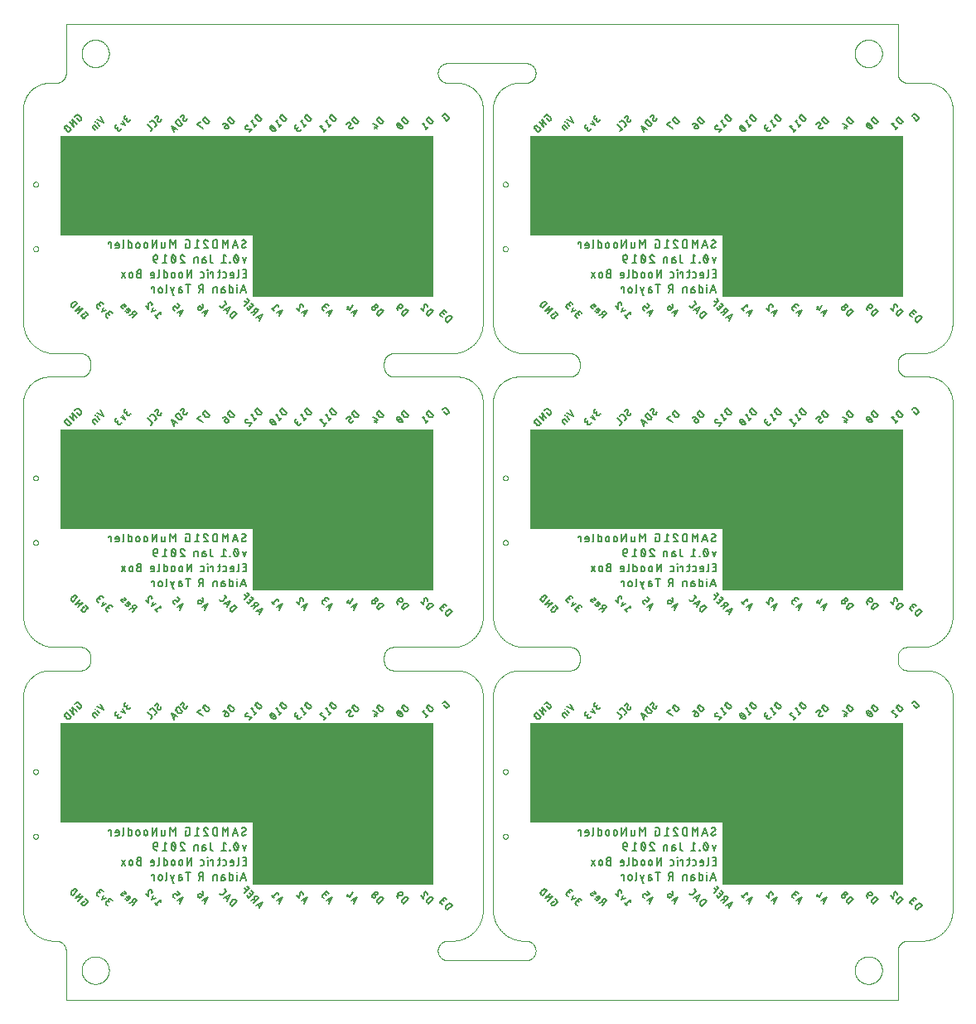
<source format=gbo>
G04 EAGLE Gerber X2 export*
%TF.Part,Single*%
%TF.FileFunction,Other,Silk bottom*%
%TF.FilePolarity,Positive*%
%TF.GenerationSoftware,Autodesk,EAGLE,9.1.3*%
%TF.CreationDate,2019-01-27T15:07:08Z*%
G75*
%MOMM*%
%FSLAX34Y34*%
%LPD*%
%AMOC8*
5,1,8,0,0,1.08239X$1,22.5*%
G01*
%ADD10C,0.000000*%
%ADD11C,0.127000*%
%ADD12C,0.203200*%
%ADD13R,38.100000X10.160000*%
%ADD14R,18.415000X16.510000*%


D10*
X6350Y249424D02*
X6350Y31750D01*
X6359Y30983D01*
X6387Y30216D01*
X6433Y29450D01*
X6498Y28686D01*
X6581Y27923D01*
X6683Y27162D01*
X6803Y26405D01*
X6941Y25650D01*
X7098Y24899D01*
X7273Y24152D01*
X7465Y23409D01*
X7676Y22671D01*
X7904Y21939D01*
X8150Y21212D01*
X8413Y20491D01*
X8694Y19777D01*
X8992Y19070D01*
X9307Y18371D01*
X9638Y17679D01*
X9987Y16995D01*
X10352Y16320D01*
X10732Y15654D01*
X11129Y14997D01*
X11542Y14351D01*
X11970Y13714D01*
X12414Y13088D01*
X12872Y12473D01*
X13345Y11869D01*
X13833Y11276D01*
X14335Y10696D01*
X14850Y10128D01*
X15380Y9572D01*
X15922Y9030D01*
X16478Y8500D01*
X17046Y7985D01*
X17626Y7483D01*
X18219Y6995D01*
X18823Y6522D01*
X19438Y6064D01*
X20064Y5620D01*
X20701Y5192D01*
X21347Y4779D01*
X22004Y4382D01*
X22670Y4002D01*
X23345Y3637D01*
X24029Y3288D01*
X24721Y2957D01*
X25420Y2642D01*
X26127Y2344D01*
X26841Y2063D01*
X27562Y1800D01*
X28289Y1554D01*
X29021Y1326D01*
X29759Y1115D01*
X30502Y923D01*
X31249Y748D01*
X32000Y591D01*
X32755Y453D01*
X33512Y333D01*
X34273Y231D01*
X35036Y148D01*
X35800Y83D01*
X36566Y37D01*
X37333Y9D01*
X38100Y0D01*
X444702Y0D02*
X445459Y9D01*
X446217Y37D01*
X446973Y82D01*
X447728Y146D01*
X448481Y229D01*
X449231Y329D01*
X449980Y447D01*
X450725Y584D01*
X451466Y739D01*
X452204Y911D01*
X452937Y1101D01*
X453666Y1309D01*
X454389Y1534D01*
X455107Y1777D01*
X455818Y2037D01*
X456523Y2314D01*
X457221Y2608D01*
X457912Y2919D01*
X458595Y3247D01*
X459270Y3591D01*
X459937Y3951D01*
X460594Y4327D01*
X461242Y4719D01*
X461881Y5126D01*
X462510Y5549D01*
X463128Y5987D01*
X463735Y6440D01*
X464332Y6907D01*
X464917Y7388D01*
X465490Y7884D01*
X466050Y8393D01*
X466599Y8915D01*
X467135Y9451D01*
X467657Y10000D01*
X468166Y10560D01*
X468662Y11133D01*
X469143Y11718D01*
X469610Y12315D01*
X470063Y12922D01*
X470501Y13540D01*
X470924Y14169D01*
X471331Y14808D01*
X471723Y15456D01*
X472099Y16113D01*
X472459Y16780D01*
X472803Y17455D01*
X473131Y18138D01*
X473442Y18829D01*
X473736Y19527D01*
X474013Y20232D01*
X474273Y20943D01*
X474516Y21661D01*
X474741Y22384D01*
X474949Y23113D01*
X475139Y23846D01*
X475311Y24584D01*
X475466Y25325D01*
X475603Y26070D01*
X475721Y26819D01*
X475821Y27569D01*
X475904Y28322D01*
X475968Y29077D01*
X476013Y29833D01*
X476041Y30591D01*
X476050Y31348D01*
X476050Y249797D01*
X476042Y250433D01*
X476019Y251068D01*
X475981Y251702D01*
X475927Y252336D01*
X475858Y252967D01*
X475774Y253597D01*
X475675Y254225D01*
X475560Y254851D01*
X475430Y255473D01*
X475286Y256092D01*
X475126Y256707D01*
X474952Y257318D01*
X474763Y257925D01*
X474559Y258527D01*
X474341Y259124D01*
X474108Y259716D01*
X473861Y260301D01*
X473601Y260881D01*
X473326Y261454D01*
X473037Y262021D01*
X472735Y262580D01*
X472419Y263132D01*
X472091Y263676D01*
X471749Y264211D01*
X471394Y264739D01*
X471027Y265258D01*
X470647Y265767D01*
X470255Y266268D01*
X469851Y266758D01*
X469435Y267239D01*
X469008Y267710D01*
X468569Y268170D01*
X468120Y268619D01*
X467660Y269058D01*
X467189Y269485D01*
X466708Y269901D01*
X466218Y270305D01*
X465717Y270697D01*
X465208Y271077D01*
X464689Y271444D01*
X464161Y271799D01*
X463626Y272141D01*
X463082Y272469D01*
X462530Y272785D01*
X461971Y273087D01*
X461404Y273376D01*
X460831Y273651D01*
X460251Y273911D01*
X459666Y274158D01*
X459074Y274391D01*
X458477Y274609D01*
X457875Y274813D01*
X457268Y275002D01*
X456657Y275176D01*
X456042Y275336D01*
X455423Y275480D01*
X454801Y275610D01*
X454175Y275725D01*
X453547Y275824D01*
X452917Y275908D01*
X452286Y275977D01*
X451652Y276031D01*
X451018Y276069D01*
X450383Y276092D01*
X449747Y276100D01*
X33026Y276100D02*
X32381Y276092D01*
X31737Y276069D01*
X31094Y276030D01*
X30451Y275975D01*
X29811Y275906D01*
X29172Y275820D01*
X28535Y275719D01*
X27901Y275603D01*
X27270Y275472D01*
X26642Y275325D01*
X26018Y275163D01*
X25398Y274986D01*
X24783Y274794D01*
X24172Y274588D01*
X23567Y274366D01*
X22967Y274131D01*
X22373Y273880D01*
X21785Y273616D01*
X21203Y273337D01*
X20629Y273044D01*
X20062Y272738D01*
X19502Y272418D01*
X18951Y272084D01*
X18407Y271738D01*
X17872Y271378D01*
X17346Y271005D01*
X16829Y270620D01*
X16322Y270223D01*
X15824Y269813D01*
X15337Y269391D01*
X14859Y268958D01*
X14393Y268513D01*
X13937Y268057D01*
X13492Y267591D01*
X13059Y267113D01*
X12637Y266626D01*
X12227Y266128D01*
X11830Y265621D01*
X11445Y265104D01*
X11072Y264578D01*
X10712Y264043D01*
X10366Y263499D01*
X10032Y262948D01*
X9712Y262388D01*
X9406Y261821D01*
X9113Y261247D01*
X8834Y260665D01*
X8570Y260077D01*
X8319Y259483D01*
X8084Y258883D01*
X7862Y258278D01*
X7656Y257667D01*
X7464Y257052D01*
X7287Y256432D01*
X7125Y255808D01*
X6978Y255180D01*
X6847Y254549D01*
X6731Y253915D01*
X6630Y253278D01*
X6544Y252639D01*
X6475Y251999D01*
X6420Y251356D01*
X6381Y250713D01*
X6358Y250069D01*
X6350Y249424D01*
D11*
X61051Y239390D02*
X61859Y240198D01*
X61051Y239390D02*
X63745Y236696D01*
X65362Y238312D01*
X65415Y238368D01*
X65465Y238427D01*
X65512Y238488D01*
X65556Y238551D01*
X65597Y238617D01*
X65635Y238684D01*
X65669Y238754D01*
X65699Y238825D01*
X65726Y238897D01*
X65749Y238971D01*
X65769Y239046D01*
X65784Y239121D01*
X65796Y239197D01*
X65804Y239274D01*
X65808Y239351D01*
X65808Y239429D01*
X65804Y239506D01*
X65796Y239583D01*
X65784Y239659D01*
X65769Y239735D01*
X65749Y239809D01*
X65726Y239883D01*
X65699Y239955D01*
X65669Y240026D01*
X65635Y240096D01*
X65597Y240163D01*
X65556Y240229D01*
X65512Y240292D01*
X65465Y240353D01*
X65415Y240412D01*
X65362Y240468D01*
X65362Y240467D02*
X62668Y243161D01*
X62668Y243162D02*
X62612Y243215D01*
X62553Y243265D01*
X62492Y243312D01*
X62429Y243356D01*
X62363Y243397D01*
X62296Y243435D01*
X62226Y243469D01*
X62155Y243499D01*
X62083Y243526D01*
X62009Y243549D01*
X61935Y243569D01*
X61859Y243584D01*
X61783Y243596D01*
X61706Y243604D01*
X61629Y243608D01*
X61551Y243608D01*
X61474Y243604D01*
X61397Y243596D01*
X61321Y243584D01*
X61246Y243569D01*
X61171Y243549D01*
X61097Y243526D01*
X61025Y243499D01*
X60954Y243469D01*
X60884Y243435D01*
X60817Y243397D01*
X60751Y243357D01*
X60688Y243312D01*
X60627Y243265D01*
X60568Y243215D01*
X60512Y243162D01*
X60512Y243161D02*
X58896Y241545D01*
X56072Y238722D02*
X60922Y233872D01*
X58228Y231178D02*
X56072Y238722D01*
X53378Y236028D02*
X58228Y231178D01*
X55404Y228355D02*
X50555Y233204D01*
X49208Y231857D01*
X49149Y231795D01*
X49093Y231731D01*
X49039Y231664D01*
X48989Y231595D01*
X48942Y231524D01*
X48898Y231450D01*
X48858Y231375D01*
X48821Y231298D01*
X48787Y231219D01*
X48757Y231139D01*
X48730Y231058D01*
X48708Y230975D01*
X48689Y230892D01*
X48673Y230808D01*
X48662Y230723D01*
X48654Y230638D01*
X48650Y230553D01*
X48650Y230467D01*
X48654Y230382D01*
X48662Y230297D01*
X48673Y230212D01*
X48689Y230128D01*
X48708Y230045D01*
X48730Y229962D01*
X48757Y229881D01*
X48787Y229801D01*
X48821Y229722D01*
X48858Y229645D01*
X48898Y229570D01*
X48942Y229496D01*
X48989Y229425D01*
X49039Y229356D01*
X49093Y229289D01*
X49149Y229225D01*
X49208Y229163D01*
X51363Y227008D01*
X51425Y226949D01*
X51489Y226893D01*
X51556Y226839D01*
X51625Y226789D01*
X51696Y226742D01*
X51770Y226698D01*
X51845Y226658D01*
X51922Y226621D01*
X52001Y226587D01*
X52081Y226557D01*
X52162Y226530D01*
X52245Y226508D01*
X52328Y226489D01*
X52412Y226473D01*
X52497Y226462D01*
X52582Y226454D01*
X52667Y226450D01*
X52753Y226450D01*
X52838Y226454D01*
X52923Y226462D01*
X53008Y226473D01*
X53092Y226489D01*
X53175Y226508D01*
X53258Y226530D01*
X53339Y226557D01*
X53419Y226587D01*
X53498Y226621D01*
X53575Y226658D01*
X53650Y226698D01*
X53724Y226742D01*
X53795Y226789D01*
X53864Y226839D01*
X53931Y226893D01*
X53995Y226949D01*
X54057Y227008D01*
X55404Y228355D01*
X85007Y242256D02*
X88240Y235790D01*
X81774Y239023D01*
X81386Y235403D02*
X84619Y232170D01*
X80174Y236884D02*
X79904Y237154D01*
X79635Y236884D01*
X79904Y236615D01*
X80174Y236884D01*
X79015Y233032D02*
X82248Y229799D01*
X79015Y233032D02*
X77668Y231685D01*
X77669Y231684D02*
X77623Y231636D01*
X77580Y231585D01*
X77541Y231532D01*
X77504Y231476D01*
X77471Y231418D01*
X77441Y231359D01*
X77415Y231298D01*
X77392Y231236D01*
X77373Y231172D01*
X77358Y231107D01*
X77346Y231042D01*
X77338Y230976D01*
X77334Y230909D01*
X77334Y230843D01*
X77338Y230776D01*
X77346Y230710D01*
X77358Y230645D01*
X77373Y230580D01*
X77392Y230516D01*
X77415Y230454D01*
X77441Y230393D01*
X77471Y230334D01*
X77504Y230276D01*
X77541Y230220D01*
X77580Y230167D01*
X77623Y230116D01*
X77669Y230068D01*
X77668Y230068D02*
X80093Y227644D01*
X115030Y237181D02*
X116377Y238528D01*
X115030Y237181D02*
X114968Y237122D01*
X114904Y237066D01*
X114837Y237012D01*
X114768Y236962D01*
X114697Y236915D01*
X114623Y236871D01*
X114548Y236831D01*
X114471Y236794D01*
X114392Y236760D01*
X114312Y236730D01*
X114231Y236703D01*
X114148Y236681D01*
X114065Y236662D01*
X113981Y236646D01*
X113896Y236635D01*
X113811Y236627D01*
X113726Y236623D01*
X113640Y236623D01*
X113555Y236627D01*
X113470Y236635D01*
X113385Y236646D01*
X113301Y236662D01*
X113218Y236681D01*
X113135Y236703D01*
X113054Y236730D01*
X112974Y236760D01*
X112895Y236794D01*
X112818Y236831D01*
X112743Y236871D01*
X112669Y236915D01*
X112598Y236962D01*
X112529Y237012D01*
X112462Y237066D01*
X112398Y237122D01*
X112336Y237181D01*
X112277Y237243D01*
X112221Y237307D01*
X112167Y237374D01*
X112117Y237443D01*
X112070Y237514D01*
X112026Y237588D01*
X111986Y237663D01*
X111949Y237740D01*
X111915Y237819D01*
X111885Y237899D01*
X111858Y237980D01*
X111836Y238063D01*
X111817Y238146D01*
X111801Y238230D01*
X111790Y238315D01*
X111782Y238400D01*
X111778Y238485D01*
X111778Y238571D01*
X111782Y238656D01*
X111790Y238741D01*
X111801Y238826D01*
X111817Y238910D01*
X111836Y238993D01*
X111858Y239076D01*
X111885Y239157D01*
X111915Y239237D01*
X111949Y239316D01*
X111986Y239393D01*
X112026Y239468D01*
X112070Y239542D01*
X112117Y239613D01*
X112167Y239682D01*
X112221Y239749D01*
X112277Y239813D01*
X112336Y239875D01*
X109911Y241761D02*
X111528Y243377D01*
X109911Y241761D02*
X109858Y241705D01*
X109808Y241646D01*
X109761Y241585D01*
X109717Y241522D01*
X109676Y241456D01*
X109638Y241389D01*
X109604Y241319D01*
X109574Y241248D01*
X109547Y241176D01*
X109524Y241102D01*
X109504Y241027D01*
X109489Y240952D01*
X109477Y240876D01*
X109469Y240799D01*
X109465Y240722D01*
X109465Y240644D01*
X109469Y240567D01*
X109477Y240490D01*
X109489Y240414D01*
X109504Y240338D01*
X109524Y240264D01*
X109547Y240190D01*
X109574Y240118D01*
X109604Y240047D01*
X109638Y239977D01*
X109676Y239910D01*
X109717Y239844D01*
X109761Y239781D01*
X109808Y239720D01*
X109858Y239661D01*
X109911Y239605D01*
X109967Y239552D01*
X110026Y239502D01*
X110087Y239455D01*
X110150Y239410D01*
X110216Y239370D01*
X110283Y239332D01*
X110353Y239298D01*
X110424Y239268D01*
X110496Y239241D01*
X110570Y239218D01*
X110645Y239198D01*
X110720Y239183D01*
X110796Y239171D01*
X110873Y239163D01*
X110950Y239159D01*
X111028Y239159D01*
X111105Y239163D01*
X111182Y239171D01*
X111258Y239183D01*
X111334Y239198D01*
X111408Y239218D01*
X111482Y239241D01*
X111554Y239268D01*
X111625Y239298D01*
X111695Y239332D01*
X111762Y239370D01*
X111828Y239411D01*
X111891Y239455D01*
X111952Y239502D01*
X112011Y239552D01*
X112067Y239605D01*
X113144Y240683D01*
X108219Y236836D02*
X110375Y232525D01*
X106064Y234680D01*
X107066Y229217D02*
X105719Y227870D01*
X105657Y227811D01*
X105593Y227755D01*
X105526Y227701D01*
X105457Y227651D01*
X105386Y227604D01*
X105312Y227560D01*
X105237Y227520D01*
X105160Y227483D01*
X105081Y227449D01*
X105001Y227419D01*
X104920Y227392D01*
X104837Y227370D01*
X104754Y227351D01*
X104670Y227335D01*
X104585Y227324D01*
X104500Y227316D01*
X104415Y227312D01*
X104329Y227312D01*
X104244Y227316D01*
X104159Y227324D01*
X104074Y227335D01*
X103990Y227351D01*
X103907Y227370D01*
X103824Y227392D01*
X103743Y227419D01*
X103663Y227449D01*
X103584Y227483D01*
X103507Y227520D01*
X103432Y227560D01*
X103358Y227604D01*
X103287Y227651D01*
X103218Y227701D01*
X103151Y227755D01*
X103087Y227811D01*
X103025Y227870D01*
X102966Y227932D01*
X102910Y227996D01*
X102856Y228063D01*
X102806Y228132D01*
X102759Y228203D01*
X102715Y228277D01*
X102675Y228352D01*
X102638Y228429D01*
X102604Y228508D01*
X102574Y228588D01*
X102547Y228669D01*
X102525Y228752D01*
X102506Y228835D01*
X102490Y228919D01*
X102479Y229004D01*
X102471Y229089D01*
X102467Y229174D01*
X102467Y229260D01*
X102471Y229345D01*
X102479Y229430D01*
X102490Y229515D01*
X102506Y229599D01*
X102525Y229682D01*
X102547Y229765D01*
X102574Y229846D01*
X102604Y229926D01*
X102638Y230005D01*
X102675Y230082D01*
X102715Y230157D01*
X102759Y230231D01*
X102806Y230302D01*
X102856Y230371D01*
X102910Y230438D01*
X102966Y230502D01*
X103025Y230564D01*
X100601Y232450D02*
X102217Y234066D01*
X100600Y232450D02*
X100547Y232394D01*
X100497Y232335D01*
X100450Y232274D01*
X100406Y232211D01*
X100365Y232145D01*
X100327Y232078D01*
X100293Y232008D01*
X100263Y231937D01*
X100236Y231865D01*
X100213Y231791D01*
X100193Y231716D01*
X100178Y231641D01*
X100166Y231565D01*
X100158Y231488D01*
X100154Y231411D01*
X100154Y231333D01*
X100158Y231256D01*
X100166Y231179D01*
X100178Y231103D01*
X100193Y231027D01*
X100213Y230953D01*
X100236Y230879D01*
X100263Y230807D01*
X100293Y230736D01*
X100327Y230666D01*
X100365Y230599D01*
X100406Y230533D01*
X100450Y230470D01*
X100497Y230409D01*
X100547Y230350D01*
X100600Y230294D01*
X100656Y230241D01*
X100715Y230191D01*
X100776Y230144D01*
X100839Y230099D01*
X100905Y230059D01*
X100972Y230021D01*
X101042Y229987D01*
X101113Y229957D01*
X101185Y229930D01*
X101259Y229907D01*
X101334Y229887D01*
X101409Y229872D01*
X101485Y229860D01*
X101562Y229852D01*
X101639Y229848D01*
X101717Y229848D01*
X101794Y229852D01*
X101871Y229860D01*
X101947Y229872D01*
X102023Y229887D01*
X102097Y229907D01*
X102171Y229930D01*
X102243Y229957D01*
X102314Y229987D01*
X102384Y230021D01*
X102451Y230059D01*
X102517Y230100D01*
X102580Y230144D01*
X102641Y230191D01*
X102700Y230241D01*
X102756Y230294D01*
X102756Y230295D02*
X103834Y231372D01*
X144179Y236735D02*
X144235Y236682D01*
X144294Y236632D01*
X144355Y236585D01*
X144418Y236541D01*
X144484Y236500D01*
X144551Y236462D01*
X144621Y236428D01*
X144692Y236398D01*
X144764Y236371D01*
X144838Y236348D01*
X144913Y236328D01*
X144988Y236313D01*
X145064Y236301D01*
X145141Y236293D01*
X145218Y236289D01*
X145296Y236289D01*
X145373Y236293D01*
X145450Y236301D01*
X145526Y236313D01*
X145601Y236328D01*
X145676Y236348D01*
X145750Y236371D01*
X145822Y236398D01*
X145893Y236428D01*
X145963Y236462D01*
X146030Y236500D01*
X146096Y236541D01*
X146159Y236585D01*
X146220Y236632D01*
X146279Y236682D01*
X146335Y236735D01*
X146335Y236736D02*
X146412Y236815D01*
X146486Y236897D01*
X146557Y236982D01*
X146625Y237069D01*
X146691Y237158D01*
X146753Y237249D01*
X146812Y237343D01*
X146867Y237438D01*
X146920Y237536D01*
X146969Y237635D01*
X147014Y237735D01*
X147056Y237838D01*
X147095Y237941D01*
X147130Y238046D01*
X147161Y238152D01*
X147189Y238259D01*
X147213Y238367D01*
X147233Y238475D01*
X147250Y238585D01*
X147262Y238694D01*
X147271Y238805D01*
X147277Y238915D01*
X147278Y239025D01*
X144045Y241989D02*
X143989Y242042D01*
X143930Y242092D01*
X143869Y242139D01*
X143806Y242183D01*
X143740Y242224D01*
X143673Y242262D01*
X143603Y242296D01*
X143532Y242326D01*
X143460Y242353D01*
X143386Y242376D01*
X143311Y242396D01*
X143236Y242411D01*
X143160Y242423D01*
X143083Y242431D01*
X143006Y242435D01*
X142928Y242435D01*
X142851Y242431D01*
X142774Y242423D01*
X142698Y242411D01*
X142623Y242396D01*
X142548Y242376D01*
X142474Y242353D01*
X142402Y242326D01*
X142331Y242296D01*
X142261Y242262D01*
X142194Y242224D01*
X142128Y242183D01*
X142065Y242139D01*
X142004Y242092D01*
X141945Y242042D01*
X141889Y241989D01*
X141818Y241915D01*
X141750Y241839D01*
X141684Y241761D01*
X141622Y241680D01*
X141562Y241597D01*
X141505Y241512D01*
X141452Y241425D01*
X141401Y241337D01*
X141354Y241246D01*
X141310Y241154D01*
X141269Y241060D01*
X141232Y240965D01*
X141198Y240869D01*
X141167Y240771D01*
X141140Y240673D01*
X141117Y240573D01*
X141097Y240473D01*
X141081Y240372D01*
X144450Y240508D02*
X144467Y240582D01*
X144481Y240658D01*
X144491Y240733D01*
X144497Y240810D01*
X144499Y240886D01*
X144498Y240963D01*
X144492Y241039D01*
X144483Y241115D01*
X144471Y241191D01*
X144454Y241265D01*
X144434Y241339D01*
X144410Y241412D01*
X144383Y241483D01*
X144352Y241553D01*
X144318Y241622D01*
X144280Y241688D01*
X144239Y241753D01*
X144195Y241816D01*
X144148Y241876D01*
X144098Y241934D01*
X144046Y241990D01*
X143775Y238217D02*
X143758Y238143D01*
X143744Y238067D01*
X143734Y237992D01*
X143728Y237915D01*
X143726Y237839D01*
X143727Y237762D01*
X143733Y237686D01*
X143742Y237610D01*
X143754Y237534D01*
X143771Y237460D01*
X143791Y237386D01*
X143815Y237313D01*
X143842Y237242D01*
X143873Y237172D01*
X143907Y237103D01*
X143945Y237037D01*
X143986Y236972D01*
X144030Y236909D01*
X144077Y236849D01*
X144127Y236791D01*
X144179Y236735D01*
X143776Y238217D02*
X144449Y240507D01*
X141896Y232296D02*
X140818Y231219D01*
X141896Y232296D02*
X141949Y232352D01*
X141999Y232411D01*
X142046Y232472D01*
X142090Y232535D01*
X142131Y232601D01*
X142169Y232668D01*
X142203Y232738D01*
X142233Y232809D01*
X142260Y232881D01*
X142283Y232955D01*
X142303Y233030D01*
X142318Y233105D01*
X142330Y233181D01*
X142338Y233258D01*
X142342Y233335D01*
X142342Y233413D01*
X142338Y233490D01*
X142330Y233567D01*
X142318Y233643D01*
X142303Y233719D01*
X142283Y233793D01*
X142260Y233867D01*
X142233Y233939D01*
X142203Y234010D01*
X142169Y234080D01*
X142131Y234147D01*
X142090Y234213D01*
X142046Y234276D01*
X141999Y234337D01*
X141949Y234396D01*
X141896Y234452D01*
X139202Y237146D01*
X139146Y237199D01*
X139087Y237249D01*
X139026Y237296D01*
X138963Y237340D01*
X138897Y237381D01*
X138830Y237419D01*
X138760Y237453D01*
X138689Y237483D01*
X138617Y237510D01*
X138543Y237533D01*
X138469Y237553D01*
X138393Y237568D01*
X138317Y237580D01*
X138240Y237588D01*
X138163Y237592D01*
X138085Y237592D01*
X138008Y237588D01*
X137931Y237580D01*
X137855Y237568D01*
X137780Y237553D01*
X137705Y237533D01*
X137631Y237510D01*
X137559Y237483D01*
X137488Y237453D01*
X137418Y237419D01*
X137351Y237381D01*
X137285Y237341D01*
X137222Y237296D01*
X137161Y237249D01*
X137102Y237199D01*
X137046Y237146D01*
X137047Y237146D02*
X135969Y236068D01*
X133604Y233703D02*
X138453Y228854D01*
X136298Y226698D01*
X170493Y237649D02*
X170549Y237596D01*
X170608Y237546D01*
X170669Y237499D01*
X170732Y237455D01*
X170798Y237414D01*
X170865Y237376D01*
X170935Y237342D01*
X171006Y237312D01*
X171078Y237285D01*
X171152Y237262D01*
X171227Y237242D01*
X171302Y237227D01*
X171378Y237215D01*
X171455Y237207D01*
X171532Y237203D01*
X171610Y237203D01*
X171687Y237207D01*
X171764Y237215D01*
X171840Y237227D01*
X171915Y237242D01*
X171990Y237262D01*
X172064Y237285D01*
X172136Y237312D01*
X172207Y237342D01*
X172277Y237376D01*
X172344Y237414D01*
X172410Y237455D01*
X172473Y237499D01*
X172534Y237546D01*
X172593Y237596D01*
X172649Y237649D01*
X172648Y237650D02*
X172725Y237729D01*
X172799Y237811D01*
X172870Y237896D01*
X172938Y237983D01*
X173004Y238072D01*
X173066Y238163D01*
X173125Y238257D01*
X173180Y238352D01*
X173233Y238450D01*
X173282Y238549D01*
X173327Y238649D01*
X173369Y238752D01*
X173408Y238855D01*
X173443Y238960D01*
X173474Y239066D01*
X173502Y239173D01*
X173526Y239281D01*
X173546Y239389D01*
X173563Y239499D01*
X173575Y239608D01*
X173584Y239719D01*
X173590Y239829D01*
X173591Y239939D01*
X170359Y242903D02*
X170303Y242956D01*
X170244Y243006D01*
X170183Y243053D01*
X170120Y243097D01*
X170054Y243138D01*
X169987Y243176D01*
X169917Y243210D01*
X169846Y243240D01*
X169774Y243267D01*
X169700Y243290D01*
X169625Y243310D01*
X169550Y243325D01*
X169474Y243337D01*
X169397Y243345D01*
X169320Y243349D01*
X169242Y243349D01*
X169165Y243345D01*
X169088Y243337D01*
X169012Y243325D01*
X168937Y243310D01*
X168862Y243290D01*
X168788Y243267D01*
X168716Y243240D01*
X168645Y243210D01*
X168575Y243176D01*
X168508Y243138D01*
X168442Y243097D01*
X168379Y243053D01*
X168318Y243006D01*
X168259Y242956D01*
X168203Y242903D01*
X168132Y242829D01*
X168064Y242753D01*
X167998Y242675D01*
X167936Y242594D01*
X167876Y242511D01*
X167819Y242426D01*
X167766Y242339D01*
X167715Y242251D01*
X167668Y242160D01*
X167624Y242068D01*
X167583Y241974D01*
X167546Y241879D01*
X167512Y241783D01*
X167481Y241685D01*
X167454Y241587D01*
X167431Y241487D01*
X167411Y241387D01*
X167395Y241286D01*
X170763Y241421D02*
X170780Y241495D01*
X170794Y241571D01*
X170804Y241646D01*
X170810Y241723D01*
X170812Y241799D01*
X170811Y241876D01*
X170805Y241952D01*
X170796Y242028D01*
X170784Y242104D01*
X170767Y242178D01*
X170747Y242252D01*
X170723Y242325D01*
X170696Y242396D01*
X170665Y242466D01*
X170631Y242535D01*
X170593Y242601D01*
X170552Y242666D01*
X170508Y242729D01*
X170461Y242789D01*
X170411Y242847D01*
X170359Y242903D01*
X170089Y239131D02*
X170072Y239057D01*
X170058Y238981D01*
X170048Y238906D01*
X170042Y238829D01*
X170040Y238753D01*
X170041Y238676D01*
X170047Y238600D01*
X170056Y238524D01*
X170068Y238448D01*
X170085Y238374D01*
X170105Y238300D01*
X170129Y238227D01*
X170156Y238156D01*
X170187Y238086D01*
X170221Y238017D01*
X170259Y237951D01*
X170300Y237886D01*
X170344Y237823D01*
X170391Y237763D01*
X170441Y237705D01*
X170493Y237649D01*
X170089Y239131D02*
X170763Y241421D01*
X164243Y238943D02*
X169093Y234093D01*
X164243Y238943D02*
X162896Y237595D01*
X162837Y237533D01*
X162781Y237469D01*
X162727Y237402D01*
X162677Y237333D01*
X162630Y237262D01*
X162586Y237188D01*
X162546Y237113D01*
X162509Y237036D01*
X162475Y236957D01*
X162445Y236877D01*
X162418Y236796D01*
X162396Y236713D01*
X162377Y236630D01*
X162361Y236546D01*
X162350Y236461D01*
X162342Y236376D01*
X162338Y236291D01*
X162338Y236205D01*
X162342Y236120D01*
X162350Y236035D01*
X162361Y235950D01*
X162377Y235866D01*
X162396Y235783D01*
X162418Y235700D01*
X162445Y235619D01*
X162475Y235539D01*
X162509Y235460D01*
X162546Y235383D01*
X162586Y235308D01*
X162630Y235234D01*
X162677Y235163D01*
X162727Y235094D01*
X162781Y235027D01*
X162837Y234963D01*
X162896Y234901D01*
X165052Y232746D01*
X165114Y232687D01*
X165178Y232631D01*
X165245Y232577D01*
X165314Y232527D01*
X165385Y232480D01*
X165459Y232436D01*
X165534Y232396D01*
X165611Y232359D01*
X165690Y232325D01*
X165770Y232295D01*
X165851Y232268D01*
X165934Y232246D01*
X166017Y232227D01*
X166101Y232211D01*
X166186Y232200D01*
X166271Y232192D01*
X166356Y232188D01*
X166442Y232188D01*
X166527Y232192D01*
X166612Y232200D01*
X166697Y232211D01*
X166781Y232227D01*
X166864Y232246D01*
X166947Y232268D01*
X167028Y232295D01*
X167108Y232325D01*
X167187Y232359D01*
X167264Y232396D01*
X167339Y232436D01*
X167413Y232480D01*
X167484Y232527D01*
X167553Y232577D01*
X167620Y232631D01*
X167684Y232687D01*
X167746Y232746D01*
X169093Y234093D01*
X164017Y229018D02*
X157551Y232250D01*
X160784Y225785D01*
X159976Y227401D02*
X162401Y229826D01*
X192095Y241394D02*
X196944Y236545D01*
X192095Y241394D02*
X190748Y240047D01*
X190689Y239985D01*
X190633Y239921D01*
X190579Y239854D01*
X190529Y239785D01*
X190482Y239714D01*
X190438Y239640D01*
X190398Y239565D01*
X190361Y239488D01*
X190327Y239409D01*
X190297Y239329D01*
X190270Y239248D01*
X190248Y239165D01*
X190229Y239082D01*
X190213Y238998D01*
X190202Y238913D01*
X190194Y238828D01*
X190190Y238743D01*
X190190Y238657D01*
X190194Y238572D01*
X190202Y238487D01*
X190213Y238402D01*
X190229Y238318D01*
X190248Y238235D01*
X190270Y238152D01*
X190297Y238071D01*
X190327Y237991D01*
X190361Y237912D01*
X190398Y237835D01*
X190438Y237760D01*
X190482Y237686D01*
X190529Y237615D01*
X190579Y237546D01*
X190633Y237479D01*
X190689Y237415D01*
X190748Y237353D01*
X192903Y235198D01*
X192965Y235139D01*
X193029Y235083D01*
X193096Y235029D01*
X193165Y234979D01*
X193236Y234932D01*
X193310Y234888D01*
X193385Y234848D01*
X193462Y234811D01*
X193541Y234777D01*
X193621Y234747D01*
X193702Y234720D01*
X193785Y234698D01*
X193868Y234679D01*
X193952Y234663D01*
X194037Y234652D01*
X194122Y234644D01*
X194207Y234640D01*
X194293Y234640D01*
X194378Y234644D01*
X194463Y234652D01*
X194548Y234663D01*
X194632Y234679D01*
X194715Y234698D01*
X194798Y234720D01*
X194879Y234747D01*
X194959Y234777D01*
X195038Y234811D01*
X195115Y234848D01*
X195190Y234888D01*
X195264Y234932D01*
X195335Y234979D01*
X195404Y235029D01*
X195471Y235083D01*
X195535Y235139D01*
X195597Y235198D01*
X196944Y236545D01*
X187289Y235510D02*
X186750Y236049D01*
X184056Y233355D01*
X190252Y229853D01*
X217495Y241394D02*
X222344Y236545D01*
X217495Y241394D02*
X216148Y240047D01*
X216089Y239985D01*
X216033Y239921D01*
X215979Y239854D01*
X215929Y239785D01*
X215882Y239714D01*
X215838Y239640D01*
X215798Y239565D01*
X215761Y239488D01*
X215727Y239409D01*
X215697Y239329D01*
X215670Y239248D01*
X215648Y239165D01*
X215629Y239082D01*
X215613Y238998D01*
X215602Y238913D01*
X215594Y238828D01*
X215590Y238743D01*
X215590Y238657D01*
X215594Y238572D01*
X215602Y238487D01*
X215613Y238402D01*
X215629Y238318D01*
X215648Y238235D01*
X215670Y238152D01*
X215697Y238071D01*
X215727Y237991D01*
X215761Y237912D01*
X215798Y237835D01*
X215838Y237760D01*
X215882Y237686D01*
X215929Y237615D01*
X215979Y237546D01*
X216033Y237479D01*
X216089Y237415D01*
X216148Y237353D01*
X218303Y235198D01*
X218365Y235139D01*
X218429Y235083D01*
X218496Y235029D01*
X218565Y234979D01*
X218636Y234932D01*
X218710Y234888D01*
X218785Y234848D01*
X218862Y234811D01*
X218941Y234777D01*
X219021Y234747D01*
X219102Y234720D01*
X219185Y234698D01*
X219268Y234679D01*
X219352Y234663D01*
X219437Y234652D01*
X219522Y234644D01*
X219607Y234640D01*
X219693Y234640D01*
X219778Y234644D01*
X219863Y234652D01*
X219948Y234663D01*
X220032Y234679D01*
X220115Y234698D01*
X220198Y234720D01*
X220279Y234747D01*
X220359Y234777D01*
X220438Y234811D01*
X220515Y234848D01*
X220590Y234888D01*
X220664Y234932D01*
X220735Y234979D01*
X220804Y235029D01*
X220871Y235083D01*
X220935Y235139D01*
X220997Y235198D01*
X222344Y236545D01*
X214305Y233894D02*
X212689Y232277D01*
X212688Y232278D02*
X212635Y232222D01*
X212585Y232163D01*
X212538Y232102D01*
X212494Y232039D01*
X212453Y231973D01*
X212415Y231906D01*
X212381Y231836D01*
X212351Y231765D01*
X212324Y231693D01*
X212301Y231619D01*
X212281Y231545D01*
X212266Y231469D01*
X212254Y231393D01*
X212246Y231316D01*
X212242Y231239D01*
X212242Y231161D01*
X212246Y231084D01*
X212254Y231007D01*
X212266Y230931D01*
X212281Y230856D01*
X212301Y230781D01*
X212324Y230707D01*
X212351Y230635D01*
X212381Y230564D01*
X212415Y230494D01*
X212453Y230427D01*
X212493Y230361D01*
X212538Y230298D01*
X212585Y230237D01*
X212635Y230178D01*
X212688Y230122D01*
X212689Y230122D02*
X212958Y229853D01*
X213020Y229794D01*
X213084Y229738D01*
X213151Y229684D01*
X213220Y229634D01*
X213291Y229587D01*
X213365Y229543D01*
X213440Y229503D01*
X213517Y229466D01*
X213596Y229432D01*
X213676Y229402D01*
X213757Y229375D01*
X213840Y229353D01*
X213923Y229334D01*
X214007Y229318D01*
X214092Y229307D01*
X214177Y229299D01*
X214262Y229295D01*
X214348Y229295D01*
X214433Y229299D01*
X214518Y229307D01*
X214603Y229318D01*
X214687Y229334D01*
X214770Y229353D01*
X214853Y229375D01*
X214934Y229402D01*
X215014Y229432D01*
X215093Y229466D01*
X215170Y229503D01*
X215245Y229543D01*
X215319Y229587D01*
X215390Y229634D01*
X215459Y229684D01*
X215526Y229738D01*
X215590Y229794D01*
X215652Y229853D01*
X215711Y229915D01*
X215767Y229979D01*
X215821Y230046D01*
X215871Y230115D01*
X215918Y230186D01*
X215962Y230260D01*
X216002Y230335D01*
X216039Y230412D01*
X216073Y230491D01*
X216103Y230571D01*
X216130Y230652D01*
X216152Y230735D01*
X216171Y230818D01*
X216187Y230902D01*
X216198Y230987D01*
X216206Y231072D01*
X216210Y231157D01*
X216210Y231243D01*
X216206Y231328D01*
X216198Y231413D01*
X216187Y231498D01*
X216171Y231582D01*
X216152Y231665D01*
X216130Y231748D01*
X216103Y231829D01*
X216073Y231909D01*
X216039Y231988D01*
X216002Y232065D01*
X215962Y232140D01*
X215918Y232214D01*
X215871Y232285D01*
X215821Y232354D01*
X215767Y232421D01*
X215711Y232485D01*
X215652Y232547D01*
X214305Y233894D01*
X214227Y233970D01*
X214146Y234043D01*
X214063Y234112D01*
X213977Y234179D01*
X213888Y234243D01*
X213798Y234303D01*
X213705Y234360D01*
X213611Y234414D01*
X213514Y234465D01*
X213416Y234512D01*
X213316Y234555D01*
X213215Y234595D01*
X213113Y234631D01*
X213009Y234664D01*
X212904Y234692D01*
X212798Y234717D01*
X212691Y234739D01*
X212584Y234756D01*
X212476Y234770D01*
X212367Y234779D01*
X212259Y234785D01*
X212150Y234787D01*
X212041Y234785D01*
X211933Y234779D01*
X211824Y234770D01*
X211716Y234756D01*
X211609Y234739D01*
X211502Y234717D01*
X211396Y234692D01*
X211291Y234664D01*
X211187Y234631D01*
X211085Y234595D01*
X210984Y234555D01*
X210884Y234512D01*
X210786Y234465D01*
X210689Y234414D01*
X210595Y234360D01*
X210502Y234303D01*
X210412Y234243D01*
X210323Y234179D01*
X210237Y234112D01*
X210154Y234043D01*
X210073Y233970D01*
X209995Y233894D01*
X245481Y243980D02*
X250331Y239131D01*
X245481Y243980D02*
X244134Y242633D01*
X244075Y242571D01*
X244019Y242507D01*
X243965Y242440D01*
X243915Y242371D01*
X243868Y242300D01*
X243824Y242226D01*
X243784Y242151D01*
X243747Y242074D01*
X243713Y241995D01*
X243683Y241915D01*
X243656Y241834D01*
X243634Y241751D01*
X243615Y241668D01*
X243599Y241584D01*
X243588Y241499D01*
X243580Y241414D01*
X243576Y241329D01*
X243576Y241243D01*
X243580Y241158D01*
X243588Y241073D01*
X243599Y240988D01*
X243615Y240904D01*
X243634Y240821D01*
X243656Y240738D01*
X243683Y240657D01*
X243713Y240577D01*
X243747Y240498D01*
X243784Y240421D01*
X243824Y240346D01*
X243868Y240272D01*
X243915Y240201D01*
X243965Y240132D01*
X244019Y240065D01*
X244075Y240001D01*
X244134Y239939D01*
X246289Y237784D01*
X246290Y237784D02*
X246352Y237725D01*
X246416Y237669D01*
X246483Y237615D01*
X246552Y237565D01*
X246623Y237518D01*
X246697Y237474D01*
X246772Y237434D01*
X246849Y237397D01*
X246928Y237363D01*
X247008Y237333D01*
X247089Y237306D01*
X247172Y237284D01*
X247255Y237265D01*
X247339Y237249D01*
X247424Y237238D01*
X247509Y237230D01*
X247594Y237226D01*
X247680Y237226D01*
X247765Y237230D01*
X247850Y237238D01*
X247935Y237249D01*
X248019Y237265D01*
X248102Y237284D01*
X248185Y237306D01*
X248266Y237333D01*
X248346Y237363D01*
X248425Y237397D01*
X248502Y237434D01*
X248577Y237474D01*
X248651Y237518D01*
X248722Y237565D01*
X248791Y237615D01*
X248858Y237669D01*
X248922Y237725D01*
X248984Y237784D01*
X250331Y239131D01*
X241214Y237558D02*
X238789Y237288D01*
X243639Y232439D01*
X244986Y233786D02*
X242292Y231092D01*
X233481Y231982D02*
X233425Y231923D01*
X233372Y231861D01*
X233321Y231797D01*
X233274Y231730D01*
X233230Y231662D01*
X233189Y231591D01*
X233151Y231518D01*
X233117Y231444D01*
X233087Y231368D01*
X233060Y231291D01*
X233037Y231213D01*
X233018Y231134D01*
X233003Y231053D01*
X232991Y230973D01*
X232983Y230891D01*
X232979Y230810D01*
X232979Y230728D01*
X232983Y230647D01*
X232991Y230565D01*
X233003Y230485D01*
X233018Y230404D01*
X233037Y230325D01*
X233060Y230247D01*
X233087Y230170D01*
X233117Y230094D01*
X233151Y230020D01*
X233189Y229947D01*
X233230Y229876D01*
X233274Y229808D01*
X233321Y229741D01*
X233372Y229677D01*
X233425Y229615D01*
X233481Y229556D01*
X233481Y231982D02*
X233548Y232046D01*
X233617Y232107D01*
X233689Y232165D01*
X233763Y232220D01*
X233839Y232272D01*
X233918Y232320D01*
X233998Y232366D01*
X234081Y232408D01*
X234165Y232446D01*
X234250Y232481D01*
X234337Y232512D01*
X234425Y232540D01*
X234514Y232564D01*
X234605Y232584D01*
X234695Y232600D01*
X234787Y232613D01*
X234879Y232621D01*
X234971Y232626D01*
X235063Y232627D01*
X235156Y232624D01*
X235248Y232617D01*
X235340Y232606D01*
X235431Y232592D01*
X235521Y232574D01*
X235611Y232551D01*
X235700Y232526D01*
X235787Y232496D01*
X235873Y232463D01*
X235958Y232426D01*
X236041Y232386D01*
X234829Y229018D02*
X234746Y229017D01*
X234663Y229021D01*
X234581Y229028D01*
X234499Y229039D01*
X234417Y229054D01*
X234337Y229072D01*
X234257Y229094D01*
X234178Y229120D01*
X234100Y229149D01*
X234024Y229181D01*
X233949Y229217D01*
X233877Y229256D01*
X233805Y229299D01*
X233736Y229344D01*
X233669Y229393D01*
X233604Y229445D01*
X233542Y229499D01*
X233482Y229556D01*
X234829Y229018D02*
X239813Y228613D01*
X237119Y225919D01*
X270881Y243980D02*
X275731Y239131D01*
X270881Y243980D02*
X269534Y242633D01*
X269475Y242571D01*
X269419Y242507D01*
X269365Y242440D01*
X269315Y242371D01*
X269268Y242300D01*
X269224Y242226D01*
X269184Y242151D01*
X269147Y242074D01*
X269113Y241995D01*
X269083Y241915D01*
X269056Y241834D01*
X269034Y241751D01*
X269015Y241668D01*
X268999Y241584D01*
X268988Y241499D01*
X268980Y241414D01*
X268976Y241329D01*
X268976Y241243D01*
X268980Y241158D01*
X268988Y241073D01*
X268999Y240988D01*
X269015Y240904D01*
X269034Y240821D01*
X269056Y240738D01*
X269083Y240657D01*
X269113Y240577D01*
X269147Y240498D01*
X269184Y240421D01*
X269224Y240346D01*
X269268Y240272D01*
X269315Y240201D01*
X269365Y240132D01*
X269419Y240065D01*
X269475Y240001D01*
X269534Y239939D01*
X271689Y237784D01*
X271690Y237784D02*
X271752Y237725D01*
X271816Y237669D01*
X271883Y237615D01*
X271952Y237565D01*
X272023Y237518D01*
X272097Y237474D01*
X272172Y237434D01*
X272249Y237397D01*
X272328Y237363D01*
X272408Y237333D01*
X272489Y237306D01*
X272572Y237284D01*
X272655Y237265D01*
X272739Y237249D01*
X272824Y237238D01*
X272909Y237230D01*
X272994Y237226D01*
X273080Y237226D01*
X273165Y237230D01*
X273250Y237238D01*
X273335Y237249D01*
X273419Y237265D01*
X273502Y237284D01*
X273585Y237306D01*
X273666Y237333D01*
X273746Y237363D01*
X273825Y237397D01*
X273902Y237434D01*
X273977Y237474D01*
X274051Y237518D01*
X274122Y237565D01*
X274191Y237615D01*
X274258Y237669D01*
X274322Y237725D01*
X274384Y237784D01*
X275731Y239131D01*
X266614Y237558D02*
X264189Y237288D01*
X269039Y232439D01*
X270386Y233786D02*
X267692Y231092D01*
X262788Y231038D02*
X262686Y231137D01*
X262581Y231234D01*
X262475Y231328D01*
X262365Y231420D01*
X262254Y231508D01*
X262140Y231594D01*
X262025Y231677D01*
X261907Y231757D01*
X261787Y231834D01*
X261665Y231908D01*
X261542Y231979D01*
X261417Y232047D01*
X261290Y232111D01*
X261161Y232172D01*
X261031Y232230D01*
X260900Y232285D01*
X260767Y232337D01*
X260633Y232385D01*
X260567Y232416D01*
X260499Y232443D01*
X260430Y232466D01*
X260360Y232486D01*
X260289Y232502D01*
X260217Y232514D01*
X260144Y232523D01*
X260072Y232528D01*
X259999Y232529D01*
X259926Y232526D01*
X259853Y232520D01*
X259781Y232510D01*
X259710Y232496D01*
X259639Y232478D01*
X259569Y232457D01*
X259501Y232433D01*
X259433Y232404D01*
X259368Y232373D01*
X259304Y232338D01*
X259242Y232299D01*
X259182Y232258D01*
X259124Y232214D01*
X259069Y232166D01*
X259016Y232116D01*
X258966Y232063D01*
X258918Y232008D01*
X258874Y231950D01*
X258833Y231890D01*
X258794Y231828D01*
X258759Y231764D01*
X258728Y231699D01*
X258699Y231631D01*
X258675Y231563D01*
X258654Y231493D01*
X258636Y231422D01*
X258622Y231351D01*
X258612Y231279D01*
X258606Y231206D01*
X258603Y231133D01*
X258604Y231060D01*
X258609Y230988D01*
X258618Y230915D01*
X258630Y230843D01*
X258646Y230772D01*
X258666Y230702D01*
X258689Y230633D01*
X258716Y230566D01*
X258747Y230499D01*
X258795Y230365D01*
X258847Y230232D01*
X258902Y230101D01*
X258960Y229970D01*
X259021Y229842D01*
X259086Y229715D01*
X259153Y229590D01*
X259224Y229466D01*
X259298Y229344D01*
X259375Y229225D01*
X259455Y229107D01*
X259538Y228991D01*
X259624Y228877D01*
X259713Y228766D01*
X259804Y228657D01*
X259898Y228550D01*
X259995Y228445D01*
X260094Y228343D01*
X262788Y231038D02*
X262887Y230936D01*
X262984Y230831D01*
X263078Y230725D01*
X263170Y230615D01*
X263258Y230504D01*
X263344Y230390D01*
X263427Y230275D01*
X263507Y230157D01*
X263584Y230037D01*
X263658Y229915D01*
X263729Y229792D01*
X263797Y229667D01*
X263861Y229540D01*
X263922Y229411D01*
X263980Y229281D01*
X264035Y229150D01*
X264087Y229017D01*
X264135Y228883D01*
X264166Y228817D01*
X264193Y228749D01*
X264216Y228680D01*
X264236Y228610D01*
X264252Y228539D01*
X264264Y228467D01*
X264273Y228394D01*
X264278Y228322D01*
X264279Y228249D01*
X264276Y228176D01*
X264270Y228103D01*
X264260Y228031D01*
X264246Y227960D01*
X264228Y227889D01*
X264207Y227819D01*
X264183Y227751D01*
X264154Y227683D01*
X264123Y227618D01*
X264088Y227554D01*
X264049Y227492D01*
X264008Y227432D01*
X263964Y227374D01*
X263916Y227319D01*
X263866Y227266D01*
X262250Y226997D02*
X262116Y227045D01*
X261983Y227097D01*
X261852Y227151D01*
X261721Y227209D01*
X261593Y227271D01*
X261466Y227335D01*
X261341Y227403D01*
X261217Y227474D01*
X261095Y227548D01*
X260976Y227625D01*
X260858Y227705D01*
X260742Y227788D01*
X260628Y227874D01*
X260517Y227962D01*
X260408Y228054D01*
X260301Y228148D01*
X260197Y228245D01*
X260095Y228344D01*
X262249Y226997D02*
X262316Y226966D01*
X262383Y226939D01*
X262452Y226916D01*
X262522Y226896D01*
X262593Y226880D01*
X262665Y226868D01*
X262738Y226859D01*
X262810Y226854D01*
X262883Y226853D01*
X262956Y226856D01*
X263029Y226862D01*
X263101Y226872D01*
X263172Y226886D01*
X263243Y226904D01*
X263313Y226925D01*
X263381Y226949D01*
X263449Y226978D01*
X263514Y227009D01*
X263578Y227044D01*
X263640Y227083D01*
X263700Y227124D01*
X263758Y227168D01*
X263813Y227216D01*
X263866Y227266D01*
X263866Y229422D02*
X259017Y229960D01*
X296281Y243980D02*
X301131Y239131D01*
X296281Y243980D02*
X294934Y242633D01*
X294875Y242571D01*
X294819Y242507D01*
X294765Y242440D01*
X294715Y242371D01*
X294668Y242300D01*
X294624Y242226D01*
X294584Y242151D01*
X294547Y242074D01*
X294513Y241995D01*
X294483Y241915D01*
X294456Y241834D01*
X294434Y241751D01*
X294415Y241668D01*
X294399Y241584D01*
X294388Y241499D01*
X294380Y241414D01*
X294376Y241329D01*
X294376Y241243D01*
X294380Y241158D01*
X294388Y241073D01*
X294399Y240988D01*
X294415Y240904D01*
X294434Y240821D01*
X294456Y240738D01*
X294483Y240657D01*
X294513Y240577D01*
X294547Y240498D01*
X294584Y240421D01*
X294624Y240346D01*
X294668Y240272D01*
X294715Y240201D01*
X294765Y240132D01*
X294819Y240065D01*
X294875Y240001D01*
X294934Y239939D01*
X297089Y237784D01*
X297090Y237784D02*
X297152Y237725D01*
X297216Y237669D01*
X297283Y237615D01*
X297352Y237565D01*
X297423Y237518D01*
X297497Y237474D01*
X297572Y237434D01*
X297649Y237397D01*
X297728Y237363D01*
X297808Y237333D01*
X297889Y237306D01*
X297972Y237284D01*
X298055Y237265D01*
X298139Y237249D01*
X298224Y237238D01*
X298309Y237230D01*
X298394Y237226D01*
X298480Y237226D01*
X298565Y237230D01*
X298650Y237238D01*
X298735Y237249D01*
X298819Y237265D01*
X298902Y237284D01*
X298985Y237306D01*
X299066Y237333D01*
X299146Y237363D01*
X299225Y237397D01*
X299302Y237434D01*
X299377Y237474D01*
X299451Y237518D01*
X299522Y237565D01*
X299591Y237615D01*
X299658Y237669D01*
X299722Y237725D01*
X299784Y237784D01*
X301131Y239131D01*
X292014Y237558D02*
X289589Y237288D01*
X294439Y232439D01*
X295786Y233786D02*
X293092Y231092D01*
X290613Y228613D02*
X289266Y227266D01*
X289204Y227207D01*
X289140Y227151D01*
X289073Y227097D01*
X289004Y227047D01*
X288933Y227000D01*
X288859Y226956D01*
X288784Y226916D01*
X288707Y226879D01*
X288628Y226845D01*
X288548Y226815D01*
X288467Y226788D01*
X288384Y226766D01*
X288301Y226747D01*
X288217Y226731D01*
X288132Y226720D01*
X288047Y226712D01*
X287962Y226708D01*
X287876Y226708D01*
X287791Y226712D01*
X287706Y226720D01*
X287621Y226731D01*
X287537Y226747D01*
X287454Y226766D01*
X287371Y226788D01*
X287290Y226815D01*
X287210Y226845D01*
X287131Y226879D01*
X287054Y226916D01*
X286979Y226956D01*
X286905Y227000D01*
X286834Y227047D01*
X286765Y227097D01*
X286698Y227151D01*
X286634Y227207D01*
X286572Y227266D01*
X286513Y227328D01*
X286457Y227392D01*
X286403Y227459D01*
X286353Y227528D01*
X286306Y227599D01*
X286262Y227673D01*
X286222Y227748D01*
X286185Y227825D01*
X286151Y227904D01*
X286121Y227984D01*
X286094Y228065D01*
X286072Y228148D01*
X286053Y228231D01*
X286037Y228315D01*
X286026Y228400D01*
X286018Y228485D01*
X286014Y228570D01*
X286014Y228656D01*
X286018Y228741D01*
X286026Y228826D01*
X286037Y228911D01*
X286053Y228995D01*
X286072Y229078D01*
X286094Y229161D01*
X286121Y229242D01*
X286151Y229322D01*
X286185Y229401D01*
X286222Y229478D01*
X286262Y229553D01*
X286306Y229627D01*
X286353Y229698D01*
X286403Y229767D01*
X286457Y229834D01*
X286513Y229898D01*
X286572Y229960D01*
X284147Y231846D02*
X285764Y233463D01*
X284147Y231847D02*
X284094Y231791D01*
X284044Y231732D01*
X283997Y231671D01*
X283953Y231608D01*
X283912Y231542D01*
X283874Y231475D01*
X283840Y231405D01*
X283810Y231334D01*
X283783Y231262D01*
X283760Y231188D01*
X283740Y231113D01*
X283725Y231038D01*
X283713Y230962D01*
X283705Y230885D01*
X283701Y230808D01*
X283701Y230730D01*
X283705Y230653D01*
X283713Y230576D01*
X283725Y230500D01*
X283740Y230424D01*
X283760Y230350D01*
X283783Y230276D01*
X283810Y230204D01*
X283840Y230133D01*
X283874Y230063D01*
X283912Y229996D01*
X283953Y229930D01*
X283997Y229867D01*
X284044Y229806D01*
X284094Y229747D01*
X284147Y229691D01*
X284203Y229638D01*
X284262Y229588D01*
X284323Y229541D01*
X284386Y229496D01*
X284452Y229456D01*
X284519Y229418D01*
X284589Y229384D01*
X284660Y229354D01*
X284732Y229327D01*
X284806Y229304D01*
X284881Y229284D01*
X284956Y229269D01*
X285032Y229257D01*
X285109Y229249D01*
X285186Y229245D01*
X285264Y229245D01*
X285341Y229249D01*
X285418Y229257D01*
X285494Y229269D01*
X285570Y229284D01*
X285644Y229304D01*
X285718Y229327D01*
X285790Y229354D01*
X285861Y229384D01*
X285931Y229418D01*
X285998Y229456D01*
X286064Y229497D01*
X286127Y229541D01*
X286188Y229588D01*
X286247Y229638D01*
X286303Y229691D01*
X286302Y229691D02*
X287380Y230769D01*
X321681Y243980D02*
X326531Y239131D01*
X321681Y243980D02*
X320334Y242633D01*
X320275Y242571D01*
X320219Y242507D01*
X320165Y242440D01*
X320115Y242371D01*
X320068Y242300D01*
X320024Y242226D01*
X319984Y242151D01*
X319947Y242074D01*
X319913Y241995D01*
X319883Y241915D01*
X319856Y241834D01*
X319834Y241751D01*
X319815Y241668D01*
X319799Y241584D01*
X319788Y241499D01*
X319780Y241414D01*
X319776Y241329D01*
X319776Y241243D01*
X319780Y241158D01*
X319788Y241073D01*
X319799Y240988D01*
X319815Y240904D01*
X319834Y240821D01*
X319856Y240738D01*
X319883Y240657D01*
X319913Y240577D01*
X319947Y240498D01*
X319984Y240421D01*
X320024Y240346D01*
X320068Y240272D01*
X320115Y240201D01*
X320165Y240132D01*
X320219Y240065D01*
X320275Y240001D01*
X320334Y239939D01*
X322489Y237784D01*
X322490Y237784D02*
X322552Y237725D01*
X322616Y237669D01*
X322683Y237615D01*
X322752Y237565D01*
X322823Y237518D01*
X322897Y237474D01*
X322972Y237434D01*
X323049Y237397D01*
X323128Y237363D01*
X323208Y237333D01*
X323289Y237306D01*
X323372Y237284D01*
X323455Y237265D01*
X323539Y237249D01*
X323624Y237238D01*
X323709Y237230D01*
X323794Y237226D01*
X323880Y237226D01*
X323965Y237230D01*
X324050Y237238D01*
X324135Y237249D01*
X324219Y237265D01*
X324302Y237284D01*
X324385Y237306D01*
X324466Y237333D01*
X324546Y237363D01*
X324625Y237397D01*
X324702Y237434D01*
X324777Y237474D01*
X324851Y237518D01*
X324922Y237565D01*
X324991Y237615D01*
X325058Y237669D01*
X325122Y237725D01*
X325184Y237784D01*
X326531Y239131D01*
X317414Y237558D02*
X314989Y237288D01*
X319839Y232439D01*
X321186Y233786D02*
X318492Y231092D01*
X312241Y232385D02*
X309817Y232116D01*
X314666Y227266D01*
X316013Y228613D02*
X313319Y225919D01*
X344495Y241394D02*
X349344Y236545D01*
X344495Y241394D02*
X343148Y240047D01*
X343089Y239985D01*
X343033Y239921D01*
X342979Y239854D01*
X342929Y239785D01*
X342882Y239714D01*
X342838Y239640D01*
X342798Y239565D01*
X342761Y239488D01*
X342727Y239409D01*
X342697Y239329D01*
X342670Y239248D01*
X342648Y239165D01*
X342629Y239082D01*
X342613Y238998D01*
X342602Y238913D01*
X342594Y238828D01*
X342590Y238743D01*
X342590Y238657D01*
X342594Y238572D01*
X342602Y238487D01*
X342613Y238402D01*
X342629Y238318D01*
X342648Y238235D01*
X342670Y238152D01*
X342697Y238071D01*
X342727Y237991D01*
X342761Y237912D01*
X342798Y237835D01*
X342838Y237760D01*
X342882Y237686D01*
X342929Y237615D01*
X342979Y237546D01*
X343033Y237479D01*
X343089Y237415D01*
X343148Y237353D01*
X345303Y235198D01*
X345365Y235139D01*
X345429Y235083D01*
X345496Y235029D01*
X345565Y234979D01*
X345636Y234932D01*
X345710Y234888D01*
X345785Y234848D01*
X345862Y234811D01*
X345941Y234777D01*
X346021Y234747D01*
X346102Y234720D01*
X346185Y234698D01*
X346268Y234679D01*
X346352Y234663D01*
X346437Y234652D01*
X346522Y234644D01*
X346607Y234640D01*
X346693Y234640D01*
X346778Y234644D01*
X346863Y234652D01*
X346948Y234663D01*
X347032Y234679D01*
X347115Y234698D01*
X347198Y234720D01*
X347279Y234747D01*
X347359Y234777D01*
X347438Y234811D01*
X347515Y234848D01*
X347590Y234888D01*
X347664Y234932D01*
X347735Y234979D01*
X347804Y235029D01*
X347871Y235083D01*
X347935Y235139D01*
X347997Y235198D01*
X349344Y236545D01*
X343999Y231200D02*
X342383Y229583D01*
X342327Y229530D01*
X342268Y229480D01*
X342207Y229433D01*
X342144Y229389D01*
X342078Y229348D01*
X342011Y229310D01*
X341941Y229276D01*
X341870Y229246D01*
X341798Y229219D01*
X341724Y229196D01*
X341650Y229176D01*
X341574Y229161D01*
X341498Y229149D01*
X341421Y229141D01*
X341344Y229137D01*
X341266Y229137D01*
X341189Y229141D01*
X341112Y229149D01*
X341036Y229161D01*
X340960Y229176D01*
X340886Y229196D01*
X340812Y229219D01*
X340740Y229246D01*
X340669Y229276D01*
X340599Y229310D01*
X340532Y229348D01*
X340466Y229389D01*
X340403Y229433D01*
X340342Y229480D01*
X340283Y229530D01*
X340227Y229583D01*
X340228Y229583D02*
X339689Y230122D01*
X339688Y230122D02*
X339635Y230178D01*
X339585Y230237D01*
X339538Y230298D01*
X339494Y230361D01*
X339453Y230427D01*
X339415Y230494D01*
X339381Y230564D01*
X339351Y230635D01*
X339324Y230707D01*
X339301Y230781D01*
X339281Y230856D01*
X339266Y230931D01*
X339254Y231007D01*
X339246Y231084D01*
X339242Y231161D01*
X339242Y231239D01*
X339246Y231316D01*
X339254Y231393D01*
X339266Y231469D01*
X339281Y231545D01*
X339301Y231619D01*
X339324Y231693D01*
X339351Y231765D01*
X339381Y231836D01*
X339415Y231906D01*
X339453Y231973D01*
X339494Y232039D01*
X339538Y232102D01*
X339585Y232163D01*
X339635Y232222D01*
X339688Y232278D01*
X339689Y232277D02*
X341305Y233894D01*
X339150Y236049D01*
X336456Y233355D01*
X369895Y241394D02*
X374744Y236545D01*
X369895Y241394D02*
X368548Y240047D01*
X368489Y239985D01*
X368433Y239921D01*
X368379Y239854D01*
X368329Y239785D01*
X368282Y239714D01*
X368238Y239640D01*
X368198Y239565D01*
X368161Y239488D01*
X368127Y239409D01*
X368097Y239329D01*
X368070Y239248D01*
X368048Y239165D01*
X368029Y239082D01*
X368013Y238998D01*
X368002Y238913D01*
X367994Y238828D01*
X367990Y238743D01*
X367990Y238657D01*
X367994Y238572D01*
X368002Y238487D01*
X368013Y238402D01*
X368029Y238318D01*
X368048Y238235D01*
X368070Y238152D01*
X368097Y238071D01*
X368127Y237991D01*
X368161Y237912D01*
X368198Y237835D01*
X368238Y237760D01*
X368282Y237686D01*
X368329Y237615D01*
X368379Y237546D01*
X368433Y237479D01*
X368489Y237415D01*
X368548Y237353D01*
X370703Y235198D01*
X370765Y235139D01*
X370829Y235083D01*
X370896Y235029D01*
X370965Y234979D01*
X371036Y234932D01*
X371110Y234888D01*
X371185Y234848D01*
X371262Y234811D01*
X371341Y234777D01*
X371421Y234747D01*
X371502Y234720D01*
X371585Y234698D01*
X371668Y234679D01*
X371752Y234663D01*
X371837Y234652D01*
X371922Y234644D01*
X372007Y234640D01*
X372093Y234640D01*
X372178Y234644D01*
X372263Y234652D01*
X372348Y234663D01*
X372432Y234679D01*
X372515Y234698D01*
X372598Y234720D01*
X372679Y234747D01*
X372759Y234777D01*
X372838Y234811D01*
X372915Y234848D01*
X372990Y234888D01*
X373064Y234932D01*
X373135Y234979D01*
X373204Y235029D01*
X373271Y235083D01*
X373335Y235139D01*
X373397Y235198D01*
X374744Y236545D01*
X368322Y232277D02*
X363472Y234971D01*
X368322Y232277D02*
X365628Y229583D01*
X367513Y229314D02*
X365358Y231469D01*
X395295Y241394D02*
X400144Y236545D01*
X395295Y241394D02*
X393948Y240047D01*
X393889Y239985D01*
X393833Y239921D01*
X393779Y239854D01*
X393729Y239785D01*
X393682Y239714D01*
X393638Y239640D01*
X393598Y239565D01*
X393561Y239488D01*
X393527Y239409D01*
X393497Y239329D01*
X393470Y239248D01*
X393448Y239165D01*
X393429Y239082D01*
X393413Y238998D01*
X393402Y238913D01*
X393394Y238828D01*
X393390Y238743D01*
X393390Y238657D01*
X393394Y238572D01*
X393402Y238487D01*
X393413Y238402D01*
X393429Y238318D01*
X393448Y238235D01*
X393470Y238152D01*
X393497Y238071D01*
X393527Y237991D01*
X393561Y237912D01*
X393598Y237835D01*
X393638Y237760D01*
X393682Y237686D01*
X393729Y237615D01*
X393779Y237546D01*
X393833Y237479D01*
X393889Y237415D01*
X393948Y237353D01*
X396103Y235198D01*
X396165Y235139D01*
X396229Y235083D01*
X396296Y235029D01*
X396365Y234979D01*
X396436Y234932D01*
X396510Y234888D01*
X396585Y234848D01*
X396662Y234811D01*
X396741Y234777D01*
X396821Y234747D01*
X396902Y234720D01*
X396985Y234698D01*
X397068Y234679D01*
X397152Y234663D01*
X397237Y234652D01*
X397322Y234644D01*
X397407Y234640D01*
X397493Y234640D01*
X397578Y234644D01*
X397663Y234652D01*
X397748Y234663D01*
X397832Y234679D01*
X397915Y234698D01*
X397998Y234720D01*
X398079Y234747D01*
X398159Y234777D01*
X398238Y234811D01*
X398315Y234848D01*
X398390Y234888D01*
X398464Y234932D01*
X398535Y234979D01*
X398604Y235029D01*
X398671Y235083D01*
X398735Y235139D01*
X398797Y235198D01*
X400144Y236545D01*
X392374Y233624D02*
X392272Y233723D01*
X392167Y233820D01*
X392061Y233914D01*
X391951Y234006D01*
X391840Y234094D01*
X391726Y234180D01*
X391611Y234263D01*
X391493Y234343D01*
X391373Y234420D01*
X391251Y234494D01*
X391128Y234565D01*
X391003Y234633D01*
X390876Y234697D01*
X390747Y234758D01*
X390617Y234816D01*
X390486Y234871D01*
X390353Y234923D01*
X390219Y234971D01*
X390220Y234971D02*
X390154Y235002D01*
X390086Y235029D01*
X390017Y235052D01*
X389947Y235072D01*
X389876Y235088D01*
X389804Y235100D01*
X389731Y235109D01*
X389659Y235114D01*
X389586Y235115D01*
X389513Y235112D01*
X389440Y235106D01*
X389368Y235096D01*
X389297Y235082D01*
X389226Y235064D01*
X389156Y235043D01*
X389088Y235019D01*
X389020Y234990D01*
X388955Y234959D01*
X388891Y234924D01*
X388829Y234885D01*
X388769Y234844D01*
X388711Y234800D01*
X388656Y234752D01*
X388603Y234702D01*
X388553Y234649D01*
X388505Y234594D01*
X388461Y234536D01*
X388420Y234476D01*
X388381Y234414D01*
X388346Y234350D01*
X388315Y234285D01*
X388286Y234217D01*
X388262Y234149D01*
X388241Y234079D01*
X388223Y234008D01*
X388209Y233937D01*
X388199Y233865D01*
X388193Y233792D01*
X388190Y233719D01*
X388191Y233646D01*
X388196Y233574D01*
X388205Y233501D01*
X388217Y233429D01*
X388233Y233358D01*
X388253Y233288D01*
X388276Y233219D01*
X388303Y233152D01*
X388334Y233085D01*
X388333Y233086D02*
X388381Y232952D01*
X388433Y232819D01*
X388488Y232688D01*
X388546Y232557D01*
X388607Y232429D01*
X388672Y232302D01*
X388739Y232177D01*
X388810Y232053D01*
X388884Y231931D01*
X388961Y231812D01*
X389041Y231694D01*
X389124Y231578D01*
X389210Y231464D01*
X389299Y231353D01*
X389390Y231244D01*
X389484Y231137D01*
X389581Y231032D01*
X389680Y230930D01*
X392374Y233624D02*
X392473Y233522D01*
X392570Y233417D01*
X392664Y233311D01*
X392756Y233201D01*
X392844Y233090D01*
X392930Y232976D01*
X393013Y232861D01*
X393093Y232743D01*
X393170Y232623D01*
X393244Y232501D01*
X393315Y232378D01*
X393383Y232253D01*
X393447Y232126D01*
X393508Y231997D01*
X393566Y231867D01*
X393621Y231736D01*
X393673Y231603D01*
X393721Y231469D01*
X393721Y231470D02*
X393752Y231404D01*
X393779Y231336D01*
X393802Y231267D01*
X393822Y231197D01*
X393838Y231126D01*
X393850Y231054D01*
X393859Y230981D01*
X393864Y230909D01*
X393865Y230836D01*
X393862Y230763D01*
X393856Y230690D01*
X393846Y230618D01*
X393832Y230547D01*
X393814Y230476D01*
X393793Y230406D01*
X393769Y230338D01*
X393740Y230270D01*
X393709Y230205D01*
X393674Y230141D01*
X393635Y230079D01*
X393594Y230019D01*
X393550Y229961D01*
X393502Y229906D01*
X393452Y229853D01*
X391836Y229583D02*
X391702Y229631D01*
X391569Y229683D01*
X391438Y229737D01*
X391307Y229795D01*
X391179Y229857D01*
X391052Y229921D01*
X390927Y229989D01*
X390803Y230060D01*
X390681Y230134D01*
X390562Y230211D01*
X390444Y230291D01*
X390328Y230374D01*
X390214Y230460D01*
X390103Y230548D01*
X389994Y230640D01*
X389887Y230734D01*
X389783Y230831D01*
X389681Y230930D01*
X391835Y229584D02*
X391902Y229553D01*
X391969Y229526D01*
X392038Y229503D01*
X392108Y229483D01*
X392179Y229467D01*
X392251Y229455D01*
X392324Y229446D01*
X392396Y229441D01*
X392469Y229440D01*
X392542Y229443D01*
X392615Y229449D01*
X392687Y229459D01*
X392758Y229473D01*
X392829Y229491D01*
X392899Y229512D01*
X392967Y229536D01*
X393035Y229565D01*
X393100Y229596D01*
X393164Y229631D01*
X393226Y229670D01*
X393286Y229711D01*
X393344Y229755D01*
X393399Y229803D01*
X393452Y229853D01*
X393452Y232008D02*
X388603Y232547D01*
X420695Y241394D02*
X425544Y236545D01*
X420695Y241394D02*
X419348Y240047D01*
X419289Y239985D01*
X419233Y239921D01*
X419179Y239854D01*
X419129Y239785D01*
X419082Y239714D01*
X419038Y239640D01*
X418998Y239565D01*
X418961Y239488D01*
X418927Y239409D01*
X418897Y239329D01*
X418870Y239248D01*
X418848Y239165D01*
X418829Y239082D01*
X418813Y238998D01*
X418802Y238913D01*
X418794Y238828D01*
X418790Y238743D01*
X418790Y238657D01*
X418794Y238572D01*
X418802Y238487D01*
X418813Y238402D01*
X418829Y238318D01*
X418848Y238235D01*
X418870Y238152D01*
X418897Y238071D01*
X418927Y237991D01*
X418961Y237912D01*
X418998Y237835D01*
X419038Y237760D01*
X419082Y237686D01*
X419129Y237615D01*
X419179Y237546D01*
X419233Y237479D01*
X419289Y237415D01*
X419348Y237353D01*
X421503Y235198D01*
X421565Y235139D01*
X421629Y235083D01*
X421696Y235029D01*
X421765Y234979D01*
X421836Y234932D01*
X421910Y234888D01*
X421985Y234848D01*
X422062Y234811D01*
X422141Y234777D01*
X422221Y234747D01*
X422302Y234720D01*
X422385Y234698D01*
X422468Y234679D01*
X422552Y234663D01*
X422637Y234652D01*
X422722Y234644D01*
X422807Y234640D01*
X422893Y234640D01*
X422978Y234644D01*
X423063Y234652D01*
X423148Y234663D01*
X423232Y234679D01*
X423315Y234698D01*
X423398Y234720D01*
X423479Y234747D01*
X423559Y234777D01*
X423638Y234811D01*
X423715Y234848D01*
X423790Y234888D01*
X423864Y234932D01*
X423935Y234979D01*
X424004Y235029D01*
X424071Y235083D01*
X424135Y235139D01*
X424197Y235198D01*
X425544Y236545D01*
X416428Y234971D02*
X414003Y234702D01*
X418852Y229853D01*
X420199Y231200D02*
X417505Y228506D01*
X92478Y36023D02*
X91131Y37370D01*
X91072Y37432D01*
X91016Y37496D01*
X90962Y37563D01*
X90912Y37632D01*
X90865Y37703D01*
X90821Y37777D01*
X90781Y37852D01*
X90744Y37929D01*
X90710Y38008D01*
X90680Y38088D01*
X90653Y38169D01*
X90631Y38252D01*
X90612Y38335D01*
X90596Y38419D01*
X90585Y38504D01*
X90577Y38589D01*
X90573Y38674D01*
X90573Y38760D01*
X90577Y38845D01*
X90585Y38930D01*
X90596Y39015D01*
X90612Y39099D01*
X90631Y39182D01*
X90653Y39265D01*
X90680Y39346D01*
X90710Y39426D01*
X90744Y39505D01*
X90781Y39582D01*
X90821Y39657D01*
X90865Y39731D01*
X90912Y39802D01*
X90962Y39871D01*
X91016Y39938D01*
X91072Y40002D01*
X91131Y40064D01*
X91193Y40123D01*
X91257Y40179D01*
X91324Y40233D01*
X91393Y40283D01*
X91464Y40330D01*
X91538Y40374D01*
X91613Y40414D01*
X91690Y40451D01*
X91769Y40485D01*
X91849Y40515D01*
X91930Y40542D01*
X92013Y40564D01*
X92096Y40583D01*
X92180Y40599D01*
X92265Y40610D01*
X92350Y40618D01*
X92435Y40622D01*
X92521Y40622D01*
X92606Y40618D01*
X92691Y40610D01*
X92776Y40599D01*
X92860Y40583D01*
X92943Y40564D01*
X93026Y40542D01*
X93107Y40515D01*
X93187Y40485D01*
X93266Y40451D01*
X93343Y40414D01*
X93418Y40374D01*
X93492Y40330D01*
X93563Y40283D01*
X93632Y40233D01*
X93699Y40179D01*
X93763Y40123D01*
X93825Y40064D01*
X95711Y42489D02*
X97327Y40872D01*
X95711Y42489D02*
X95655Y42542D01*
X95596Y42592D01*
X95535Y42639D01*
X95472Y42683D01*
X95406Y42724D01*
X95339Y42762D01*
X95269Y42796D01*
X95198Y42826D01*
X95126Y42853D01*
X95052Y42876D01*
X94978Y42896D01*
X94902Y42911D01*
X94826Y42923D01*
X94749Y42931D01*
X94672Y42935D01*
X94594Y42935D01*
X94517Y42931D01*
X94440Y42923D01*
X94364Y42911D01*
X94289Y42896D01*
X94214Y42876D01*
X94140Y42853D01*
X94068Y42826D01*
X93997Y42796D01*
X93927Y42762D01*
X93860Y42724D01*
X93794Y42683D01*
X93731Y42639D01*
X93670Y42592D01*
X93611Y42542D01*
X93555Y42489D01*
X93502Y42433D01*
X93452Y42374D01*
X93405Y42313D01*
X93360Y42250D01*
X93320Y42184D01*
X93282Y42117D01*
X93248Y42047D01*
X93218Y41976D01*
X93191Y41904D01*
X93168Y41830D01*
X93148Y41755D01*
X93133Y41680D01*
X93121Y41604D01*
X93113Y41527D01*
X93109Y41450D01*
X93109Y41372D01*
X93113Y41295D01*
X93121Y41218D01*
X93133Y41142D01*
X93148Y41066D01*
X93168Y40992D01*
X93191Y40918D01*
X93218Y40846D01*
X93248Y40775D01*
X93282Y40705D01*
X93320Y40638D01*
X93361Y40572D01*
X93405Y40509D01*
X93452Y40448D01*
X93502Y40389D01*
X93555Y40333D01*
X94633Y39256D01*
X90786Y44181D02*
X86475Y42025D01*
X88631Y46336D01*
X83167Y45334D02*
X81820Y46681D01*
X81761Y46743D01*
X81705Y46807D01*
X81651Y46874D01*
X81601Y46943D01*
X81554Y47014D01*
X81510Y47088D01*
X81470Y47163D01*
X81433Y47240D01*
X81399Y47319D01*
X81369Y47399D01*
X81342Y47480D01*
X81320Y47563D01*
X81301Y47646D01*
X81285Y47730D01*
X81274Y47815D01*
X81266Y47900D01*
X81262Y47985D01*
X81262Y48071D01*
X81266Y48156D01*
X81274Y48241D01*
X81285Y48326D01*
X81301Y48410D01*
X81320Y48493D01*
X81342Y48576D01*
X81369Y48657D01*
X81399Y48737D01*
X81433Y48816D01*
X81470Y48893D01*
X81510Y48968D01*
X81554Y49042D01*
X81601Y49113D01*
X81651Y49182D01*
X81705Y49249D01*
X81761Y49313D01*
X81820Y49375D01*
X81882Y49434D01*
X81946Y49490D01*
X82013Y49544D01*
X82082Y49594D01*
X82153Y49641D01*
X82227Y49685D01*
X82302Y49725D01*
X82379Y49762D01*
X82458Y49796D01*
X82538Y49826D01*
X82619Y49853D01*
X82702Y49875D01*
X82785Y49894D01*
X82869Y49910D01*
X82954Y49921D01*
X83039Y49929D01*
X83124Y49933D01*
X83210Y49933D01*
X83295Y49929D01*
X83380Y49921D01*
X83465Y49910D01*
X83549Y49894D01*
X83632Y49875D01*
X83715Y49853D01*
X83796Y49826D01*
X83876Y49796D01*
X83955Y49762D01*
X84032Y49725D01*
X84107Y49685D01*
X84181Y49641D01*
X84252Y49594D01*
X84321Y49544D01*
X84388Y49490D01*
X84452Y49434D01*
X84514Y49375D01*
X86400Y51799D02*
X88016Y50183D01*
X86400Y51800D02*
X86344Y51853D01*
X86285Y51903D01*
X86224Y51950D01*
X86161Y51994D01*
X86095Y52035D01*
X86028Y52073D01*
X85958Y52107D01*
X85887Y52137D01*
X85815Y52164D01*
X85741Y52187D01*
X85667Y52207D01*
X85591Y52222D01*
X85515Y52234D01*
X85438Y52242D01*
X85361Y52246D01*
X85283Y52246D01*
X85206Y52242D01*
X85129Y52234D01*
X85053Y52222D01*
X84978Y52207D01*
X84903Y52187D01*
X84829Y52164D01*
X84757Y52137D01*
X84686Y52107D01*
X84616Y52073D01*
X84549Y52035D01*
X84483Y51994D01*
X84420Y51950D01*
X84359Y51903D01*
X84300Y51853D01*
X84244Y51800D01*
X84191Y51744D01*
X84141Y51685D01*
X84094Y51624D01*
X84049Y51561D01*
X84009Y51495D01*
X83971Y51428D01*
X83937Y51358D01*
X83907Y51287D01*
X83880Y51215D01*
X83857Y51141D01*
X83837Y51066D01*
X83822Y50991D01*
X83810Y50915D01*
X83802Y50838D01*
X83798Y50761D01*
X83798Y50683D01*
X83802Y50606D01*
X83810Y50529D01*
X83822Y50453D01*
X83837Y50377D01*
X83857Y50303D01*
X83880Y50229D01*
X83907Y50157D01*
X83937Y50086D01*
X83971Y50016D01*
X84009Y49949D01*
X84050Y49883D01*
X84094Y49820D01*
X84141Y49759D01*
X84191Y49700D01*
X84244Y49644D01*
X84245Y49644D02*
X85322Y48566D01*
X68748Y39741D02*
X67940Y40549D01*
X65246Y37855D01*
X66862Y36238D01*
X66918Y36185D01*
X66977Y36135D01*
X67038Y36088D01*
X67101Y36044D01*
X67167Y36003D01*
X67234Y35965D01*
X67304Y35931D01*
X67375Y35901D01*
X67447Y35874D01*
X67521Y35851D01*
X67596Y35831D01*
X67671Y35816D01*
X67747Y35804D01*
X67824Y35796D01*
X67901Y35792D01*
X67979Y35792D01*
X68056Y35796D01*
X68133Y35804D01*
X68209Y35816D01*
X68285Y35831D01*
X68359Y35851D01*
X68433Y35874D01*
X68505Y35901D01*
X68576Y35931D01*
X68646Y35965D01*
X68713Y36003D01*
X68779Y36044D01*
X68842Y36088D01*
X68903Y36135D01*
X68962Y36185D01*
X69018Y36238D01*
X71712Y38932D01*
X71765Y38988D01*
X71815Y39047D01*
X71862Y39108D01*
X71906Y39171D01*
X71947Y39237D01*
X71985Y39304D01*
X72019Y39374D01*
X72049Y39445D01*
X72076Y39517D01*
X72099Y39591D01*
X72119Y39666D01*
X72134Y39741D01*
X72146Y39817D01*
X72154Y39894D01*
X72158Y39971D01*
X72158Y40049D01*
X72154Y40126D01*
X72146Y40203D01*
X72134Y40279D01*
X72119Y40355D01*
X72099Y40429D01*
X72076Y40503D01*
X72049Y40575D01*
X72019Y40646D01*
X71985Y40716D01*
X71947Y40783D01*
X71906Y40849D01*
X71862Y40912D01*
X71815Y40973D01*
X71765Y41032D01*
X71712Y41088D01*
X70095Y42704D01*
X67272Y45528D02*
X62422Y40678D01*
X59728Y43372D02*
X67272Y45528D01*
X64578Y48222D02*
X59728Y43372D01*
X56905Y46196D02*
X61754Y51045D01*
X60407Y52392D01*
X60345Y52451D01*
X60281Y52507D01*
X60214Y52561D01*
X60145Y52611D01*
X60074Y52658D01*
X60000Y52702D01*
X59925Y52742D01*
X59848Y52779D01*
X59769Y52813D01*
X59689Y52843D01*
X59608Y52870D01*
X59525Y52892D01*
X59442Y52911D01*
X59358Y52927D01*
X59273Y52938D01*
X59188Y52946D01*
X59103Y52950D01*
X59017Y52950D01*
X58932Y52946D01*
X58847Y52938D01*
X58762Y52927D01*
X58678Y52911D01*
X58595Y52892D01*
X58512Y52870D01*
X58431Y52843D01*
X58351Y52813D01*
X58272Y52779D01*
X58195Y52742D01*
X58120Y52702D01*
X58046Y52658D01*
X57975Y52611D01*
X57906Y52561D01*
X57839Y52507D01*
X57775Y52451D01*
X57713Y52392D01*
X55558Y50237D01*
X55499Y50175D01*
X55443Y50111D01*
X55389Y50044D01*
X55339Y49975D01*
X55292Y49904D01*
X55248Y49830D01*
X55208Y49755D01*
X55171Y49678D01*
X55137Y49599D01*
X55107Y49519D01*
X55080Y49438D01*
X55058Y49355D01*
X55039Y49272D01*
X55023Y49188D01*
X55012Y49103D01*
X55004Y49018D01*
X55000Y48933D01*
X55000Y48847D01*
X55004Y48762D01*
X55012Y48677D01*
X55023Y48592D01*
X55039Y48508D01*
X55058Y48425D01*
X55080Y48342D01*
X55107Y48261D01*
X55137Y48181D01*
X55171Y48102D01*
X55208Y48025D01*
X55248Y47950D01*
X55292Y47876D01*
X55339Y47805D01*
X55389Y47736D01*
X55443Y47669D01*
X55499Y47605D01*
X55558Y47543D01*
X56905Y46196D01*
X117786Y36115D02*
X122635Y40964D01*
X121288Y42311D01*
X121226Y42370D01*
X121162Y42426D01*
X121095Y42480D01*
X121026Y42530D01*
X120955Y42577D01*
X120881Y42621D01*
X120806Y42661D01*
X120729Y42698D01*
X120650Y42732D01*
X120570Y42762D01*
X120489Y42789D01*
X120406Y42811D01*
X120323Y42830D01*
X120239Y42846D01*
X120154Y42857D01*
X120069Y42865D01*
X119984Y42869D01*
X119898Y42869D01*
X119813Y42865D01*
X119728Y42857D01*
X119643Y42846D01*
X119559Y42830D01*
X119476Y42811D01*
X119393Y42789D01*
X119312Y42762D01*
X119232Y42732D01*
X119153Y42698D01*
X119076Y42661D01*
X119001Y42621D01*
X118927Y42577D01*
X118856Y42530D01*
X118787Y42480D01*
X118720Y42426D01*
X118656Y42370D01*
X118594Y42311D01*
X118535Y42249D01*
X118479Y42185D01*
X118425Y42118D01*
X118375Y42049D01*
X118328Y41978D01*
X118284Y41904D01*
X118244Y41829D01*
X118207Y41752D01*
X118173Y41673D01*
X118143Y41593D01*
X118116Y41512D01*
X118094Y41429D01*
X118075Y41346D01*
X118059Y41262D01*
X118048Y41177D01*
X118040Y41092D01*
X118036Y41007D01*
X118036Y40921D01*
X118040Y40836D01*
X118048Y40751D01*
X118059Y40666D01*
X118075Y40582D01*
X118094Y40498D01*
X118116Y40416D01*
X118143Y40335D01*
X118173Y40255D01*
X118207Y40176D01*
X118244Y40099D01*
X118284Y40024D01*
X118328Y39950D01*
X118375Y39879D01*
X118425Y39810D01*
X118479Y39743D01*
X118535Y39679D01*
X118594Y39617D01*
X119941Y38270D01*
X118325Y39887D02*
X115092Y38809D01*
X111930Y41971D02*
X110583Y43318D01*
X111930Y41971D02*
X111978Y41925D01*
X112029Y41882D01*
X112082Y41843D01*
X112138Y41806D01*
X112196Y41773D01*
X112255Y41743D01*
X112316Y41717D01*
X112378Y41694D01*
X112442Y41675D01*
X112507Y41660D01*
X112572Y41648D01*
X112638Y41640D01*
X112705Y41636D01*
X112771Y41636D01*
X112838Y41640D01*
X112904Y41648D01*
X112969Y41660D01*
X113034Y41675D01*
X113098Y41694D01*
X113160Y41717D01*
X113221Y41743D01*
X113280Y41773D01*
X113338Y41806D01*
X113394Y41843D01*
X113447Y41882D01*
X113498Y41925D01*
X113546Y41971D01*
X114893Y43318D01*
X114946Y43374D01*
X114996Y43433D01*
X115043Y43494D01*
X115087Y43557D01*
X115128Y43623D01*
X115166Y43690D01*
X115200Y43760D01*
X115230Y43831D01*
X115257Y43903D01*
X115280Y43977D01*
X115300Y44052D01*
X115315Y44127D01*
X115327Y44203D01*
X115335Y44280D01*
X115339Y44357D01*
X115339Y44435D01*
X115335Y44512D01*
X115327Y44589D01*
X115315Y44665D01*
X115300Y44741D01*
X115280Y44815D01*
X115257Y44889D01*
X115230Y44961D01*
X115200Y45032D01*
X115166Y45102D01*
X115128Y45169D01*
X115087Y45235D01*
X115043Y45298D01*
X114996Y45359D01*
X114946Y45418D01*
X114893Y45474D01*
X114837Y45527D01*
X114778Y45577D01*
X114717Y45624D01*
X114654Y45669D01*
X114588Y45709D01*
X114521Y45747D01*
X114451Y45781D01*
X114380Y45811D01*
X114308Y45838D01*
X114234Y45861D01*
X114159Y45881D01*
X114084Y45896D01*
X114008Y45908D01*
X113931Y45916D01*
X113854Y45920D01*
X113776Y45920D01*
X113699Y45916D01*
X113622Y45908D01*
X113546Y45896D01*
X113470Y45881D01*
X113396Y45861D01*
X113322Y45838D01*
X113250Y45811D01*
X113179Y45781D01*
X113109Y45747D01*
X113042Y45709D01*
X112976Y45668D01*
X112913Y45624D01*
X112852Y45577D01*
X112793Y45527D01*
X112737Y45474D01*
X112738Y45473D02*
X112199Y44935D01*
X114354Y42779D01*
X109737Y47936D02*
X107851Y48744D01*
X109737Y47936D02*
X109795Y47913D01*
X109854Y47894D01*
X109915Y47879D01*
X109976Y47867D01*
X110038Y47860D01*
X110100Y47856D01*
X110162Y47857D01*
X110224Y47861D01*
X110286Y47869D01*
X110347Y47881D01*
X110408Y47897D01*
X110467Y47917D01*
X110524Y47940D01*
X110581Y47967D01*
X110635Y47997D01*
X110687Y48031D01*
X110738Y48068D01*
X110785Y48108D01*
X110830Y48151D01*
X110873Y48197D01*
X110912Y48245D01*
X110948Y48296D01*
X110981Y48349D01*
X111010Y48404D01*
X111036Y48460D01*
X111059Y48519D01*
X111078Y48578D01*
X111092Y48638D01*
X111103Y48700D01*
X111111Y48762D01*
X111114Y48824D01*
X111113Y48886D01*
X111108Y48948D01*
X111100Y49010D01*
X111088Y49071D01*
X111071Y49131D01*
X111051Y49190D01*
X111028Y49248D01*
X111000Y49304D01*
X110970Y49358D01*
X110936Y49410D01*
X110898Y49460D01*
X110858Y49508D01*
X110815Y49553D01*
X110814Y49551D02*
X110722Y49638D01*
X110628Y49722D01*
X110531Y49803D01*
X110432Y49881D01*
X110331Y49957D01*
X110227Y50029D01*
X110122Y50099D01*
X110014Y50165D01*
X109905Y50228D01*
X109793Y50288D01*
X109680Y50344D01*
X109566Y50398D01*
X109450Y50448D01*
X109332Y50494D01*
X107851Y48744D02*
X107793Y48767D01*
X107734Y48786D01*
X107673Y48801D01*
X107612Y48813D01*
X107550Y48820D01*
X107488Y48824D01*
X107426Y48823D01*
X107364Y48819D01*
X107302Y48811D01*
X107241Y48799D01*
X107180Y48783D01*
X107121Y48763D01*
X107064Y48740D01*
X107007Y48713D01*
X106953Y48683D01*
X106901Y48649D01*
X106850Y48612D01*
X106803Y48572D01*
X106758Y48529D01*
X106715Y48483D01*
X106676Y48435D01*
X106640Y48384D01*
X106607Y48331D01*
X106578Y48276D01*
X106552Y48220D01*
X106529Y48161D01*
X106510Y48102D01*
X106496Y48042D01*
X106485Y47980D01*
X106477Y47918D01*
X106474Y47856D01*
X106475Y47794D01*
X106480Y47732D01*
X106488Y47670D01*
X106500Y47609D01*
X106517Y47549D01*
X106537Y47490D01*
X106560Y47432D01*
X106588Y47376D01*
X106618Y47322D01*
X106652Y47270D01*
X106690Y47220D01*
X106730Y47172D01*
X106773Y47127D01*
X106773Y47128D02*
X106884Y47022D01*
X106997Y46920D01*
X107113Y46820D01*
X107231Y46723D01*
X107351Y46629D01*
X107474Y46537D01*
X107598Y46449D01*
X107725Y46363D01*
X107854Y46281D01*
X107984Y46201D01*
X108117Y46125D01*
X108251Y46052D01*
X108387Y45982D01*
X108524Y45915D01*
X146780Y42219D02*
X147049Y39795D01*
X146780Y42219D02*
X141931Y37370D01*
X143278Y36023D02*
X140584Y38717D01*
X137275Y42025D02*
X141586Y44181D01*
X139431Y46336D02*
X137275Y42025D01*
X137335Y51665D02*
X137276Y51721D01*
X137214Y51774D01*
X137150Y51825D01*
X137083Y51872D01*
X137015Y51916D01*
X136944Y51957D01*
X136871Y51995D01*
X136797Y52029D01*
X136721Y52059D01*
X136644Y52086D01*
X136566Y52109D01*
X136487Y52128D01*
X136406Y52143D01*
X136326Y52155D01*
X136244Y52163D01*
X136163Y52167D01*
X136081Y52167D01*
X136000Y52163D01*
X135918Y52155D01*
X135838Y52143D01*
X135757Y52128D01*
X135678Y52109D01*
X135600Y52086D01*
X135523Y52059D01*
X135447Y52029D01*
X135373Y51995D01*
X135300Y51957D01*
X135229Y51916D01*
X135161Y51872D01*
X135094Y51825D01*
X135030Y51774D01*
X134968Y51721D01*
X134909Y51665D01*
X137335Y51665D02*
X137399Y51598D01*
X137460Y51529D01*
X137518Y51457D01*
X137573Y51383D01*
X137625Y51307D01*
X137673Y51228D01*
X137719Y51148D01*
X137761Y51065D01*
X137799Y50981D01*
X137834Y50896D01*
X137865Y50809D01*
X137893Y50721D01*
X137917Y50632D01*
X137937Y50541D01*
X137953Y50451D01*
X137966Y50359D01*
X137974Y50267D01*
X137979Y50175D01*
X137980Y50083D01*
X137977Y49990D01*
X137970Y49898D01*
X137959Y49806D01*
X137945Y49715D01*
X137927Y49625D01*
X137904Y49535D01*
X137879Y49446D01*
X137849Y49359D01*
X137816Y49273D01*
X137779Y49188D01*
X137739Y49105D01*
X134371Y50317D02*
X134370Y50400D01*
X134374Y50483D01*
X134381Y50565D01*
X134392Y50647D01*
X134407Y50729D01*
X134425Y50810D01*
X134447Y50890D01*
X134473Y50969D01*
X134502Y51046D01*
X134534Y51122D01*
X134570Y51197D01*
X134609Y51270D01*
X134652Y51341D01*
X134697Y51410D01*
X134746Y51477D01*
X134798Y51542D01*
X134852Y51605D01*
X134910Y51664D01*
X134371Y50318D02*
X133967Y45334D01*
X131273Y48028D01*
X166743Y37957D02*
X169976Y44423D01*
X163511Y41190D01*
X165127Y41998D02*
X167552Y39574D01*
X161301Y43399D02*
X159685Y45016D01*
X159685Y45015D02*
X159632Y45071D01*
X159582Y45130D01*
X159535Y45191D01*
X159491Y45254D01*
X159450Y45320D01*
X159412Y45387D01*
X159378Y45457D01*
X159348Y45528D01*
X159321Y45600D01*
X159298Y45674D01*
X159278Y45749D01*
X159263Y45824D01*
X159251Y45900D01*
X159243Y45977D01*
X159239Y46054D01*
X159239Y46132D01*
X159243Y46209D01*
X159251Y46286D01*
X159263Y46362D01*
X159278Y46437D01*
X159298Y46512D01*
X159321Y46586D01*
X159348Y46658D01*
X159378Y46729D01*
X159412Y46799D01*
X159450Y46866D01*
X159491Y46932D01*
X159535Y46995D01*
X159582Y47056D01*
X159632Y47115D01*
X159685Y47171D01*
X160224Y47710D01*
X160223Y47710D02*
X160279Y47763D01*
X160338Y47813D01*
X160399Y47860D01*
X160462Y47904D01*
X160528Y47945D01*
X160595Y47983D01*
X160665Y48017D01*
X160736Y48047D01*
X160808Y48074D01*
X160882Y48097D01*
X160957Y48117D01*
X161032Y48132D01*
X161108Y48144D01*
X161185Y48152D01*
X161262Y48156D01*
X161340Y48156D01*
X161417Y48152D01*
X161494Y48144D01*
X161570Y48132D01*
X161646Y48117D01*
X161720Y48097D01*
X161794Y48074D01*
X161866Y48047D01*
X161937Y48017D01*
X162007Y47983D01*
X162074Y47945D01*
X162140Y47904D01*
X162203Y47860D01*
X162264Y47813D01*
X162323Y47763D01*
X162379Y47710D01*
X163996Y46093D01*
X166151Y48249D01*
X163457Y50943D01*
X192143Y37957D02*
X195376Y44423D01*
X188911Y41190D01*
X190527Y41998D02*
X192952Y39574D01*
X189396Y46093D02*
X187779Y47710D01*
X187723Y47763D01*
X187664Y47813D01*
X187603Y47860D01*
X187540Y47904D01*
X187474Y47945D01*
X187407Y47983D01*
X187337Y48017D01*
X187266Y48047D01*
X187194Y48074D01*
X187120Y48097D01*
X187046Y48117D01*
X186970Y48132D01*
X186894Y48144D01*
X186817Y48152D01*
X186740Y48156D01*
X186662Y48156D01*
X186585Y48152D01*
X186508Y48144D01*
X186432Y48132D01*
X186357Y48117D01*
X186282Y48097D01*
X186208Y48074D01*
X186136Y48047D01*
X186065Y48017D01*
X185995Y47983D01*
X185928Y47945D01*
X185862Y47905D01*
X185799Y47860D01*
X185738Y47813D01*
X185679Y47763D01*
X185623Y47710D01*
X185624Y47710D02*
X185354Y47440D01*
X185295Y47378D01*
X185239Y47314D01*
X185185Y47247D01*
X185135Y47178D01*
X185088Y47107D01*
X185044Y47033D01*
X185004Y46958D01*
X184967Y46881D01*
X184933Y46802D01*
X184903Y46722D01*
X184876Y46641D01*
X184854Y46558D01*
X184835Y46475D01*
X184819Y46391D01*
X184808Y46306D01*
X184800Y46221D01*
X184796Y46136D01*
X184796Y46050D01*
X184800Y45965D01*
X184808Y45880D01*
X184819Y45795D01*
X184835Y45711D01*
X184854Y45628D01*
X184876Y45545D01*
X184903Y45464D01*
X184933Y45384D01*
X184967Y45305D01*
X185004Y45228D01*
X185044Y45153D01*
X185088Y45079D01*
X185135Y45008D01*
X185185Y44939D01*
X185239Y44872D01*
X185295Y44808D01*
X185354Y44746D01*
X185416Y44687D01*
X185480Y44631D01*
X185547Y44577D01*
X185616Y44527D01*
X185687Y44480D01*
X185761Y44436D01*
X185836Y44396D01*
X185913Y44359D01*
X185992Y44325D01*
X186072Y44295D01*
X186153Y44268D01*
X186236Y44246D01*
X186319Y44227D01*
X186403Y44211D01*
X186488Y44200D01*
X186573Y44192D01*
X186658Y44188D01*
X186744Y44188D01*
X186829Y44192D01*
X186914Y44200D01*
X186999Y44211D01*
X187083Y44227D01*
X187166Y44246D01*
X187249Y44268D01*
X187330Y44295D01*
X187410Y44325D01*
X187489Y44359D01*
X187566Y44396D01*
X187641Y44436D01*
X187715Y44480D01*
X187786Y44527D01*
X187855Y44577D01*
X187922Y44631D01*
X187986Y44687D01*
X188048Y44746D01*
X188049Y44746D02*
X189396Y46093D01*
X189395Y46094D02*
X189471Y46172D01*
X189544Y46253D01*
X189613Y46336D01*
X189680Y46422D01*
X189744Y46511D01*
X189804Y46601D01*
X189861Y46694D01*
X189915Y46788D01*
X189966Y46885D01*
X190013Y46983D01*
X190056Y47083D01*
X190096Y47184D01*
X190132Y47286D01*
X190165Y47390D01*
X190193Y47495D01*
X190218Y47601D01*
X190240Y47708D01*
X190257Y47815D01*
X190271Y47923D01*
X190280Y48032D01*
X190286Y48140D01*
X190288Y48249D01*
X190286Y48358D01*
X190280Y48466D01*
X190271Y48575D01*
X190257Y48683D01*
X190240Y48790D01*
X190218Y48897D01*
X190193Y49003D01*
X190165Y49108D01*
X190132Y49212D01*
X190096Y49314D01*
X190056Y49415D01*
X190013Y49515D01*
X189966Y49613D01*
X189915Y49710D01*
X189861Y49804D01*
X189804Y49897D01*
X189744Y49987D01*
X189680Y50076D01*
X189613Y50162D01*
X189544Y50245D01*
X189471Y50326D01*
X189395Y50404D01*
X219801Y35700D02*
X224650Y40549D01*
X223303Y41896D01*
X223241Y41955D01*
X223177Y42011D01*
X223110Y42065D01*
X223041Y42115D01*
X222970Y42162D01*
X222896Y42206D01*
X222821Y42246D01*
X222744Y42283D01*
X222665Y42317D01*
X222585Y42347D01*
X222504Y42374D01*
X222421Y42396D01*
X222338Y42415D01*
X222254Y42431D01*
X222169Y42442D01*
X222084Y42450D01*
X221999Y42454D01*
X221913Y42454D01*
X221828Y42450D01*
X221743Y42442D01*
X221658Y42431D01*
X221574Y42415D01*
X221491Y42396D01*
X221408Y42374D01*
X221327Y42347D01*
X221247Y42317D01*
X221168Y42283D01*
X221091Y42246D01*
X221016Y42206D01*
X220942Y42162D01*
X220871Y42115D01*
X220802Y42065D01*
X220735Y42011D01*
X220671Y41955D01*
X220609Y41896D01*
X218454Y39741D01*
X218395Y39679D01*
X218339Y39615D01*
X218285Y39548D01*
X218235Y39479D01*
X218188Y39408D01*
X218144Y39334D01*
X218104Y39259D01*
X218067Y39182D01*
X218033Y39103D01*
X218003Y39023D01*
X217976Y38942D01*
X217954Y38859D01*
X217935Y38776D01*
X217919Y38692D01*
X217908Y38607D01*
X217900Y38522D01*
X217896Y38437D01*
X217896Y38351D01*
X217900Y38266D01*
X217908Y38181D01*
X217919Y38096D01*
X217935Y38012D01*
X217954Y37929D01*
X217976Y37846D01*
X218003Y37765D01*
X218033Y37685D01*
X218067Y37606D01*
X218104Y37529D01*
X218144Y37454D01*
X218188Y37380D01*
X218235Y37309D01*
X218285Y37240D01*
X218339Y37173D01*
X218395Y37109D01*
X218454Y37047D01*
X219801Y35700D01*
X214725Y40776D02*
X217958Y47241D01*
X211492Y44008D01*
X213109Y44817D02*
X215533Y42392D01*
X208228Y47273D02*
X207150Y48351D01*
X208227Y47273D02*
X208283Y47220D01*
X208342Y47170D01*
X208403Y47123D01*
X208466Y47079D01*
X208532Y47038D01*
X208599Y47000D01*
X208669Y46966D01*
X208740Y46936D01*
X208812Y46909D01*
X208886Y46886D01*
X208961Y46866D01*
X209036Y46851D01*
X209112Y46839D01*
X209189Y46831D01*
X209266Y46827D01*
X209344Y46827D01*
X209421Y46831D01*
X209498Y46839D01*
X209574Y46851D01*
X209650Y46866D01*
X209724Y46886D01*
X209798Y46909D01*
X209870Y46936D01*
X209941Y46966D01*
X210011Y47000D01*
X210078Y47038D01*
X210144Y47079D01*
X210207Y47123D01*
X210268Y47170D01*
X210327Y47220D01*
X210383Y47273D01*
X213077Y49967D01*
X213130Y50023D01*
X213180Y50082D01*
X213227Y50143D01*
X213271Y50206D01*
X213312Y50272D01*
X213350Y50339D01*
X213384Y50409D01*
X213414Y50480D01*
X213441Y50552D01*
X213464Y50626D01*
X213484Y50701D01*
X213499Y50776D01*
X213511Y50852D01*
X213519Y50929D01*
X213523Y51006D01*
X213523Y51084D01*
X213519Y51161D01*
X213511Y51238D01*
X213499Y51314D01*
X213484Y51390D01*
X213464Y51464D01*
X213441Y51538D01*
X213414Y51610D01*
X213384Y51681D01*
X213350Y51751D01*
X213312Y51818D01*
X213271Y51884D01*
X213227Y51947D01*
X213180Y52008D01*
X213130Y52067D01*
X213077Y52123D01*
X213077Y52122D02*
X211999Y53200D01*
X247682Y33219D02*
X250915Y39685D01*
X244449Y36452D01*
X246065Y37260D02*
X248490Y34835D01*
X242018Y38883D02*
X246867Y43732D01*
X245520Y45079D01*
X245458Y45138D01*
X245394Y45194D01*
X245327Y45248D01*
X245258Y45298D01*
X245187Y45345D01*
X245113Y45389D01*
X245038Y45429D01*
X244961Y45466D01*
X244882Y45500D01*
X244802Y45530D01*
X244721Y45557D01*
X244638Y45579D01*
X244555Y45598D01*
X244471Y45614D01*
X244386Y45625D01*
X244301Y45633D01*
X244216Y45637D01*
X244130Y45637D01*
X244045Y45633D01*
X243960Y45625D01*
X243875Y45614D01*
X243791Y45598D01*
X243708Y45579D01*
X243625Y45557D01*
X243544Y45530D01*
X243464Y45500D01*
X243385Y45466D01*
X243308Y45429D01*
X243233Y45389D01*
X243159Y45345D01*
X243088Y45298D01*
X243019Y45248D01*
X242952Y45194D01*
X242888Y45138D01*
X242826Y45079D01*
X242767Y45017D01*
X242711Y44953D01*
X242657Y44886D01*
X242607Y44817D01*
X242560Y44746D01*
X242516Y44672D01*
X242476Y44597D01*
X242439Y44520D01*
X242405Y44441D01*
X242375Y44361D01*
X242348Y44280D01*
X242326Y44197D01*
X242307Y44114D01*
X242291Y44030D01*
X242280Y43945D01*
X242272Y43860D01*
X242268Y43775D01*
X242268Y43689D01*
X242272Y43604D01*
X242280Y43519D01*
X242291Y43434D01*
X242307Y43350D01*
X242326Y43266D01*
X242348Y43184D01*
X242375Y43103D01*
X242405Y43023D01*
X242439Y42944D01*
X242476Y42867D01*
X242516Y42792D01*
X242560Y42718D01*
X242607Y42647D01*
X242657Y42578D01*
X242711Y42511D01*
X242767Y42447D01*
X242826Y42385D01*
X244173Y41038D01*
X242557Y42654D02*
X239324Y41577D01*
X236707Y44193D02*
X234552Y46349D01*
X236707Y44193D02*
X241557Y49043D01*
X239401Y51198D01*
X237785Y48504D02*
X239401Y46888D01*
X237074Y53526D02*
X232224Y48676D01*
X237074Y53526D02*
X234918Y55681D01*
X232763Y53526D02*
X234918Y51370D01*
X268343Y37957D02*
X271576Y44423D01*
X265111Y41190D01*
X266727Y41998D02*
X269152Y39574D01*
X266673Y47171D02*
X266404Y49596D01*
X261554Y44746D01*
X262901Y43399D02*
X260207Y46093D01*
X293743Y37957D02*
X296976Y44423D01*
X290511Y41190D01*
X292127Y41998D02*
X294552Y39574D01*
X291670Y49731D02*
X291611Y49787D01*
X291549Y49840D01*
X291485Y49891D01*
X291418Y49938D01*
X291350Y49982D01*
X291279Y50023D01*
X291206Y50061D01*
X291132Y50095D01*
X291056Y50125D01*
X290979Y50152D01*
X290901Y50175D01*
X290822Y50194D01*
X290741Y50209D01*
X290661Y50221D01*
X290579Y50229D01*
X290498Y50233D01*
X290416Y50233D01*
X290335Y50229D01*
X290253Y50221D01*
X290173Y50209D01*
X290092Y50194D01*
X290013Y50175D01*
X289935Y50152D01*
X289858Y50125D01*
X289782Y50095D01*
X289708Y50061D01*
X289635Y50023D01*
X289564Y49982D01*
X289496Y49938D01*
X289429Y49891D01*
X289365Y49840D01*
X289303Y49787D01*
X289244Y49731D01*
X291670Y49731D02*
X291734Y49664D01*
X291795Y49595D01*
X291853Y49523D01*
X291908Y49449D01*
X291960Y49373D01*
X292008Y49294D01*
X292054Y49214D01*
X292096Y49131D01*
X292134Y49047D01*
X292169Y48962D01*
X292200Y48875D01*
X292228Y48787D01*
X292252Y48698D01*
X292272Y48607D01*
X292288Y48517D01*
X292301Y48425D01*
X292309Y48333D01*
X292314Y48241D01*
X292315Y48149D01*
X292312Y48056D01*
X292305Y47964D01*
X292294Y47872D01*
X292280Y47781D01*
X292262Y47691D01*
X292239Y47601D01*
X292214Y47512D01*
X292184Y47425D01*
X292151Y47339D01*
X292114Y47254D01*
X292074Y47171D01*
X288706Y48383D02*
X288705Y48466D01*
X288709Y48549D01*
X288716Y48631D01*
X288727Y48713D01*
X288742Y48795D01*
X288760Y48876D01*
X288782Y48956D01*
X288808Y49035D01*
X288837Y49112D01*
X288869Y49188D01*
X288905Y49263D01*
X288944Y49336D01*
X288987Y49407D01*
X289032Y49476D01*
X289081Y49543D01*
X289133Y49608D01*
X289187Y49671D01*
X289245Y49730D01*
X288706Y48383D02*
X288301Y43399D01*
X285607Y46093D01*
X319143Y37957D02*
X322376Y44423D01*
X315911Y41190D01*
X317527Y41998D02*
X319952Y39574D01*
X313701Y43399D02*
X312354Y44746D01*
X312295Y44808D01*
X312239Y44872D01*
X312185Y44939D01*
X312135Y45008D01*
X312088Y45079D01*
X312044Y45153D01*
X312004Y45228D01*
X311967Y45305D01*
X311933Y45384D01*
X311903Y45464D01*
X311876Y45545D01*
X311854Y45628D01*
X311835Y45711D01*
X311819Y45795D01*
X311808Y45880D01*
X311800Y45965D01*
X311796Y46050D01*
X311796Y46136D01*
X311800Y46221D01*
X311808Y46306D01*
X311819Y46391D01*
X311835Y46475D01*
X311854Y46558D01*
X311876Y46641D01*
X311903Y46722D01*
X311933Y46802D01*
X311967Y46881D01*
X312004Y46958D01*
X312044Y47033D01*
X312088Y47107D01*
X312135Y47178D01*
X312185Y47247D01*
X312239Y47314D01*
X312295Y47378D01*
X312354Y47440D01*
X312416Y47499D01*
X312480Y47555D01*
X312547Y47609D01*
X312616Y47659D01*
X312687Y47706D01*
X312761Y47750D01*
X312836Y47790D01*
X312913Y47827D01*
X312992Y47861D01*
X313072Y47891D01*
X313153Y47918D01*
X313236Y47940D01*
X313319Y47959D01*
X313403Y47975D01*
X313488Y47986D01*
X313573Y47994D01*
X313658Y47998D01*
X313744Y47998D01*
X313829Y47994D01*
X313914Y47986D01*
X313999Y47975D01*
X314083Y47959D01*
X314166Y47940D01*
X314249Y47918D01*
X314330Y47891D01*
X314410Y47861D01*
X314489Y47827D01*
X314566Y47790D01*
X314641Y47750D01*
X314715Y47706D01*
X314786Y47659D01*
X314855Y47609D01*
X314922Y47555D01*
X314986Y47499D01*
X315048Y47440D01*
X316934Y49865D02*
X318551Y48249D01*
X316935Y49865D02*
X316879Y49918D01*
X316820Y49968D01*
X316759Y50015D01*
X316696Y50059D01*
X316630Y50100D01*
X316563Y50138D01*
X316493Y50172D01*
X316422Y50202D01*
X316350Y50229D01*
X316276Y50252D01*
X316202Y50272D01*
X316126Y50287D01*
X316050Y50299D01*
X315973Y50307D01*
X315896Y50311D01*
X315818Y50311D01*
X315741Y50307D01*
X315664Y50299D01*
X315588Y50287D01*
X315513Y50272D01*
X315438Y50252D01*
X315364Y50229D01*
X315292Y50202D01*
X315221Y50172D01*
X315151Y50138D01*
X315084Y50100D01*
X315018Y50059D01*
X314955Y50015D01*
X314894Y49968D01*
X314835Y49918D01*
X314779Y49865D01*
X314726Y49809D01*
X314676Y49750D01*
X314629Y49689D01*
X314584Y49626D01*
X314544Y49560D01*
X314506Y49493D01*
X314472Y49423D01*
X314442Y49352D01*
X314415Y49280D01*
X314392Y49206D01*
X314372Y49131D01*
X314357Y49056D01*
X314345Y48980D01*
X314337Y48903D01*
X314333Y48826D01*
X314333Y48748D01*
X314337Y48671D01*
X314345Y48594D01*
X314357Y48518D01*
X314372Y48442D01*
X314392Y48368D01*
X314415Y48294D01*
X314442Y48222D01*
X314472Y48151D01*
X314506Y48081D01*
X314544Y48014D01*
X314585Y47948D01*
X314629Y47885D01*
X314676Y47824D01*
X314726Y47765D01*
X314779Y47709D01*
X314779Y47710D02*
X315857Y46632D01*
X344543Y37957D02*
X347776Y44423D01*
X341311Y41190D01*
X342927Y41998D02*
X345352Y39574D01*
X340179Y44477D02*
X342873Y49326D01*
X340179Y44477D02*
X337485Y47171D01*
X339371Y47440D02*
X337216Y45285D01*
X369895Y38006D02*
X374744Y42855D01*
X373397Y44202D01*
X373335Y44261D01*
X373271Y44317D01*
X373204Y44371D01*
X373135Y44421D01*
X373064Y44468D01*
X372990Y44512D01*
X372915Y44552D01*
X372838Y44589D01*
X372759Y44623D01*
X372679Y44653D01*
X372598Y44680D01*
X372515Y44702D01*
X372432Y44721D01*
X372348Y44737D01*
X372263Y44748D01*
X372178Y44756D01*
X372093Y44760D01*
X372007Y44760D01*
X371922Y44756D01*
X371837Y44748D01*
X371752Y44737D01*
X371668Y44721D01*
X371585Y44702D01*
X371502Y44680D01*
X371421Y44653D01*
X371341Y44623D01*
X371262Y44589D01*
X371185Y44552D01*
X371110Y44512D01*
X371036Y44468D01*
X370965Y44421D01*
X370896Y44371D01*
X370829Y44317D01*
X370765Y44261D01*
X370703Y44202D01*
X368548Y42047D01*
X368489Y41985D01*
X368433Y41921D01*
X368379Y41854D01*
X368329Y41785D01*
X368282Y41714D01*
X368238Y41640D01*
X368198Y41565D01*
X368161Y41488D01*
X368127Y41409D01*
X368097Y41329D01*
X368070Y41248D01*
X368048Y41165D01*
X368029Y41082D01*
X368013Y40998D01*
X368002Y40913D01*
X367994Y40828D01*
X367990Y40743D01*
X367990Y40657D01*
X367994Y40572D01*
X368002Y40487D01*
X368013Y40402D01*
X368029Y40318D01*
X368048Y40235D01*
X368070Y40152D01*
X368097Y40071D01*
X368127Y39991D01*
X368161Y39912D01*
X368198Y39835D01*
X368238Y39760D01*
X368282Y39686D01*
X368329Y39615D01*
X368379Y39546D01*
X368433Y39479D01*
X368489Y39415D01*
X368548Y39353D01*
X369895Y38006D01*
X365897Y44698D02*
X365956Y44760D01*
X366012Y44824D01*
X366066Y44891D01*
X366116Y44960D01*
X366163Y45031D01*
X366207Y45105D01*
X366247Y45180D01*
X366284Y45257D01*
X366318Y45336D01*
X366348Y45416D01*
X366375Y45497D01*
X366397Y45580D01*
X366416Y45663D01*
X366432Y45747D01*
X366443Y45832D01*
X366451Y45917D01*
X366455Y46002D01*
X366455Y46088D01*
X366451Y46173D01*
X366443Y46258D01*
X366432Y46343D01*
X366416Y46427D01*
X366397Y46510D01*
X366375Y46593D01*
X366348Y46674D01*
X366318Y46754D01*
X366284Y46833D01*
X366247Y46910D01*
X366207Y46985D01*
X366163Y47059D01*
X366116Y47130D01*
X366066Y47199D01*
X366012Y47266D01*
X365956Y47330D01*
X365897Y47392D01*
X365835Y47451D01*
X365771Y47507D01*
X365704Y47561D01*
X365635Y47611D01*
X365564Y47658D01*
X365490Y47702D01*
X365415Y47742D01*
X365338Y47779D01*
X365259Y47813D01*
X365179Y47843D01*
X365098Y47870D01*
X365015Y47892D01*
X364932Y47911D01*
X364848Y47927D01*
X364763Y47938D01*
X364678Y47946D01*
X364593Y47950D01*
X364507Y47950D01*
X364422Y47946D01*
X364337Y47938D01*
X364252Y47927D01*
X364168Y47911D01*
X364085Y47892D01*
X364002Y47870D01*
X363921Y47843D01*
X363841Y47813D01*
X363762Y47779D01*
X363685Y47742D01*
X363610Y47702D01*
X363536Y47658D01*
X363465Y47611D01*
X363396Y47561D01*
X363329Y47507D01*
X363265Y47451D01*
X363203Y47392D01*
X363143Y47329D01*
X363086Y47264D01*
X363032Y47196D01*
X362981Y47126D01*
X362934Y47053D01*
X362889Y46979D01*
X362849Y46902D01*
X362811Y46824D01*
X362778Y46744D01*
X362748Y46662D01*
X362722Y46580D01*
X362699Y46496D01*
X362681Y46411D01*
X362666Y46326D01*
X362655Y46240D01*
X362648Y46153D01*
X362645Y46067D01*
X362646Y45980D01*
X362651Y45893D01*
X362660Y45807D01*
X362673Y45721D01*
X362689Y45636D01*
X362710Y45552D01*
X362734Y45469D01*
X362762Y45387D01*
X362794Y45306D01*
X362830Y45227D01*
X362869Y45149D01*
X362911Y45074D01*
X362957Y45000D01*
X363006Y44929D01*
X363059Y44860D01*
X363114Y44793D01*
X363173Y44729D01*
X363234Y44668D01*
X363298Y44609D01*
X363365Y44554D01*
X363434Y44501D01*
X363505Y44452D01*
X363579Y44406D01*
X363654Y44364D01*
X363732Y44325D01*
X363811Y44289D01*
X363892Y44257D01*
X363974Y44229D01*
X364057Y44205D01*
X364141Y44184D01*
X364226Y44168D01*
X364312Y44155D01*
X364398Y44146D01*
X364485Y44141D01*
X364572Y44140D01*
X364658Y44143D01*
X364745Y44150D01*
X364831Y44161D01*
X364916Y44176D01*
X365001Y44194D01*
X365085Y44217D01*
X365167Y44243D01*
X365249Y44273D01*
X365329Y44306D01*
X365407Y44344D01*
X365484Y44384D01*
X365558Y44429D01*
X365631Y44476D01*
X365701Y44527D01*
X365769Y44581D01*
X365834Y44638D01*
X365897Y44698D01*
X368053Y47391D02*
X368106Y47447D01*
X368156Y47506D01*
X368203Y47567D01*
X368247Y47630D01*
X368288Y47696D01*
X368326Y47763D01*
X368360Y47833D01*
X368390Y47904D01*
X368417Y47976D01*
X368440Y48050D01*
X368460Y48124D01*
X368475Y48200D01*
X368487Y48276D01*
X368495Y48353D01*
X368499Y48430D01*
X368499Y48508D01*
X368495Y48585D01*
X368487Y48662D01*
X368475Y48738D01*
X368460Y48813D01*
X368440Y48888D01*
X368417Y48962D01*
X368390Y49034D01*
X368360Y49105D01*
X368326Y49175D01*
X368288Y49242D01*
X368248Y49308D01*
X368203Y49371D01*
X368156Y49432D01*
X368106Y49491D01*
X368053Y49547D01*
X367997Y49600D01*
X367938Y49650D01*
X367877Y49697D01*
X367814Y49741D01*
X367748Y49782D01*
X367681Y49820D01*
X367611Y49854D01*
X367540Y49884D01*
X367468Y49911D01*
X367394Y49934D01*
X367320Y49954D01*
X367244Y49969D01*
X367168Y49981D01*
X367091Y49989D01*
X367014Y49993D01*
X366936Y49993D01*
X366859Y49989D01*
X366782Y49981D01*
X366706Y49969D01*
X366631Y49954D01*
X366556Y49934D01*
X366482Y49911D01*
X366410Y49884D01*
X366339Y49854D01*
X366269Y49820D01*
X366202Y49782D01*
X366136Y49742D01*
X366073Y49697D01*
X366012Y49650D01*
X365953Y49600D01*
X365897Y49547D01*
X365844Y49491D01*
X365794Y49432D01*
X365747Y49371D01*
X365703Y49308D01*
X365662Y49242D01*
X365624Y49175D01*
X365590Y49105D01*
X365560Y49034D01*
X365533Y48962D01*
X365510Y48888D01*
X365490Y48814D01*
X365475Y48738D01*
X365463Y48662D01*
X365455Y48585D01*
X365451Y48508D01*
X365451Y48430D01*
X365455Y48353D01*
X365463Y48276D01*
X365475Y48200D01*
X365490Y48125D01*
X365510Y48050D01*
X365533Y47976D01*
X365560Y47904D01*
X365590Y47833D01*
X365624Y47763D01*
X365662Y47696D01*
X365702Y47630D01*
X365747Y47567D01*
X365794Y47506D01*
X365844Y47447D01*
X365897Y47391D01*
X365953Y47338D01*
X366012Y47288D01*
X366073Y47241D01*
X366136Y47197D01*
X366202Y47156D01*
X366269Y47118D01*
X366339Y47084D01*
X366410Y47054D01*
X366482Y47027D01*
X366556Y47004D01*
X366630Y46984D01*
X366706Y46969D01*
X366782Y46957D01*
X366859Y46949D01*
X366936Y46945D01*
X367014Y46945D01*
X367091Y46949D01*
X367168Y46957D01*
X367244Y46969D01*
X367319Y46984D01*
X367394Y47004D01*
X367468Y47027D01*
X367540Y47054D01*
X367611Y47084D01*
X367681Y47118D01*
X367748Y47156D01*
X367814Y47197D01*
X367877Y47241D01*
X367938Y47288D01*
X367997Y47338D01*
X368053Y47391D01*
X395295Y38006D02*
X400144Y42855D01*
X398797Y44202D01*
X398735Y44261D01*
X398671Y44317D01*
X398604Y44371D01*
X398535Y44421D01*
X398464Y44468D01*
X398390Y44512D01*
X398315Y44552D01*
X398238Y44589D01*
X398159Y44623D01*
X398079Y44653D01*
X397998Y44680D01*
X397915Y44702D01*
X397832Y44721D01*
X397748Y44737D01*
X397663Y44748D01*
X397578Y44756D01*
X397493Y44760D01*
X397407Y44760D01*
X397322Y44756D01*
X397237Y44748D01*
X397152Y44737D01*
X397068Y44721D01*
X396985Y44702D01*
X396902Y44680D01*
X396821Y44653D01*
X396741Y44623D01*
X396662Y44589D01*
X396585Y44552D01*
X396510Y44512D01*
X396436Y44468D01*
X396365Y44421D01*
X396296Y44371D01*
X396229Y44317D01*
X396165Y44261D01*
X396103Y44202D01*
X393948Y42047D01*
X393889Y41985D01*
X393833Y41921D01*
X393779Y41854D01*
X393729Y41785D01*
X393682Y41714D01*
X393638Y41640D01*
X393598Y41565D01*
X393561Y41488D01*
X393527Y41409D01*
X393497Y41329D01*
X393470Y41248D01*
X393448Y41165D01*
X393429Y41082D01*
X393413Y40998D01*
X393402Y40913D01*
X393394Y40828D01*
X393390Y40743D01*
X393390Y40657D01*
X393394Y40572D01*
X393402Y40487D01*
X393413Y40402D01*
X393429Y40318D01*
X393448Y40235D01*
X393470Y40152D01*
X393497Y40071D01*
X393527Y39991D01*
X393561Y39912D01*
X393598Y39835D01*
X393638Y39760D01*
X393682Y39686D01*
X393729Y39615D01*
X393779Y39546D01*
X393833Y39479D01*
X393889Y39415D01*
X393948Y39353D01*
X395295Y38006D01*
X391028Y46584D02*
X389411Y48200D01*
X391027Y46583D02*
X391083Y46530D01*
X391142Y46480D01*
X391203Y46433D01*
X391266Y46388D01*
X391332Y46348D01*
X391399Y46310D01*
X391469Y46276D01*
X391540Y46246D01*
X391612Y46219D01*
X391686Y46196D01*
X391761Y46176D01*
X391836Y46161D01*
X391912Y46149D01*
X391989Y46141D01*
X392066Y46137D01*
X392144Y46137D01*
X392221Y46141D01*
X392298Y46149D01*
X392374Y46161D01*
X392449Y46176D01*
X392524Y46196D01*
X392598Y46219D01*
X392670Y46246D01*
X392741Y46276D01*
X392811Y46310D01*
X392878Y46348D01*
X392944Y46388D01*
X393007Y46433D01*
X393068Y46480D01*
X393127Y46530D01*
X393183Y46583D01*
X393183Y46584D02*
X393452Y46853D01*
X393512Y46916D01*
X393569Y46981D01*
X393623Y47049D01*
X393674Y47119D01*
X393721Y47192D01*
X393766Y47266D01*
X393806Y47343D01*
X393844Y47421D01*
X393877Y47501D01*
X393907Y47583D01*
X393933Y47665D01*
X393956Y47749D01*
X393974Y47834D01*
X393989Y47919D01*
X394000Y48005D01*
X394007Y48092D01*
X394010Y48178D01*
X394009Y48265D01*
X394004Y48352D01*
X393995Y48438D01*
X393982Y48524D01*
X393966Y48609D01*
X393945Y48693D01*
X393921Y48776D01*
X393893Y48858D01*
X393861Y48939D01*
X393825Y49018D01*
X393786Y49096D01*
X393744Y49171D01*
X393698Y49245D01*
X393649Y49316D01*
X393596Y49385D01*
X393541Y49452D01*
X393482Y49516D01*
X393421Y49577D01*
X393357Y49636D01*
X393290Y49691D01*
X393221Y49744D01*
X393150Y49793D01*
X393076Y49839D01*
X393001Y49881D01*
X392923Y49920D01*
X392844Y49956D01*
X392763Y49988D01*
X392681Y50016D01*
X392598Y50040D01*
X392514Y50061D01*
X392429Y50077D01*
X392343Y50090D01*
X392257Y50099D01*
X392170Y50104D01*
X392083Y50105D01*
X391997Y50102D01*
X391910Y50095D01*
X391824Y50084D01*
X391739Y50069D01*
X391654Y50051D01*
X391570Y50028D01*
X391488Y50002D01*
X391406Y49972D01*
X391326Y49939D01*
X391248Y49901D01*
X391171Y49861D01*
X391097Y49816D01*
X391024Y49769D01*
X390954Y49718D01*
X390886Y49664D01*
X390821Y49607D01*
X390758Y49547D01*
X389411Y48200D01*
X389335Y48122D01*
X389262Y48041D01*
X389193Y47958D01*
X389126Y47872D01*
X389062Y47783D01*
X389002Y47693D01*
X388945Y47600D01*
X388891Y47506D01*
X388840Y47409D01*
X388793Y47311D01*
X388750Y47211D01*
X388710Y47110D01*
X388674Y47008D01*
X388641Y46904D01*
X388613Y46799D01*
X388588Y46693D01*
X388566Y46586D01*
X388549Y46479D01*
X388535Y46371D01*
X388526Y46262D01*
X388520Y46154D01*
X388518Y46045D01*
X388520Y45936D01*
X388526Y45828D01*
X388535Y45719D01*
X388549Y45611D01*
X388566Y45504D01*
X388588Y45397D01*
X388613Y45291D01*
X388641Y45186D01*
X388674Y45082D01*
X388710Y44980D01*
X388750Y44879D01*
X388793Y44779D01*
X388840Y44681D01*
X388891Y44584D01*
X388945Y44490D01*
X389002Y44397D01*
X389062Y44307D01*
X389126Y44218D01*
X389193Y44132D01*
X389262Y44049D01*
X389335Y43968D01*
X389411Y43890D01*
X420695Y38006D02*
X425544Y42855D01*
X424197Y44202D01*
X424135Y44261D01*
X424071Y44317D01*
X424004Y44371D01*
X423935Y44421D01*
X423864Y44468D01*
X423790Y44512D01*
X423715Y44552D01*
X423638Y44589D01*
X423559Y44623D01*
X423479Y44653D01*
X423398Y44680D01*
X423315Y44702D01*
X423232Y44721D01*
X423148Y44737D01*
X423063Y44748D01*
X422978Y44756D01*
X422893Y44760D01*
X422807Y44760D01*
X422722Y44756D01*
X422637Y44748D01*
X422552Y44737D01*
X422468Y44721D01*
X422385Y44702D01*
X422302Y44680D01*
X422221Y44653D01*
X422141Y44623D01*
X422062Y44589D01*
X421985Y44552D01*
X421910Y44512D01*
X421836Y44468D01*
X421765Y44421D01*
X421696Y44371D01*
X421629Y44317D01*
X421565Y44261D01*
X421503Y44202D01*
X419348Y42047D01*
X419289Y41985D01*
X419233Y41921D01*
X419179Y41854D01*
X419129Y41785D01*
X419082Y41714D01*
X419038Y41640D01*
X418998Y41565D01*
X418961Y41488D01*
X418927Y41409D01*
X418897Y41329D01*
X418870Y41248D01*
X418848Y41165D01*
X418829Y41082D01*
X418813Y40998D01*
X418802Y40913D01*
X418794Y40828D01*
X418790Y40743D01*
X418790Y40657D01*
X418794Y40572D01*
X418802Y40487D01*
X418813Y40402D01*
X418829Y40318D01*
X418848Y40235D01*
X418870Y40152D01*
X418897Y40071D01*
X418927Y39991D01*
X418961Y39912D01*
X418998Y39835D01*
X419038Y39760D01*
X419082Y39686D01*
X419129Y39615D01*
X419179Y39546D01*
X419233Y39479D01*
X419289Y39415D01*
X419348Y39353D01*
X420695Y38006D01*
X418718Y49682D02*
X418659Y49738D01*
X418597Y49791D01*
X418533Y49842D01*
X418466Y49889D01*
X418398Y49933D01*
X418327Y49974D01*
X418254Y50012D01*
X418180Y50046D01*
X418104Y50076D01*
X418027Y50103D01*
X417949Y50126D01*
X417870Y50145D01*
X417789Y50160D01*
X417709Y50172D01*
X417627Y50180D01*
X417546Y50184D01*
X417464Y50184D01*
X417383Y50180D01*
X417301Y50172D01*
X417221Y50160D01*
X417140Y50145D01*
X417061Y50126D01*
X416983Y50103D01*
X416906Y50076D01*
X416830Y50046D01*
X416756Y50012D01*
X416683Y49974D01*
X416612Y49933D01*
X416544Y49889D01*
X416477Y49842D01*
X416413Y49791D01*
X416351Y49738D01*
X416292Y49682D01*
X418718Y49682D02*
X418782Y49615D01*
X418843Y49546D01*
X418901Y49474D01*
X418956Y49400D01*
X419008Y49324D01*
X419056Y49245D01*
X419102Y49165D01*
X419144Y49082D01*
X419182Y48998D01*
X419217Y48913D01*
X419248Y48826D01*
X419276Y48738D01*
X419300Y48649D01*
X419320Y48558D01*
X419336Y48468D01*
X419349Y48376D01*
X419357Y48284D01*
X419362Y48192D01*
X419363Y48100D01*
X419360Y48007D01*
X419353Y47915D01*
X419342Y47823D01*
X419328Y47732D01*
X419310Y47642D01*
X419287Y47552D01*
X419262Y47463D01*
X419232Y47376D01*
X419199Y47290D01*
X419162Y47205D01*
X419122Y47122D01*
X415754Y48335D02*
X415753Y48418D01*
X415757Y48501D01*
X415764Y48583D01*
X415775Y48665D01*
X415790Y48747D01*
X415808Y48828D01*
X415830Y48908D01*
X415856Y48987D01*
X415885Y49064D01*
X415917Y49140D01*
X415953Y49215D01*
X415992Y49288D01*
X416035Y49359D01*
X416080Y49428D01*
X416129Y49495D01*
X416181Y49560D01*
X416235Y49623D01*
X416293Y49682D01*
X415754Y48335D02*
X415350Y43351D01*
X412656Y46045D01*
X439745Y31656D02*
X444594Y36505D01*
X443247Y37852D01*
X443185Y37911D01*
X443121Y37967D01*
X443054Y38021D01*
X442985Y38071D01*
X442914Y38118D01*
X442840Y38162D01*
X442765Y38202D01*
X442688Y38239D01*
X442609Y38273D01*
X442529Y38303D01*
X442448Y38330D01*
X442365Y38352D01*
X442282Y38371D01*
X442198Y38387D01*
X442113Y38398D01*
X442028Y38406D01*
X441943Y38410D01*
X441857Y38410D01*
X441772Y38406D01*
X441687Y38398D01*
X441602Y38387D01*
X441518Y38371D01*
X441435Y38352D01*
X441352Y38330D01*
X441271Y38303D01*
X441191Y38273D01*
X441112Y38239D01*
X441035Y38202D01*
X440960Y38162D01*
X440886Y38118D01*
X440815Y38071D01*
X440746Y38021D01*
X440679Y37967D01*
X440615Y37911D01*
X440553Y37852D01*
X438398Y35697D01*
X438339Y35635D01*
X438283Y35571D01*
X438229Y35504D01*
X438179Y35435D01*
X438132Y35364D01*
X438088Y35290D01*
X438048Y35215D01*
X438011Y35138D01*
X437977Y35059D01*
X437947Y34979D01*
X437920Y34898D01*
X437898Y34815D01*
X437879Y34732D01*
X437863Y34648D01*
X437852Y34563D01*
X437844Y34478D01*
X437840Y34393D01*
X437840Y34307D01*
X437844Y34222D01*
X437852Y34137D01*
X437863Y34052D01*
X437879Y33968D01*
X437898Y33885D01*
X437920Y33802D01*
X437947Y33721D01*
X437977Y33641D01*
X438011Y33562D01*
X438048Y33485D01*
X438088Y33410D01*
X438132Y33336D01*
X438179Y33265D01*
X438229Y33196D01*
X438283Y33129D01*
X438339Y33065D01*
X438398Y33003D01*
X439745Y31656D01*
X434400Y37001D02*
X433053Y38348D01*
X432994Y38410D01*
X432938Y38474D01*
X432884Y38541D01*
X432834Y38610D01*
X432787Y38681D01*
X432743Y38755D01*
X432703Y38830D01*
X432666Y38907D01*
X432632Y38986D01*
X432602Y39066D01*
X432575Y39147D01*
X432553Y39230D01*
X432534Y39313D01*
X432518Y39397D01*
X432507Y39482D01*
X432499Y39567D01*
X432495Y39652D01*
X432495Y39738D01*
X432499Y39823D01*
X432507Y39908D01*
X432518Y39993D01*
X432534Y40077D01*
X432553Y40160D01*
X432575Y40243D01*
X432602Y40324D01*
X432632Y40404D01*
X432666Y40483D01*
X432703Y40560D01*
X432743Y40635D01*
X432787Y40709D01*
X432834Y40780D01*
X432884Y40849D01*
X432938Y40916D01*
X432994Y40980D01*
X433053Y41042D01*
X433115Y41101D01*
X433179Y41157D01*
X433246Y41211D01*
X433315Y41261D01*
X433386Y41308D01*
X433460Y41352D01*
X433535Y41392D01*
X433612Y41429D01*
X433691Y41463D01*
X433771Y41493D01*
X433852Y41520D01*
X433935Y41542D01*
X434018Y41561D01*
X434102Y41577D01*
X434187Y41588D01*
X434272Y41596D01*
X434357Y41600D01*
X434443Y41600D01*
X434528Y41596D01*
X434613Y41588D01*
X434698Y41577D01*
X434782Y41561D01*
X434865Y41542D01*
X434948Y41520D01*
X435029Y41493D01*
X435109Y41463D01*
X435188Y41429D01*
X435265Y41392D01*
X435340Y41352D01*
X435414Y41308D01*
X435485Y41261D01*
X435554Y41211D01*
X435621Y41157D01*
X435685Y41101D01*
X435747Y41042D01*
X437633Y43467D02*
X439249Y41850D01*
X437633Y43467D02*
X437577Y43520D01*
X437518Y43570D01*
X437457Y43617D01*
X437394Y43661D01*
X437328Y43702D01*
X437261Y43740D01*
X437191Y43774D01*
X437120Y43804D01*
X437048Y43831D01*
X436974Y43854D01*
X436900Y43874D01*
X436824Y43889D01*
X436748Y43901D01*
X436671Y43909D01*
X436594Y43913D01*
X436516Y43913D01*
X436439Y43909D01*
X436362Y43901D01*
X436286Y43889D01*
X436211Y43874D01*
X436136Y43854D01*
X436062Y43831D01*
X435990Y43804D01*
X435919Y43774D01*
X435849Y43740D01*
X435782Y43702D01*
X435716Y43661D01*
X435653Y43617D01*
X435592Y43570D01*
X435533Y43520D01*
X435477Y43467D01*
X435424Y43411D01*
X435374Y43352D01*
X435327Y43291D01*
X435282Y43228D01*
X435242Y43162D01*
X435204Y43095D01*
X435170Y43025D01*
X435140Y42954D01*
X435113Y42882D01*
X435090Y42808D01*
X435070Y42733D01*
X435055Y42658D01*
X435043Y42582D01*
X435035Y42505D01*
X435031Y42428D01*
X435031Y42350D01*
X435035Y42273D01*
X435043Y42196D01*
X435055Y42120D01*
X435070Y42044D01*
X435090Y41970D01*
X435113Y41896D01*
X435140Y41824D01*
X435170Y41753D01*
X435204Y41683D01*
X435242Y41616D01*
X435283Y41550D01*
X435327Y41487D01*
X435374Y41426D01*
X435424Y41367D01*
X435477Y41311D01*
X435478Y41311D02*
X436555Y40234D01*
X436534Y240222D02*
X437342Y241031D01*
X436534Y240222D02*
X439228Y237528D01*
X440844Y239145D01*
X440845Y239144D02*
X440898Y239200D01*
X440948Y239259D01*
X440995Y239320D01*
X441039Y239383D01*
X441080Y239449D01*
X441118Y239516D01*
X441152Y239586D01*
X441182Y239657D01*
X441209Y239729D01*
X441232Y239803D01*
X441252Y239878D01*
X441267Y239953D01*
X441279Y240029D01*
X441287Y240106D01*
X441291Y240183D01*
X441291Y240261D01*
X441287Y240338D01*
X441279Y240415D01*
X441267Y240491D01*
X441252Y240567D01*
X441232Y240641D01*
X441209Y240715D01*
X441182Y240787D01*
X441152Y240858D01*
X441118Y240928D01*
X441080Y240995D01*
X441039Y241061D01*
X440995Y241124D01*
X440948Y241185D01*
X440898Y241244D01*
X440845Y241300D01*
X440844Y241300D02*
X438150Y243994D01*
X438094Y244047D01*
X438035Y244097D01*
X437974Y244144D01*
X437911Y244188D01*
X437845Y244229D01*
X437778Y244267D01*
X437708Y244301D01*
X437637Y244331D01*
X437565Y244358D01*
X437491Y244381D01*
X437417Y244401D01*
X437341Y244416D01*
X437265Y244428D01*
X437188Y244436D01*
X437111Y244440D01*
X437033Y244440D01*
X436956Y244436D01*
X436879Y244428D01*
X436803Y244416D01*
X436728Y244401D01*
X436653Y244381D01*
X436579Y244358D01*
X436507Y244331D01*
X436436Y244301D01*
X436366Y244267D01*
X436299Y244229D01*
X436233Y244189D01*
X436170Y244144D01*
X436109Y244097D01*
X436050Y244047D01*
X435994Y243994D01*
X435995Y243994D02*
X434378Y242378D01*
D12*
X231225Y107696D02*
X231142Y107698D01*
X231058Y107704D01*
X230975Y107713D01*
X230893Y107727D01*
X230812Y107744D01*
X230731Y107765D01*
X230651Y107790D01*
X230573Y107818D01*
X230496Y107850D01*
X230420Y107885D01*
X230346Y107924D01*
X230274Y107967D01*
X230204Y108012D01*
X230137Y108061D01*
X230071Y108113D01*
X230008Y108167D01*
X229948Y108225D01*
X229890Y108285D01*
X229836Y108348D01*
X229784Y108414D01*
X229735Y108481D01*
X229690Y108551D01*
X229647Y108623D01*
X229608Y108697D01*
X229573Y108773D01*
X229541Y108850D01*
X229513Y108928D01*
X229488Y109008D01*
X229467Y109089D01*
X229450Y109170D01*
X229436Y109252D01*
X229427Y109335D01*
X229421Y109419D01*
X229419Y109502D01*
X231225Y107696D02*
X231346Y107698D01*
X231466Y107704D01*
X231586Y107713D01*
X231706Y107726D01*
X231825Y107743D01*
X231944Y107764D01*
X232062Y107789D01*
X232179Y107817D01*
X232295Y107849D01*
X232410Y107885D01*
X232524Y107924D01*
X232637Y107967D01*
X232748Y108013D01*
X232858Y108063D01*
X232966Y108116D01*
X233072Y108173D01*
X233177Y108233D01*
X233279Y108296D01*
X233380Y108363D01*
X233478Y108432D01*
X233574Y108505D01*
X233668Y108581D01*
X233760Y108659D01*
X233848Y108741D01*
X233935Y108825D01*
X233708Y114018D02*
X233706Y114101D01*
X233700Y114185D01*
X233691Y114268D01*
X233677Y114350D01*
X233660Y114431D01*
X233639Y114512D01*
X233614Y114592D01*
X233586Y114670D01*
X233554Y114747D01*
X233519Y114823D01*
X233480Y114897D01*
X233437Y114969D01*
X233392Y115039D01*
X233343Y115106D01*
X233291Y115172D01*
X233237Y115235D01*
X233179Y115295D01*
X233119Y115353D01*
X233056Y115407D01*
X232990Y115459D01*
X232923Y115508D01*
X232853Y115553D01*
X232781Y115596D01*
X232707Y115635D01*
X232631Y115670D01*
X232554Y115702D01*
X232476Y115730D01*
X232396Y115755D01*
X232315Y115776D01*
X232234Y115793D01*
X232152Y115807D01*
X232069Y115816D01*
X231985Y115822D01*
X231902Y115824D01*
X231787Y115822D01*
X231673Y115816D01*
X231558Y115807D01*
X231445Y115793D01*
X231331Y115776D01*
X231218Y115754D01*
X231107Y115729D01*
X230995Y115700D01*
X230885Y115668D01*
X230777Y115632D01*
X230669Y115592D01*
X230563Y115548D01*
X230458Y115501D01*
X230356Y115450D01*
X230254Y115396D01*
X230155Y115339D01*
X230058Y115278D01*
X229963Y115214D01*
X229870Y115147D01*
X232805Y112438D02*
X232875Y112482D01*
X232944Y112528D01*
X233010Y112578D01*
X233074Y112631D01*
X233135Y112686D01*
X233194Y112745D01*
X233250Y112806D01*
X233303Y112869D01*
X233354Y112935D01*
X233401Y113002D01*
X233445Y113072D01*
X233486Y113144D01*
X233524Y113218D01*
X233559Y113293D01*
X233590Y113370D01*
X233617Y113448D01*
X233641Y113527D01*
X233661Y113608D01*
X233678Y113689D01*
X233691Y113770D01*
X233701Y113853D01*
X233706Y113935D01*
X233708Y114018D01*
X230322Y111082D02*
X230252Y111038D01*
X230183Y110992D01*
X230117Y110942D01*
X230053Y110889D01*
X229992Y110834D01*
X229933Y110775D01*
X229877Y110714D01*
X229824Y110651D01*
X229773Y110585D01*
X229726Y110518D01*
X229682Y110448D01*
X229641Y110376D01*
X229603Y110302D01*
X229568Y110227D01*
X229537Y110150D01*
X229510Y110072D01*
X229486Y109993D01*
X229466Y109912D01*
X229449Y109831D01*
X229436Y109750D01*
X229426Y109667D01*
X229421Y109585D01*
X229419Y109502D01*
X230322Y111083D02*
X232805Y112437D01*
X225546Y107696D02*
X222837Y115824D01*
X220128Y107696D01*
X220805Y109728D02*
X224869Y109728D01*
X215488Y107696D02*
X215488Y115824D01*
X212779Y111308D01*
X210069Y115824D01*
X210069Y107696D01*
X204673Y107696D02*
X204673Y115824D01*
X202416Y115824D01*
X202323Y115822D01*
X202230Y115816D01*
X202137Y115807D01*
X202044Y115793D01*
X201953Y115776D01*
X201862Y115755D01*
X201772Y115730D01*
X201683Y115702D01*
X201595Y115670D01*
X201509Y115634D01*
X201424Y115595D01*
X201341Y115552D01*
X201260Y115506D01*
X201181Y115456D01*
X201104Y115404D01*
X201029Y115348D01*
X200957Y115289D01*
X200887Y115227D01*
X200819Y115163D01*
X200755Y115095D01*
X200693Y115025D01*
X200634Y114953D01*
X200578Y114878D01*
X200526Y114801D01*
X200476Y114722D01*
X200430Y114641D01*
X200387Y114558D01*
X200348Y114473D01*
X200312Y114387D01*
X200280Y114299D01*
X200252Y114210D01*
X200227Y114120D01*
X200206Y114029D01*
X200189Y113938D01*
X200175Y113845D01*
X200166Y113752D01*
X200160Y113659D01*
X200158Y113566D01*
X200158Y109954D01*
X200160Y109861D01*
X200166Y109768D01*
X200175Y109675D01*
X200189Y109582D01*
X200206Y109491D01*
X200227Y109400D01*
X200252Y109310D01*
X200280Y109221D01*
X200312Y109133D01*
X200348Y109047D01*
X200387Y108962D01*
X200430Y108879D01*
X200476Y108798D01*
X200526Y108719D01*
X200578Y108642D01*
X200634Y108567D01*
X200693Y108495D01*
X200755Y108425D01*
X200819Y108357D01*
X200887Y108293D01*
X200957Y108231D01*
X201029Y108172D01*
X201104Y108116D01*
X201181Y108064D01*
X201260Y108014D01*
X201341Y107968D01*
X201424Y107925D01*
X201509Y107886D01*
X201595Y107850D01*
X201683Y107818D01*
X201772Y107790D01*
X201862Y107765D01*
X201953Y107744D01*
X202044Y107727D01*
X202137Y107713D01*
X202230Y107704D01*
X202323Y107698D01*
X202416Y107696D01*
X204673Y107696D01*
X192741Y115824D02*
X192652Y115822D01*
X192564Y115816D01*
X192476Y115807D01*
X192388Y115793D01*
X192301Y115776D01*
X192215Y115755D01*
X192130Y115730D01*
X192046Y115701D01*
X191963Y115669D01*
X191882Y115634D01*
X191803Y115594D01*
X191725Y115552D01*
X191649Y115506D01*
X191575Y115457D01*
X191504Y115404D01*
X191435Y115349D01*
X191368Y115290D01*
X191304Y115229D01*
X191243Y115165D01*
X191184Y115098D01*
X191129Y115029D01*
X191076Y114958D01*
X191027Y114884D01*
X190981Y114808D01*
X190939Y114730D01*
X190899Y114651D01*
X190864Y114570D01*
X190832Y114487D01*
X190803Y114403D01*
X190778Y114318D01*
X190757Y114232D01*
X190740Y114145D01*
X190726Y114057D01*
X190717Y113969D01*
X190711Y113881D01*
X190709Y113792D01*
X192741Y115825D02*
X192840Y115823D01*
X192940Y115817D01*
X193039Y115808D01*
X193137Y115795D01*
X193236Y115778D01*
X193333Y115757D01*
X193429Y115733D01*
X193525Y115705D01*
X193619Y115673D01*
X193712Y115638D01*
X193804Y115599D01*
X193894Y115557D01*
X193982Y115511D01*
X194069Y115462D01*
X194154Y115410D01*
X194236Y115354D01*
X194317Y115296D01*
X194395Y115234D01*
X194471Y115170D01*
X194544Y115103D01*
X194615Y115033D01*
X194682Y114960D01*
X194748Y114885D01*
X194810Y114807D01*
X194869Y114727D01*
X194925Y114645D01*
X194978Y114561D01*
X195028Y114474D01*
X195074Y114386D01*
X195117Y114297D01*
X195157Y114205D01*
X195193Y114112D01*
X195225Y114018D01*
X191386Y112211D02*
X191320Y112277D01*
X191257Y112345D01*
X191197Y112416D01*
X191140Y112490D01*
X191086Y112565D01*
X191036Y112643D01*
X190988Y112724D01*
X190945Y112806D01*
X190904Y112890D01*
X190868Y112975D01*
X190835Y113062D01*
X190805Y113150D01*
X190780Y113240D01*
X190758Y113330D01*
X190741Y113422D01*
X190727Y113514D01*
X190717Y113606D01*
X190711Y113699D01*
X190709Y113792D01*
X191386Y112212D02*
X195225Y107696D01*
X190709Y107696D01*
X186081Y114018D02*
X183823Y115824D01*
X183823Y107696D01*
X186081Y107696D02*
X181565Y107696D01*
X173471Y112212D02*
X172116Y112212D01*
X172116Y107696D01*
X174826Y107696D01*
X174909Y107698D01*
X174993Y107704D01*
X175076Y107713D01*
X175158Y107727D01*
X175239Y107744D01*
X175320Y107765D01*
X175400Y107790D01*
X175478Y107818D01*
X175555Y107850D01*
X175631Y107885D01*
X175705Y107924D01*
X175777Y107967D01*
X175847Y108012D01*
X175914Y108061D01*
X175980Y108113D01*
X176043Y108167D01*
X176103Y108225D01*
X176161Y108285D01*
X176215Y108348D01*
X176267Y108414D01*
X176316Y108481D01*
X176362Y108551D01*
X176404Y108623D01*
X176443Y108697D01*
X176478Y108773D01*
X176510Y108850D01*
X176538Y108928D01*
X176563Y109008D01*
X176584Y109089D01*
X176601Y109170D01*
X176615Y109253D01*
X176624Y109335D01*
X176630Y109419D01*
X176632Y109502D01*
X176632Y114018D01*
X176631Y114018D02*
X176629Y114101D01*
X176623Y114185D01*
X176614Y114268D01*
X176600Y114350D01*
X176583Y114431D01*
X176562Y114512D01*
X176537Y114592D01*
X176509Y114670D01*
X176477Y114747D01*
X176442Y114823D01*
X176403Y114897D01*
X176361Y114969D01*
X176315Y115039D01*
X176266Y115106D01*
X176214Y115172D01*
X176160Y115235D01*
X176102Y115295D01*
X176042Y115353D01*
X175979Y115407D01*
X175913Y115459D01*
X175846Y115508D01*
X175776Y115553D01*
X175704Y115596D01*
X175630Y115635D01*
X175555Y115670D01*
X175477Y115702D01*
X175399Y115730D01*
X175319Y115755D01*
X175239Y115776D01*
X175157Y115793D01*
X175075Y115807D01*
X174992Y115816D01*
X174908Y115822D01*
X174825Y115824D01*
X174826Y115824D02*
X172116Y115824D01*
X161843Y115824D02*
X161843Y107696D01*
X159134Y111308D02*
X161843Y115824D01*
X159134Y111308D02*
X156425Y115824D01*
X156425Y107696D01*
X151187Y109051D02*
X151187Y113115D01*
X151187Y109051D02*
X151185Y108978D01*
X151179Y108905D01*
X151169Y108832D01*
X151155Y108760D01*
X151138Y108689D01*
X151116Y108618D01*
X151091Y108549D01*
X151062Y108482D01*
X151029Y108416D01*
X150993Y108352D01*
X150954Y108291D01*
X150911Y108231D01*
X150865Y108174D01*
X150816Y108119D01*
X150764Y108067D01*
X150709Y108018D01*
X150652Y107972D01*
X150592Y107929D01*
X150531Y107890D01*
X150467Y107854D01*
X150401Y107821D01*
X150334Y107792D01*
X150265Y107767D01*
X150195Y107745D01*
X150123Y107728D01*
X150051Y107714D01*
X149979Y107704D01*
X149905Y107698D01*
X149832Y107696D01*
X147574Y107696D01*
X147574Y113115D01*
X142494Y115824D02*
X142494Y107696D01*
X137979Y107696D02*
X142494Y115824D01*
X137979Y115824D02*
X137979Y107696D01*
X133204Y109502D02*
X133204Y111308D01*
X133203Y111308D02*
X133201Y111391D01*
X133195Y111475D01*
X133186Y111558D01*
X133172Y111640D01*
X133155Y111721D01*
X133134Y111802D01*
X133109Y111882D01*
X133081Y111960D01*
X133049Y112037D01*
X133014Y112113D01*
X132975Y112187D01*
X132932Y112259D01*
X132887Y112329D01*
X132838Y112396D01*
X132786Y112462D01*
X132732Y112525D01*
X132674Y112585D01*
X132614Y112643D01*
X132551Y112697D01*
X132485Y112749D01*
X132418Y112798D01*
X132348Y112843D01*
X132276Y112886D01*
X132202Y112925D01*
X132126Y112960D01*
X132049Y112992D01*
X131971Y113020D01*
X131891Y113045D01*
X131810Y113066D01*
X131729Y113083D01*
X131647Y113097D01*
X131564Y113106D01*
X131480Y113112D01*
X131397Y113114D01*
X131314Y113112D01*
X131230Y113106D01*
X131147Y113097D01*
X131065Y113083D01*
X130984Y113066D01*
X130903Y113045D01*
X130823Y113020D01*
X130745Y112992D01*
X130668Y112960D01*
X130592Y112925D01*
X130518Y112886D01*
X130446Y112843D01*
X130376Y112798D01*
X130309Y112749D01*
X130243Y112697D01*
X130180Y112643D01*
X130120Y112585D01*
X130062Y112525D01*
X130008Y112462D01*
X129956Y112396D01*
X129907Y112329D01*
X129862Y112259D01*
X129819Y112187D01*
X129780Y112113D01*
X129745Y112037D01*
X129713Y111960D01*
X129685Y111882D01*
X129660Y111802D01*
X129639Y111721D01*
X129622Y111640D01*
X129608Y111558D01*
X129599Y111475D01*
X129593Y111391D01*
X129591Y111308D01*
X129591Y109502D01*
X129593Y109419D01*
X129599Y109335D01*
X129608Y109252D01*
X129622Y109170D01*
X129639Y109089D01*
X129660Y109008D01*
X129685Y108928D01*
X129713Y108850D01*
X129745Y108773D01*
X129780Y108697D01*
X129819Y108623D01*
X129862Y108551D01*
X129907Y108481D01*
X129956Y108414D01*
X130008Y108348D01*
X130062Y108285D01*
X130120Y108225D01*
X130180Y108167D01*
X130243Y108113D01*
X130309Y108061D01*
X130376Y108012D01*
X130446Y107967D01*
X130518Y107924D01*
X130592Y107885D01*
X130668Y107850D01*
X130745Y107818D01*
X130823Y107790D01*
X130903Y107765D01*
X130984Y107744D01*
X131065Y107727D01*
X131147Y107713D01*
X131230Y107704D01*
X131314Y107698D01*
X131397Y107696D01*
X131480Y107698D01*
X131564Y107704D01*
X131647Y107713D01*
X131729Y107727D01*
X131810Y107744D01*
X131891Y107765D01*
X131971Y107790D01*
X132049Y107818D01*
X132126Y107850D01*
X132202Y107885D01*
X132276Y107924D01*
X132348Y107967D01*
X132418Y108012D01*
X132485Y108061D01*
X132551Y108113D01*
X132614Y108167D01*
X132674Y108225D01*
X132732Y108285D01*
X132786Y108348D01*
X132838Y108414D01*
X132887Y108481D01*
X132932Y108551D01*
X132975Y108623D01*
X133014Y108697D01*
X133049Y108773D01*
X133081Y108850D01*
X133109Y108928D01*
X133134Y109008D01*
X133155Y109089D01*
X133172Y109170D01*
X133186Y109252D01*
X133195Y109335D01*
X133201Y109419D01*
X133203Y109502D01*
X125279Y109502D02*
X125279Y111308D01*
X125277Y111391D01*
X125271Y111475D01*
X125262Y111558D01*
X125248Y111640D01*
X125231Y111721D01*
X125210Y111802D01*
X125185Y111882D01*
X125157Y111960D01*
X125125Y112037D01*
X125090Y112113D01*
X125051Y112187D01*
X125008Y112259D01*
X124963Y112329D01*
X124914Y112396D01*
X124862Y112462D01*
X124808Y112525D01*
X124750Y112585D01*
X124690Y112643D01*
X124627Y112697D01*
X124561Y112749D01*
X124494Y112798D01*
X124424Y112843D01*
X124352Y112886D01*
X124278Y112925D01*
X124202Y112960D01*
X124125Y112992D01*
X124047Y113020D01*
X123967Y113045D01*
X123886Y113066D01*
X123805Y113083D01*
X123723Y113097D01*
X123640Y113106D01*
X123556Y113112D01*
X123473Y113114D01*
X123390Y113112D01*
X123306Y113106D01*
X123223Y113097D01*
X123141Y113083D01*
X123060Y113066D01*
X122979Y113045D01*
X122899Y113020D01*
X122821Y112992D01*
X122744Y112960D01*
X122668Y112925D01*
X122594Y112886D01*
X122522Y112843D01*
X122452Y112798D01*
X122385Y112749D01*
X122319Y112697D01*
X122256Y112643D01*
X122196Y112585D01*
X122138Y112525D01*
X122084Y112462D01*
X122032Y112396D01*
X121983Y112329D01*
X121938Y112259D01*
X121895Y112187D01*
X121856Y112113D01*
X121821Y112037D01*
X121789Y111960D01*
X121761Y111882D01*
X121736Y111802D01*
X121715Y111721D01*
X121698Y111640D01*
X121684Y111558D01*
X121675Y111475D01*
X121669Y111391D01*
X121667Y111308D01*
X121666Y111308D02*
X121666Y109502D01*
X121667Y109502D02*
X121669Y109419D01*
X121675Y109335D01*
X121684Y109252D01*
X121698Y109170D01*
X121715Y109089D01*
X121736Y109008D01*
X121761Y108928D01*
X121789Y108850D01*
X121821Y108773D01*
X121856Y108697D01*
X121895Y108623D01*
X121938Y108551D01*
X121983Y108481D01*
X122032Y108414D01*
X122084Y108348D01*
X122138Y108285D01*
X122196Y108225D01*
X122256Y108167D01*
X122319Y108113D01*
X122385Y108061D01*
X122452Y108012D01*
X122522Y107967D01*
X122594Y107924D01*
X122668Y107885D01*
X122744Y107850D01*
X122821Y107818D01*
X122899Y107790D01*
X122979Y107765D01*
X123060Y107744D01*
X123141Y107727D01*
X123223Y107713D01*
X123306Y107704D01*
X123390Y107698D01*
X123473Y107696D01*
X123556Y107698D01*
X123640Y107704D01*
X123723Y107713D01*
X123805Y107727D01*
X123886Y107744D01*
X123967Y107765D01*
X124047Y107790D01*
X124125Y107818D01*
X124202Y107850D01*
X124278Y107885D01*
X124352Y107924D01*
X124424Y107967D01*
X124494Y108012D01*
X124561Y108061D01*
X124627Y108113D01*
X124690Y108167D01*
X124750Y108225D01*
X124808Y108285D01*
X124862Y108348D01*
X124914Y108414D01*
X124963Y108481D01*
X125008Y108551D01*
X125051Y108623D01*
X125090Y108697D01*
X125125Y108773D01*
X125157Y108850D01*
X125185Y108928D01*
X125210Y109008D01*
X125231Y109089D01*
X125248Y109170D01*
X125262Y109252D01*
X125271Y109335D01*
X125277Y109419D01*
X125279Y109502D01*
X113824Y107696D02*
X113824Y115824D01*
X113824Y107696D02*
X116082Y107696D01*
X116153Y107698D01*
X116224Y107703D01*
X116294Y107713D01*
X116364Y107726D01*
X116433Y107742D01*
X116501Y107762D01*
X116568Y107786D01*
X116633Y107813D01*
X116697Y107844D01*
X116760Y107878D01*
X116820Y107915D01*
X116878Y107955D01*
X116935Y107998D01*
X116989Y108044D01*
X117040Y108093D01*
X117089Y108144D01*
X117135Y108198D01*
X117178Y108255D01*
X117218Y108313D01*
X117255Y108374D01*
X117289Y108436D01*
X117320Y108500D01*
X117347Y108565D01*
X117371Y108632D01*
X117391Y108700D01*
X117407Y108769D01*
X117420Y108839D01*
X117430Y108909D01*
X117435Y108980D01*
X117437Y109051D01*
X117436Y109051D02*
X117436Y111760D01*
X117437Y111760D02*
X117435Y111831D01*
X117430Y111902D01*
X117420Y111972D01*
X117407Y112042D01*
X117391Y112111D01*
X117371Y112179D01*
X117347Y112246D01*
X117320Y112311D01*
X117289Y112375D01*
X117255Y112438D01*
X117218Y112498D01*
X117178Y112556D01*
X117135Y112613D01*
X117089Y112667D01*
X117040Y112718D01*
X116989Y112767D01*
X116935Y112813D01*
X116878Y112856D01*
X116820Y112896D01*
X116760Y112933D01*
X116697Y112967D01*
X116633Y112998D01*
X116568Y113025D01*
X116501Y113049D01*
X116433Y113069D01*
X116364Y113085D01*
X116294Y113098D01*
X116224Y113108D01*
X116153Y113113D01*
X116082Y113115D01*
X113824Y113115D01*
X109144Y115824D02*
X109144Y109051D01*
X109142Y108978D01*
X109136Y108905D01*
X109126Y108832D01*
X109112Y108760D01*
X109095Y108689D01*
X109073Y108618D01*
X109048Y108549D01*
X109019Y108482D01*
X108986Y108416D01*
X108950Y108352D01*
X108911Y108291D01*
X108868Y108231D01*
X108822Y108174D01*
X108773Y108119D01*
X108721Y108067D01*
X108666Y108018D01*
X108609Y107972D01*
X108549Y107929D01*
X108488Y107890D01*
X108424Y107854D01*
X108358Y107821D01*
X108291Y107792D01*
X108222Y107767D01*
X108152Y107745D01*
X108080Y107728D01*
X108008Y107714D01*
X107936Y107704D01*
X107862Y107698D01*
X107789Y107696D01*
X102893Y107696D02*
X100635Y107696D01*
X102893Y107696D02*
X102964Y107698D01*
X103035Y107703D01*
X103105Y107713D01*
X103175Y107726D01*
X103244Y107742D01*
X103312Y107762D01*
X103379Y107786D01*
X103444Y107813D01*
X103508Y107844D01*
X103571Y107878D01*
X103631Y107915D01*
X103689Y107955D01*
X103746Y107998D01*
X103800Y108044D01*
X103851Y108093D01*
X103900Y108144D01*
X103946Y108198D01*
X103989Y108255D01*
X104029Y108313D01*
X104066Y108374D01*
X104100Y108436D01*
X104131Y108500D01*
X104158Y108565D01*
X104182Y108632D01*
X104202Y108700D01*
X104218Y108769D01*
X104231Y108839D01*
X104241Y108909D01*
X104246Y108980D01*
X104248Y109051D01*
X104248Y111308D01*
X104246Y111391D01*
X104240Y111475D01*
X104231Y111558D01*
X104217Y111640D01*
X104200Y111721D01*
X104179Y111802D01*
X104154Y111882D01*
X104126Y111960D01*
X104094Y112037D01*
X104059Y112113D01*
X104020Y112187D01*
X103977Y112259D01*
X103932Y112329D01*
X103883Y112396D01*
X103831Y112462D01*
X103777Y112525D01*
X103719Y112585D01*
X103659Y112643D01*
X103596Y112697D01*
X103530Y112749D01*
X103463Y112798D01*
X103393Y112843D01*
X103321Y112886D01*
X103247Y112925D01*
X103171Y112960D01*
X103094Y112992D01*
X103016Y113020D01*
X102936Y113045D01*
X102855Y113066D01*
X102774Y113083D01*
X102692Y113097D01*
X102609Y113106D01*
X102525Y113112D01*
X102442Y113114D01*
X102359Y113112D01*
X102275Y113106D01*
X102192Y113097D01*
X102110Y113083D01*
X102029Y113066D01*
X101948Y113045D01*
X101868Y113020D01*
X101790Y112992D01*
X101713Y112960D01*
X101637Y112925D01*
X101563Y112886D01*
X101491Y112843D01*
X101421Y112798D01*
X101354Y112749D01*
X101288Y112697D01*
X101225Y112643D01*
X101165Y112585D01*
X101107Y112525D01*
X101053Y112462D01*
X101001Y112396D01*
X100952Y112329D01*
X100907Y112259D01*
X100864Y112187D01*
X100825Y112113D01*
X100790Y112037D01*
X100758Y111960D01*
X100730Y111882D01*
X100705Y111802D01*
X100684Y111721D01*
X100667Y111640D01*
X100653Y111558D01*
X100644Y111475D01*
X100638Y111391D01*
X100636Y111308D01*
X100635Y111308D02*
X100635Y110405D01*
X104248Y110405D01*
X95925Y107696D02*
X95925Y113115D01*
X93216Y113115D01*
X93216Y112212D01*
X232128Y92456D02*
X233934Y97875D01*
X230322Y97875D02*
X232128Y92456D01*
X226156Y96520D02*
X226154Y96680D01*
X226148Y96840D01*
X226139Y96999D01*
X226125Y97159D01*
X226108Y97318D01*
X226087Y97476D01*
X226063Y97634D01*
X226034Y97791D01*
X226002Y97948D01*
X225966Y98104D01*
X225926Y98259D01*
X225883Y98413D01*
X225836Y98566D01*
X225785Y98717D01*
X225731Y98868D01*
X225673Y99017D01*
X225612Y99164D01*
X225547Y99310D01*
X225479Y99455D01*
X225451Y99530D01*
X225420Y99603D01*
X225385Y99675D01*
X225347Y99745D01*
X225306Y99813D01*
X225261Y99879D01*
X225214Y99943D01*
X225163Y100005D01*
X225110Y100064D01*
X225053Y100120D01*
X224994Y100174D01*
X224933Y100225D01*
X224869Y100273D01*
X224803Y100318D01*
X224735Y100359D01*
X224665Y100397D01*
X224594Y100432D01*
X224520Y100464D01*
X224446Y100492D01*
X224370Y100516D01*
X224293Y100537D01*
X224215Y100554D01*
X224136Y100567D01*
X224057Y100576D01*
X223978Y100582D01*
X223898Y100584D01*
X223818Y100582D01*
X223739Y100576D01*
X223660Y100567D01*
X223581Y100554D01*
X223503Y100537D01*
X223426Y100516D01*
X223350Y100492D01*
X223276Y100464D01*
X223202Y100432D01*
X223131Y100397D01*
X223061Y100359D01*
X222993Y100318D01*
X222927Y100273D01*
X222863Y100225D01*
X222802Y100174D01*
X222743Y100120D01*
X222686Y100064D01*
X222633Y100005D01*
X222582Y99943D01*
X222535Y99879D01*
X222490Y99813D01*
X222449Y99745D01*
X222411Y99675D01*
X222376Y99603D01*
X222345Y99530D01*
X222317Y99455D01*
X222318Y99455D02*
X222250Y99310D01*
X222185Y99164D01*
X222124Y99017D01*
X222066Y98868D01*
X222012Y98717D01*
X221961Y98566D01*
X221914Y98413D01*
X221871Y98259D01*
X221831Y98104D01*
X221795Y97948D01*
X221763Y97791D01*
X221734Y97634D01*
X221710Y97476D01*
X221689Y97318D01*
X221672Y97159D01*
X221658Y96999D01*
X221649Y96840D01*
X221643Y96680D01*
X221641Y96520D01*
X226156Y96520D02*
X226154Y96360D01*
X226148Y96200D01*
X226139Y96041D01*
X226125Y95881D01*
X226108Y95722D01*
X226087Y95564D01*
X226063Y95406D01*
X226034Y95249D01*
X226002Y95092D01*
X225966Y94936D01*
X225926Y94781D01*
X225883Y94627D01*
X225836Y94475D01*
X225785Y94323D01*
X225731Y94172D01*
X225673Y94023D01*
X225612Y93876D01*
X225547Y93730D01*
X225479Y93585D01*
X225451Y93510D01*
X225420Y93437D01*
X225385Y93365D01*
X225347Y93295D01*
X225306Y93227D01*
X225261Y93161D01*
X225214Y93097D01*
X225163Y93035D01*
X225110Y92976D01*
X225053Y92920D01*
X224994Y92866D01*
X224933Y92815D01*
X224869Y92767D01*
X224803Y92722D01*
X224735Y92681D01*
X224665Y92643D01*
X224594Y92608D01*
X224520Y92576D01*
X224446Y92548D01*
X224370Y92524D01*
X224293Y92503D01*
X224215Y92486D01*
X224136Y92473D01*
X224057Y92464D01*
X223978Y92458D01*
X223898Y92456D01*
X222318Y93585D02*
X222250Y93730D01*
X222185Y93876D01*
X222124Y94023D01*
X222066Y94172D01*
X222012Y94323D01*
X221961Y94475D01*
X221914Y94627D01*
X221871Y94781D01*
X221831Y94936D01*
X221795Y95092D01*
X221763Y95249D01*
X221734Y95406D01*
X221710Y95564D01*
X221689Y95722D01*
X221672Y95881D01*
X221658Y96041D01*
X221649Y96200D01*
X221643Y96360D01*
X221641Y96520D01*
X222317Y93585D02*
X222345Y93510D01*
X222376Y93437D01*
X222411Y93365D01*
X222449Y93295D01*
X222490Y93227D01*
X222535Y93161D01*
X222582Y93097D01*
X222633Y93035D01*
X222686Y92976D01*
X222743Y92920D01*
X222802Y92866D01*
X222863Y92815D01*
X222927Y92767D01*
X222993Y92722D01*
X223061Y92681D01*
X223131Y92643D01*
X223202Y92608D01*
X223276Y92576D01*
X223350Y92548D01*
X223426Y92524D01*
X223503Y92503D01*
X223581Y92486D01*
X223660Y92473D01*
X223739Y92464D01*
X223818Y92458D01*
X223898Y92456D01*
X225704Y94262D02*
X222092Y98778D01*
X217723Y92908D02*
X217723Y92456D01*
X217723Y92908D02*
X217272Y92908D01*
X217272Y92456D01*
X217723Y92456D01*
X213354Y98778D02*
X211097Y100584D01*
X211097Y92456D01*
X213354Y92456D02*
X208839Y92456D01*
X197801Y94262D02*
X197801Y100584D01*
X197801Y94262D02*
X197803Y94179D01*
X197809Y94095D01*
X197818Y94012D01*
X197832Y93930D01*
X197849Y93849D01*
X197870Y93768D01*
X197895Y93688D01*
X197923Y93610D01*
X197955Y93533D01*
X197990Y93457D01*
X198029Y93383D01*
X198072Y93311D01*
X198117Y93241D01*
X198166Y93174D01*
X198218Y93108D01*
X198272Y93045D01*
X198330Y92985D01*
X198390Y92927D01*
X198453Y92873D01*
X198519Y92821D01*
X198586Y92772D01*
X198656Y92727D01*
X198728Y92684D01*
X198802Y92645D01*
X198878Y92610D01*
X198955Y92578D01*
X199033Y92550D01*
X199113Y92525D01*
X199194Y92504D01*
X199275Y92487D01*
X199357Y92473D01*
X199440Y92464D01*
X199524Y92458D01*
X199607Y92456D01*
X200510Y92456D01*
X191593Y95617D02*
X189561Y95617D01*
X191593Y95616D02*
X191672Y95614D01*
X191750Y95608D01*
X191828Y95598D01*
X191906Y95585D01*
X191983Y95567D01*
X192059Y95546D01*
X192133Y95521D01*
X192207Y95492D01*
X192279Y95460D01*
X192349Y95424D01*
X192417Y95384D01*
X192483Y95341D01*
X192547Y95295D01*
X192609Y95246D01*
X192668Y95194D01*
X192724Y95139D01*
X192778Y95081D01*
X192828Y95021D01*
X192876Y94958D01*
X192920Y94893D01*
X192961Y94826D01*
X192999Y94757D01*
X193033Y94686D01*
X193064Y94613D01*
X193091Y94539D01*
X193114Y94464D01*
X193133Y94388D01*
X193149Y94310D01*
X193161Y94232D01*
X193169Y94154D01*
X193173Y94075D01*
X193173Y93997D01*
X193169Y93918D01*
X193161Y93840D01*
X193149Y93762D01*
X193133Y93684D01*
X193114Y93608D01*
X193091Y93533D01*
X193064Y93459D01*
X193033Y93386D01*
X192999Y93315D01*
X192961Y93246D01*
X192920Y93179D01*
X192876Y93114D01*
X192828Y93051D01*
X192778Y92991D01*
X192724Y92933D01*
X192668Y92878D01*
X192609Y92826D01*
X192547Y92777D01*
X192483Y92731D01*
X192417Y92688D01*
X192349Y92648D01*
X192279Y92612D01*
X192207Y92580D01*
X192133Y92551D01*
X192059Y92526D01*
X191983Y92505D01*
X191906Y92487D01*
X191828Y92474D01*
X191750Y92464D01*
X191672Y92458D01*
X191593Y92456D01*
X189561Y92456D01*
X189561Y96520D01*
X189563Y96591D01*
X189568Y96662D01*
X189578Y96732D01*
X189591Y96802D01*
X189607Y96871D01*
X189627Y96939D01*
X189651Y97006D01*
X189678Y97071D01*
X189709Y97135D01*
X189743Y97198D01*
X189780Y97258D01*
X189820Y97316D01*
X189863Y97373D01*
X189909Y97427D01*
X189958Y97478D01*
X190009Y97527D01*
X190063Y97573D01*
X190120Y97616D01*
X190178Y97656D01*
X190239Y97693D01*
X190301Y97727D01*
X190365Y97758D01*
X190430Y97785D01*
X190497Y97809D01*
X190565Y97829D01*
X190634Y97845D01*
X190704Y97858D01*
X190774Y97868D01*
X190845Y97873D01*
X190916Y97875D01*
X192722Y97875D01*
X184557Y97875D02*
X184557Y92456D01*
X184557Y97875D02*
X182299Y97875D01*
X182226Y97873D01*
X182153Y97867D01*
X182080Y97857D01*
X182008Y97843D01*
X181937Y97826D01*
X181866Y97804D01*
X181797Y97779D01*
X181730Y97750D01*
X181664Y97717D01*
X181600Y97681D01*
X181539Y97642D01*
X181479Y97599D01*
X181422Y97553D01*
X181367Y97504D01*
X181315Y97452D01*
X181266Y97397D01*
X181220Y97340D01*
X181178Y97280D01*
X181138Y97219D01*
X181102Y97155D01*
X181069Y97089D01*
X181040Y97022D01*
X181015Y96953D01*
X180993Y96883D01*
X180976Y96811D01*
X180962Y96739D01*
X180952Y96667D01*
X180946Y96593D01*
X180944Y96520D01*
X180944Y92456D01*
X168809Y100584D02*
X168720Y100582D01*
X168632Y100576D01*
X168544Y100567D01*
X168456Y100553D01*
X168369Y100536D01*
X168283Y100515D01*
X168198Y100490D01*
X168114Y100461D01*
X168031Y100429D01*
X167950Y100394D01*
X167871Y100354D01*
X167793Y100312D01*
X167717Y100266D01*
X167643Y100217D01*
X167572Y100164D01*
X167503Y100109D01*
X167436Y100050D01*
X167372Y99989D01*
X167311Y99925D01*
X167252Y99858D01*
X167197Y99789D01*
X167144Y99718D01*
X167095Y99644D01*
X167049Y99568D01*
X167007Y99490D01*
X166967Y99411D01*
X166932Y99330D01*
X166900Y99247D01*
X166871Y99163D01*
X166846Y99078D01*
X166825Y98992D01*
X166808Y98905D01*
X166794Y98817D01*
X166785Y98729D01*
X166779Y98641D01*
X166777Y98552D01*
X168809Y100585D02*
X168908Y100583D01*
X169008Y100577D01*
X169107Y100568D01*
X169205Y100555D01*
X169304Y100538D01*
X169401Y100517D01*
X169497Y100493D01*
X169593Y100465D01*
X169687Y100433D01*
X169780Y100398D01*
X169872Y100359D01*
X169962Y100317D01*
X170050Y100271D01*
X170137Y100222D01*
X170222Y100170D01*
X170304Y100114D01*
X170385Y100056D01*
X170463Y99994D01*
X170539Y99930D01*
X170612Y99863D01*
X170683Y99793D01*
X170750Y99720D01*
X170816Y99645D01*
X170878Y99567D01*
X170937Y99487D01*
X170993Y99405D01*
X171046Y99321D01*
X171096Y99234D01*
X171142Y99146D01*
X171185Y99057D01*
X171225Y98965D01*
X171261Y98872D01*
X171293Y98778D01*
X167453Y96971D02*
X167387Y97037D01*
X167324Y97105D01*
X167264Y97176D01*
X167207Y97250D01*
X167153Y97325D01*
X167103Y97403D01*
X167055Y97484D01*
X167012Y97566D01*
X166971Y97650D01*
X166935Y97735D01*
X166902Y97822D01*
X166872Y97910D01*
X166847Y98000D01*
X166825Y98090D01*
X166808Y98182D01*
X166794Y98274D01*
X166784Y98366D01*
X166778Y98459D01*
X166776Y98552D01*
X167454Y96972D02*
X171292Y92456D01*
X166777Y92456D01*
X162148Y96520D02*
X162146Y96680D01*
X162140Y96840D01*
X162131Y96999D01*
X162117Y97159D01*
X162100Y97318D01*
X162079Y97476D01*
X162055Y97634D01*
X162026Y97791D01*
X161994Y97948D01*
X161958Y98104D01*
X161918Y98259D01*
X161875Y98413D01*
X161828Y98566D01*
X161777Y98717D01*
X161723Y98868D01*
X161665Y99017D01*
X161604Y99164D01*
X161539Y99310D01*
X161471Y99455D01*
X161472Y99455D02*
X161444Y99530D01*
X161413Y99603D01*
X161378Y99675D01*
X161340Y99745D01*
X161299Y99813D01*
X161254Y99879D01*
X161207Y99943D01*
X161156Y100005D01*
X161103Y100064D01*
X161046Y100120D01*
X160987Y100174D01*
X160926Y100225D01*
X160862Y100273D01*
X160796Y100318D01*
X160728Y100359D01*
X160658Y100397D01*
X160587Y100432D01*
X160513Y100464D01*
X160439Y100492D01*
X160363Y100516D01*
X160286Y100537D01*
X160208Y100554D01*
X160129Y100567D01*
X160050Y100576D01*
X159971Y100582D01*
X159891Y100584D01*
X159811Y100582D01*
X159732Y100576D01*
X159653Y100567D01*
X159574Y100554D01*
X159496Y100537D01*
X159419Y100516D01*
X159343Y100492D01*
X159269Y100464D01*
X159195Y100432D01*
X159124Y100397D01*
X159054Y100359D01*
X158986Y100318D01*
X158920Y100273D01*
X158856Y100225D01*
X158795Y100174D01*
X158736Y100120D01*
X158679Y100064D01*
X158626Y100005D01*
X158575Y99943D01*
X158528Y99879D01*
X158483Y99813D01*
X158442Y99745D01*
X158404Y99675D01*
X158369Y99603D01*
X158338Y99530D01*
X158310Y99455D01*
X158242Y99310D01*
X158177Y99164D01*
X158116Y99017D01*
X158058Y98868D01*
X158004Y98717D01*
X157953Y98566D01*
X157906Y98413D01*
X157863Y98259D01*
X157823Y98104D01*
X157787Y97948D01*
X157755Y97791D01*
X157726Y97634D01*
X157702Y97476D01*
X157681Y97318D01*
X157664Y97159D01*
X157650Y96999D01*
X157641Y96840D01*
X157635Y96680D01*
X157633Y96520D01*
X162148Y96520D02*
X162146Y96360D01*
X162140Y96200D01*
X162131Y96041D01*
X162117Y95881D01*
X162100Y95722D01*
X162079Y95564D01*
X162055Y95406D01*
X162026Y95249D01*
X161994Y95092D01*
X161958Y94936D01*
X161918Y94781D01*
X161875Y94627D01*
X161828Y94475D01*
X161777Y94323D01*
X161723Y94172D01*
X161665Y94023D01*
X161604Y93876D01*
X161539Y93730D01*
X161471Y93585D01*
X161472Y93585D02*
X161444Y93510D01*
X161413Y93437D01*
X161378Y93365D01*
X161340Y93295D01*
X161299Y93227D01*
X161254Y93161D01*
X161207Y93097D01*
X161156Y93035D01*
X161103Y92976D01*
X161046Y92920D01*
X160987Y92866D01*
X160926Y92815D01*
X160862Y92767D01*
X160796Y92722D01*
X160728Y92681D01*
X160658Y92643D01*
X160587Y92608D01*
X160513Y92576D01*
X160439Y92548D01*
X160363Y92524D01*
X160286Y92503D01*
X160208Y92486D01*
X160129Y92473D01*
X160050Y92464D01*
X159971Y92458D01*
X159891Y92456D01*
X158310Y93585D02*
X158242Y93730D01*
X158177Y93876D01*
X158116Y94023D01*
X158058Y94172D01*
X158004Y94323D01*
X157953Y94475D01*
X157906Y94627D01*
X157863Y94781D01*
X157823Y94936D01*
X157787Y95092D01*
X157755Y95249D01*
X157726Y95406D01*
X157702Y95564D01*
X157681Y95722D01*
X157664Y95881D01*
X157650Y96041D01*
X157641Y96200D01*
X157635Y96360D01*
X157633Y96520D01*
X158310Y93585D02*
X158338Y93510D01*
X158369Y93437D01*
X158404Y93365D01*
X158442Y93295D01*
X158483Y93227D01*
X158528Y93161D01*
X158575Y93097D01*
X158626Y93035D01*
X158679Y92976D01*
X158736Y92920D01*
X158795Y92866D01*
X158856Y92815D01*
X158920Y92767D01*
X158986Y92722D01*
X159054Y92681D01*
X159124Y92643D01*
X159195Y92608D01*
X159269Y92576D01*
X159343Y92548D01*
X159419Y92524D01*
X159496Y92503D01*
X159574Y92486D01*
X159653Y92473D01*
X159732Y92464D01*
X159811Y92458D01*
X159891Y92456D01*
X161697Y94262D02*
X158084Y98778D01*
X153004Y98778D02*
X150747Y100584D01*
X150747Y92456D01*
X153004Y92456D02*
X148489Y92456D01*
X142054Y96068D02*
X139345Y96068D01*
X142054Y96069D02*
X142137Y96071D01*
X142221Y96077D01*
X142304Y96086D01*
X142386Y96100D01*
X142467Y96117D01*
X142548Y96138D01*
X142628Y96163D01*
X142706Y96191D01*
X142783Y96223D01*
X142859Y96258D01*
X142933Y96297D01*
X143005Y96340D01*
X143075Y96385D01*
X143142Y96434D01*
X143208Y96486D01*
X143271Y96540D01*
X143331Y96598D01*
X143389Y96658D01*
X143443Y96721D01*
X143495Y96787D01*
X143544Y96854D01*
X143590Y96924D01*
X143632Y96996D01*
X143671Y97070D01*
X143706Y97146D01*
X143738Y97223D01*
X143766Y97301D01*
X143791Y97381D01*
X143812Y97462D01*
X143829Y97543D01*
X143843Y97626D01*
X143852Y97708D01*
X143858Y97792D01*
X143860Y97875D01*
X143860Y98326D01*
X143861Y98326D02*
X143859Y98419D01*
X143853Y98512D01*
X143844Y98605D01*
X143830Y98698D01*
X143813Y98789D01*
X143792Y98880D01*
X143767Y98970D01*
X143739Y99059D01*
X143707Y99147D01*
X143671Y99233D01*
X143632Y99318D01*
X143589Y99401D01*
X143543Y99482D01*
X143493Y99561D01*
X143441Y99638D01*
X143385Y99713D01*
X143326Y99785D01*
X143264Y99855D01*
X143200Y99923D01*
X143132Y99987D01*
X143062Y100049D01*
X142990Y100108D01*
X142915Y100164D01*
X142838Y100216D01*
X142759Y100266D01*
X142678Y100312D01*
X142595Y100355D01*
X142510Y100394D01*
X142424Y100430D01*
X142336Y100462D01*
X142247Y100490D01*
X142157Y100515D01*
X142066Y100536D01*
X141975Y100553D01*
X141882Y100567D01*
X141789Y100576D01*
X141696Y100582D01*
X141603Y100584D01*
X141510Y100582D01*
X141417Y100576D01*
X141324Y100567D01*
X141231Y100553D01*
X141140Y100536D01*
X141049Y100515D01*
X140959Y100490D01*
X140870Y100462D01*
X140782Y100430D01*
X140696Y100394D01*
X140611Y100355D01*
X140528Y100312D01*
X140447Y100266D01*
X140368Y100216D01*
X140291Y100164D01*
X140216Y100108D01*
X140144Y100049D01*
X140074Y99987D01*
X140006Y99923D01*
X139942Y99855D01*
X139880Y99785D01*
X139821Y99713D01*
X139765Y99638D01*
X139713Y99561D01*
X139663Y99482D01*
X139617Y99401D01*
X139574Y99318D01*
X139535Y99233D01*
X139499Y99147D01*
X139467Y99059D01*
X139439Y98970D01*
X139414Y98880D01*
X139393Y98789D01*
X139376Y98698D01*
X139362Y98605D01*
X139353Y98512D01*
X139347Y98419D01*
X139345Y98326D01*
X139345Y96068D01*
X139347Y95950D01*
X139353Y95832D01*
X139362Y95714D01*
X139376Y95597D01*
X139393Y95480D01*
X139414Y95363D01*
X139439Y95248D01*
X139468Y95133D01*
X139501Y95019D01*
X139537Y94907D01*
X139577Y94796D01*
X139620Y94686D01*
X139667Y94577D01*
X139717Y94470D01*
X139772Y94365D01*
X139829Y94262D01*
X139890Y94161D01*
X139954Y94061D01*
X140021Y93964D01*
X140091Y93869D01*
X140165Y93777D01*
X140241Y93686D01*
X140321Y93599D01*
X140403Y93514D01*
X140488Y93432D01*
X140575Y93352D01*
X140666Y93276D01*
X140758Y93202D01*
X140853Y93132D01*
X140950Y93065D01*
X141050Y93001D01*
X141151Y92940D01*
X141254Y92883D01*
X141359Y92828D01*
X141466Y92778D01*
X141575Y92731D01*
X141685Y92688D01*
X141796Y92648D01*
X141908Y92612D01*
X142022Y92579D01*
X142137Y92550D01*
X142252Y92525D01*
X142369Y92504D01*
X142486Y92487D01*
X142603Y92473D01*
X142721Y92464D01*
X142839Y92458D01*
X142957Y92456D01*
X230322Y77216D02*
X233934Y77216D01*
X233934Y85344D01*
X230322Y85344D01*
X231225Y81732D02*
X233934Y81732D01*
X226523Y78571D02*
X226523Y85344D01*
X226523Y78571D02*
X226521Y78498D01*
X226515Y78425D01*
X226505Y78352D01*
X226491Y78280D01*
X226474Y78209D01*
X226452Y78138D01*
X226427Y78069D01*
X226398Y78002D01*
X226365Y77936D01*
X226329Y77872D01*
X226290Y77811D01*
X226247Y77751D01*
X226201Y77694D01*
X226152Y77639D01*
X226100Y77587D01*
X226045Y77538D01*
X225988Y77492D01*
X225928Y77449D01*
X225867Y77410D01*
X225803Y77374D01*
X225737Y77341D01*
X225670Y77312D01*
X225601Y77287D01*
X225531Y77265D01*
X225459Y77248D01*
X225387Y77234D01*
X225315Y77224D01*
X225241Y77218D01*
X225168Y77216D01*
X220272Y77216D02*
X218015Y77216D01*
X220272Y77216D02*
X220343Y77218D01*
X220414Y77223D01*
X220484Y77233D01*
X220554Y77246D01*
X220623Y77262D01*
X220691Y77282D01*
X220758Y77306D01*
X220823Y77333D01*
X220887Y77364D01*
X220950Y77398D01*
X221010Y77435D01*
X221068Y77475D01*
X221125Y77518D01*
X221179Y77564D01*
X221230Y77613D01*
X221279Y77664D01*
X221325Y77718D01*
X221368Y77775D01*
X221408Y77833D01*
X221445Y77894D01*
X221479Y77956D01*
X221510Y78020D01*
X221537Y78085D01*
X221561Y78152D01*
X221581Y78220D01*
X221597Y78289D01*
X221610Y78359D01*
X221620Y78429D01*
X221625Y78500D01*
X221627Y78571D01*
X221627Y80828D01*
X221625Y80911D01*
X221619Y80995D01*
X221610Y81078D01*
X221596Y81160D01*
X221579Y81241D01*
X221558Y81322D01*
X221533Y81402D01*
X221505Y81480D01*
X221473Y81557D01*
X221438Y81633D01*
X221399Y81707D01*
X221356Y81779D01*
X221311Y81849D01*
X221262Y81916D01*
X221210Y81982D01*
X221156Y82045D01*
X221098Y82105D01*
X221038Y82163D01*
X220975Y82217D01*
X220909Y82269D01*
X220842Y82318D01*
X220772Y82363D01*
X220700Y82406D01*
X220626Y82445D01*
X220550Y82480D01*
X220473Y82512D01*
X220395Y82540D01*
X220315Y82565D01*
X220234Y82586D01*
X220153Y82603D01*
X220071Y82617D01*
X219988Y82626D01*
X219904Y82632D01*
X219821Y82634D01*
X219738Y82632D01*
X219654Y82626D01*
X219571Y82617D01*
X219489Y82603D01*
X219408Y82586D01*
X219327Y82565D01*
X219247Y82540D01*
X219169Y82512D01*
X219092Y82480D01*
X219016Y82445D01*
X218942Y82406D01*
X218870Y82363D01*
X218800Y82318D01*
X218733Y82269D01*
X218667Y82217D01*
X218604Y82163D01*
X218544Y82105D01*
X218486Y82045D01*
X218432Y81982D01*
X218380Y81916D01*
X218331Y81849D01*
X218286Y81779D01*
X218243Y81707D01*
X218204Y81633D01*
X218169Y81557D01*
X218137Y81480D01*
X218109Y81402D01*
X218084Y81322D01*
X218063Y81241D01*
X218046Y81160D01*
X218032Y81078D01*
X218023Y80995D01*
X218017Y80911D01*
X218015Y80828D01*
X218015Y79925D01*
X221627Y79925D01*
X212329Y77216D02*
X210523Y77216D01*
X212329Y77216D02*
X212400Y77218D01*
X212471Y77223D01*
X212541Y77233D01*
X212611Y77246D01*
X212680Y77262D01*
X212748Y77282D01*
X212815Y77306D01*
X212880Y77333D01*
X212944Y77364D01*
X213007Y77398D01*
X213067Y77435D01*
X213125Y77475D01*
X213182Y77518D01*
X213236Y77564D01*
X213287Y77613D01*
X213336Y77664D01*
X213382Y77718D01*
X213425Y77775D01*
X213465Y77833D01*
X213502Y77894D01*
X213536Y77956D01*
X213567Y78020D01*
X213594Y78085D01*
X213618Y78152D01*
X213638Y78220D01*
X213654Y78289D01*
X213667Y78359D01*
X213677Y78429D01*
X213682Y78500D01*
X213684Y78571D01*
X213684Y81280D01*
X213682Y81351D01*
X213677Y81422D01*
X213667Y81492D01*
X213654Y81562D01*
X213638Y81631D01*
X213618Y81699D01*
X213594Y81766D01*
X213567Y81831D01*
X213536Y81895D01*
X213502Y81958D01*
X213465Y82018D01*
X213425Y82076D01*
X213382Y82133D01*
X213336Y82187D01*
X213287Y82238D01*
X213236Y82287D01*
X213182Y82333D01*
X213125Y82376D01*
X213067Y82416D01*
X213007Y82453D01*
X212944Y82487D01*
X212880Y82518D01*
X212815Y82545D01*
X212748Y82569D01*
X212680Y82589D01*
X212611Y82605D01*
X212541Y82618D01*
X212471Y82628D01*
X212400Y82633D01*
X212329Y82635D01*
X210523Y82635D01*
X207589Y82635D02*
X204879Y82635D01*
X206686Y85344D02*
X206686Y78571D01*
X206684Y78498D01*
X206678Y78425D01*
X206668Y78352D01*
X206654Y78280D01*
X206637Y78209D01*
X206615Y78138D01*
X206590Y78069D01*
X206561Y78002D01*
X206528Y77936D01*
X206492Y77872D01*
X206453Y77811D01*
X206410Y77751D01*
X206364Y77694D01*
X206315Y77639D01*
X206263Y77587D01*
X206208Y77538D01*
X206151Y77492D01*
X206091Y77449D01*
X206030Y77410D01*
X205966Y77374D01*
X205900Y77341D01*
X205833Y77312D01*
X205764Y77287D01*
X205694Y77265D01*
X205622Y77248D01*
X205550Y77234D01*
X205478Y77224D01*
X205404Y77218D01*
X205331Y77216D01*
X204879Y77216D01*
X200503Y77216D02*
X200503Y82635D01*
X197794Y82635D01*
X197794Y81732D01*
X194827Y82635D02*
X194827Y77216D01*
X195053Y84892D02*
X195053Y85344D01*
X194602Y85344D01*
X194602Y84892D01*
X195053Y84892D01*
X189469Y77216D02*
X187663Y77216D01*
X189469Y77216D02*
X189540Y77218D01*
X189611Y77223D01*
X189681Y77233D01*
X189751Y77246D01*
X189820Y77262D01*
X189888Y77282D01*
X189955Y77306D01*
X190020Y77333D01*
X190084Y77364D01*
X190147Y77398D01*
X190207Y77435D01*
X190265Y77475D01*
X190322Y77518D01*
X190376Y77564D01*
X190427Y77613D01*
X190476Y77664D01*
X190522Y77718D01*
X190565Y77775D01*
X190605Y77833D01*
X190642Y77894D01*
X190676Y77956D01*
X190707Y78020D01*
X190734Y78085D01*
X190758Y78152D01*
X190778Y78220D01*
X190794Y78289D01*
X190807Y78359D01*
X190817Y78429D01*
X190822Y78500D01*
X190824Y78571D01*
X190824Y81280D01*
X190822Y81351D01*
X190817Y81422D01*
X190807Y81492D01*
X190794Y81562D01*
X190778Y81631D01*
X190758Y81699D01*
X190734Y81766D01*
X190707Y81831D01*
X190676Y81895D01*
X190642Y81958D01*
X190605Y82018D01*
X190565Y82076D01*
X190522Y82133D01*
X190476Y82187D01*
X190427Y82238D01*
X190376Y82287D01*
X190322Y82333D01*
X190265Y82376D01*
X190207Y82416D01*
X190147Y82453D01*
X190084Y82487D01*
X190020Y82518D01*
X189955Y82545D01*
X189888Y82569D01*
X189820Y82589D01*
X189751Y82605D01*
X189681Y82618D01*
X189611Y82628D01*
X189540Y82633D01*
X189469Y82635D01*
X187663Y82635D01*
X178492Y85344D02*
X178492Y77216D01*
X173977Y77216D02*
X178492Y85344D01*
X173977Y85344D02*
X173977Y77216D01*
X169202Y79022D02*
X169202Y80828D01*
X169201Y80828D02*
X169199Y80911D01*
X169193Y80995D01*
X169184Y81078D01*
X169170Y81160D01*
X169153Y81241D01*
X169132Y81322D01*
X169107Y81402D01*
X169079Y81480D01*
X169047Y81557D01*
X169012Y81633D01*
X168973Y81707D01*
X168930Y81779D01*
X168885Y81849D01*
X168836Y81916D01*
X168784Y81982D01*
X168730Y82045D01*
X168672Y82105D01*
X168612Y82163D01*
X168549Y82217D01*
X168483Y82269D01*
X168416Y82318D01*
X168346Y82363D01*
X168274Y82406D01*
X168200Y82445D01*
X168124Y82480D01*
X168047Y82512D01*
X167969Y82540D01*
X167889Y82565D01*
X167808Y82586D01*
X167727Y82603D01*
X167645Y82617D01*
X167562Y82626D01*
X167478Y82632D01*
X167395Y82634D01*
X167312Y82632D01*
X167228Y82626D01*
X167145Y82617D01*
X167063Y82603D01*
X166982Y82586D01*
X166901Y82565D01*
X166821Y82540D01*
X166743Y82512D01*
X166666Y82480D01*
X166590Y82445D01*
X166516Y82406D01*
X166444Y82363D01*
X166374Y82318D01*
X166307Y82269D01*
X166241Y82217D01*
X166178Y82163D01*
X166118Y82105D01*
X166060Y82045D01*
X166006Y81982D01*
X165954Y81916D01*
X165905Y81849D01*
X165860Y81779D01*
X165817Y81707D01*
X165778Y81633D01*
X165743Y81557D01*
X165711Y81480D01*
X165683Y81402D01*
X165658Y81322D01*
X165637Y81241D01*
X165620Y81160D01*
X165606Y81078D01*
X165597Y80995D01*
X165591Y80911D01*
X165589Y80828D01*
X165589Y79022D01*
X165591Y78939D01*
X165597Y78855D01*
X165606Y78772D01*
X165620Y78690D01*
X165637Y78609D01*
X165658Y78528D01*
X165683Y78448D01*
X165711Y78370D01*
X165743Y78293D01*
X165778Y78217D01*
X165817Y78143D01*
X165860Y78071D01*
X165905Y78001D01*
X165954Y77934D01*
X166006Y77868D01*
X166060Y77805D01*
X166118Y77745D01*
X166178Y77687D01*
X166241Y77633D01*
X166307Y77581D01*
X166374Y77532D01*
X166444Y77487D01*
X166516Y77444D01*
X166590Y77405D01*
X166666Y77370D01*
X166743Y77338D01*
X166821Y77310D01*
X166901Y77285D01*
X166982Y77264D01*
X167063Y77247D01*
X167145Y77233D01*
X167228Y77224D01*
X167312Y77218D01*
X167395Y77216D01*
X167478Y77218D01*
X167562Y77224D01*
X167645Y77233D01*
X167727Y77247D01*
X167808Y77264D01*
X167889Y77285D01*
X167969Y77310D01*
X168047Y77338D01*
X168124Y77370D01*
X168200Y77405D01*
X168274Y77444D01*
X168346Y77487D01*
X168416Y77532D01*
X168483Y77581D01*
X168549Y77633D01*
X168612Y77687D01*
X168672Y77745D01*
X168730Y77805D01*
X168784Y77868D01*
X168836Y77934D01*
X168885Y78001D01*
X168930Y78071D01*
X168973Y78143D01*
X169012Y78217D01*
X169047Y78293D01*
X169079Y78370D01*
X169107Y78448D01*
X169132Y78528D01*
X169153Y78609D01*
X169170Y78690D01*
X169184Y78772D01*
X169193Y78855D01*
X169199Y78939D01*
X169201Y79022D01*
X161277Y79022D02*
X161277Y80828D01*
X161275Y80911D01*
X161269Y80995D01*
X161260Y81078D01*
X161246Y81160D01*
X161229Y81241D01*
X161208Y81322D01*
X161183Y81402D01*
X161155Y81480D01*
X161123Y81557D01*
X161088Y81633D01*
X161049Y81707D01*
X161006Y81779D01*
X160961Y81849D01*
X160912Y81916D01*
X160860Y81982D01*
X160806Y82045D01*
X160748Y82105D01*
X160688Y82163D01*
X160625Y82217D01*
X160559Y82269D01*
X160492Y82318D01*
X160422Y82363D01*
X160350Y82406D01*
X160276Y82445D01*
X160200Y82480D01*
X160123Y82512D01*
X160045Y82540D01*
X159965Y82565D01*
X159884Y82586D01*
X159803Y82603D01*
X159721Y82617D01*
X159638Y82626D01*
X159554Y82632D01*
X159471Y82634D01*
X159388Y82632D01*
X159304Y82626D01*
X159221Y82617D01*
X159139Y82603D01*
X159058Y82586D01*
X158977Y82565D01*
X158897Y82540D01*
X158819Y82512D01*
X158742Y82480D01*
X158666Y82445D01*
X158592Y82406D01*
X158520Y82363D01*
X158450Y82318D01*
X158383Y82269D01*
X158317Y82217D01*
X158254Y82163D01*
X158194Y82105D01*
X158136Y82045D01*
X158082Y81982D01*
X158030Y81916D01*
X157981Y81849D01*
X157936Y81779D01*
X157893Y81707D01*
X157854Y81633D01*
X157819Y81557D01*
X157787Y81480D01*
X157759Y81402D01*
X157734Y81322D01*
X157713Y81241D01*
X157696Y81160D01*
X157682Y81078D01*
X157673Y80995D01*
X157667Y80911D01*
X157665Y80828D01*
X157664Y80828D02*
X157664Y79022D01*
X157665Y79022D02*
X157667Y78939D01*
X157673Y78855D01*
X157682Y78772D01*
X157696Y78690D01*
X157713Y78609D01*
X157734Y78528D01*
X157759Y78448D01*
X157787Y78370D01*
X157819Y78293D01*
X157854Y78217D01*
X157893Y78143D01*
X157936Y78071D01*
X157981Y78001D01*
X158030Y77934D01*
X158082Y77868D01*
X158136Y77805D01*
X158194Y77745D01*
X158254Y77687D01*
X158317Y77633D01*
X158383Y77581D01*
X158450Y77532D01*
X158520Y77487D01*
X158592Y77444D01*
X158666Y77405D01*
X158742Y77370D01*
X158819Y77338D01*
X158897Y77310D01*
X158977Y77285D01*
X159058Y77264D01*
X159139Y77247D01*
X159221Y77233D01*
X159304Y77224D01*
X159388Y77218D01*
X159471Y77216D01*
X159554Y77218D01*
X159638Y77224D01*
X159721Y77233D01*
X159803Y77247D01*
X159884Y77264D01*
X159965Y77285D01*
X160045Y77310D01*
X160123Y77338D01*
X160200Y77370D01*
X160276Y77405D01*
X160350Y77444D01*
X160422Y77487D01*
X160492Y77532D01*
X160559Y77581D01*
X160625Y77633D01*
X160688Y77687D01*
X160748Y77745D01*
X160806Y77805D01*
X160860Y77868D01*
X160912Y77934D01*
X160961Y78001D01*
X161006Y78071D01*
X161049Y78143D01*
X161088Y78217D01*
X161123Y78293D01*
X161155Y78370D01*
X161183Y78448D01*
X161208Y78528D01*
X161229Y78609D01*
X161246Y78690D01*
X161260Y78772D01*
X161269Y78855D01*
X161275Y78939D01*
X161277Y79022D01*
X149822Y77216D02*
X149822Y85344D01*
X149822Y77216D02*
X152080Y77216D01*
X152151Y77218D01*
X152222Y77223D01*
X152292Y77233D01*
X152362Y77246D01*
X152431Y77262D01*
X152499Y77282D01*
X152566Y77306D01*
X152631Y77333D01*
X152695Y77364D01*
X152758Y77398D01*
X152818Y77435D01*
X152876Y77475D01*
X152933Y77518D01*
X152987Y77564D01*
X153038Y77613D01*
X153087Y77664D01*
X153133Y77718D01*
X153176Y77775D01*
X153216Y77833D01*
X153253Y77894D01*
X153287Y77956D01*
X153318Y78020D01*
X153345Y78085D01*
X153369Y78152D01*
X153389Y78220D01*
X153405Y78289D01*
X153418Y78359D01*
X153428Y78429D01*
X153433Y78500D01*
X153435Y78571D01*
X153435Y81280D01*
X153433Y81351D01*
X153428Y81422D01*
X153418Y81492D01*
X153405Y81562D01*
X153389Y81631D01*
X153369Y81699D01*
X153345Y81766D01*
X153318Y81831D01*
X153287Y81895D01*
X153253Y81958D01*
X153216Y82018D01*
X153176Y82076D01*
X153133Y82133D01*
X153087Y82187D01*
X153038Y82238D01*
X152987Y82287D01*
X152933Y82333D01*
X152876Y82376D01*
X152818Y82416D01*
X152758Y82453D01*
X152695Y82487D01*
X152631Y82518D01*
X152566Y82545D01*
X152499Y82569D01*
X152431Y82589D01*
X152362Y82605D01*
X152292Y82618D01*
X152222Y82628D01*
X152151Y82633D01*
X152080Y82635D01*
X149822Y82635D01*
X145142Y85344D02*
X145142Y78571D01*
X145140Y78498D01*
X145134Y78425D01*
X145124Y78352D01*
X145110Y78280D01*
X145093Y78209D01*
X145071Y78138D01*
X145046Y78069D01*
X145017Y78002D01*
X144984Y77936D01*
X144948Y77872D01*
X144909Y77811D01*
X144866Y77751D01*
X144820Y77694D01*
X144771Y77639D01*
X144719Y77587D01*
X144664Y77538D01*
X144607Y77492D01*
X144547Y77449D01*
X144486Y77410D01*
X144422Y77374D01*
X144356Y77341D01*
X144289Y77312D01*
X144220Y77287D01*
X144150Y77265D01*
X144078Y77248D01*
X144006Y77234D01*
X143934Y77224D01*
X143860Y77218D01*
X143787Y77216D01*
X138891Y77216D02*
X136633Y77216D01*
X138891Y77216D02*
X138962Y77218D01*
X139033Y77223D01*
X139103Y77233D01*
X139173Y77246D01*
X139242Y77262D01*
X139310Y77282D01*
X139377Y77306D01*
X139442Y77333D01*
X139506Y77364D01*
X139569Y77398D01*
X139629Y77435D01*
X139687Y77475D01*
X139744Y77518D01*
X139798Y77564D01*
X139849Y77613D01*
X139898Y77664D01*
X139944Y77718D01*
X139987Y77775D01*
X140027Y77833D01*
X140064Y77894D01*
X140098Y77956D01*
X140129Y78020D01*
X140156Y78085D01*
X140180Y78152D01*
X140200Y78220D01*
X140216Y78289D01*
X140229Y78359D01*
X140239Y78429D01*
X140244Y78500D01*
X140246Y78571D01*
X140246Y80828D01*
X140244Y80911D01*
X140238Y80995D01*
X140229Y81078D01*
X140215Y81160D01*
X140198Y81241D01*
X140177Y81322D01*
X140152Y81402D01*
X140124Y81480D01*
X140092Y81557D01*
X140057Y81633D01*
X140018Y81707D01*
X139975Y81779D01*
X139930Y81849D01*
X139881Y81916D01*
X139829Y81982D01*
X139775Y82045D01*
X139717Y82105D01*
X139657Y82163D01*
X139594Y82217D01*
X139528Y82269D01*
X139461Y82318D01*
X139391Y82363D01*
X139319Y82406D01*
X139245Y82445D01*
X139169Y82480D01*
X139092Y82512D01*
X139014Y82540D01*
X138934Y82565D01*
X138853Y82586D01*
X138772Y82603D01*
X138690Y82617D01*
X138607Y82626D01*
X138523Y82632D01*
X138440Y82634D01*
X138357Y82632D01*
X138273Y82626D01*
X138190Y82617D01*
X138108Y82603D01*
X138027Y82586D01*
X137946Y82565D01*
X137866Y82540D01*
X137788Y82512D01*
X137711Y82480D01*
X137635Y82445D01*
X137561Y82406D01*
X137489Y82363D01*
X137419Y82318D01*
X137352Y82269D01*
X137286Y82217D01*
X137223Y82163D01*
X137163Y82105D01*
X137105Y82045D01*
X137051Y81982D01*
X136999Y81916D01*
X136950Y81849D01*
X136905Y81779D01*
X136862Y81707D01*
X136823Y81633D01*
X136788Y81557D01*
X136756Y81480D01*
X136728Y81402D01*
X136703Y81322D01*
X136682Y81241D01*
X136665Y81160D01*
X136651Y81078D01*
X136642Y80995D01*
X136636Y80911D01*
X136634Y80828D01*
X136633Y80828D02*
X136633Y79925D01*
X140246Y79925D01*
X126744Y81732D02*
X124487Y81732D01*
X124394Y81730D01*
X124301Y81724D01*
X124208Y81715D01*
X124115Y81701D01*
X124024Y81684D01*
X123933Y81663D01*
X123843Y81638D01*
X123754Y81610D01*
X123666Y81578D01*
X123580Y81542D01*
X123495Y81503D01*
X123412Y81460D01*
X123331Y81414D01*
X123252Y81364D01*
X123175Y81312D01*
X123100Y81256D01*
X123028Y81197D01*
X122958Y81135D01*
X122890Y81071D01*
X122826Y81003D01*
X122764Y80933D01*
X122705Y80861D01*
X122649Y80786D01*
X122597Y80709D01*
X122547Y80630D01*
X122501Y80549D01*
X122458Y80466D01*
X122419Y80381D01*
X122383Y80295D01*
X122351Y80207D01*
X122323Y80118D01*
X122298Y80028D01*
X122277Y79937D01*
X122260Y79846D01*
X122246Y79753D01*
X122237Y79660D01*
X122231Y79567D01*
X122229Y79474D01*
X122231Y79381D01*
X122237Y79288D01*
X122246Y79195D01*
X122260Y79102D01*
X122277Y79011D01*
X122298Y78920D01*
X122323Y78830D01*
X122351Y78741D01*
X122383Y78653D01*
X122419Y78567D01*
X122458Y78482D01*
X122501Y78399D01*
X122547Y78318D01*
X122597Y78239D01*
X122649Y78162D01*
X122705Y78087D01*
X122764Y78015D01*
X122826Y77945D01*
X122890Y77877D01*
X122958Y77813D01*
X123028Y77751D01*
X123100Y77692D01*
X123175Y77636D01*
X123252Y77584D01*
X123331Y77534D01*
X123412Y77488D01*
X123495Y77445D01*
X123580Y77406D01*
X123666Y77370D01*
X123754Y77338D01*
X123843Y77310D01*
X123933Y77285D01*
X124024Y77264D01*
X124115Y77247D01*
X124208Y77233D01*
X124301Y77224D01*
X124394Y77218D01*
X124487Y77216D01*
X126744Y77216D01*
X126744Y85344D01*
X124487Y85344D01*
X124404Y85342D01*
X124320Y85336D01*
X124237Y85327D01*
X124155Y85313D01*
X124074Y85296D01*
X123993Y85275D01*
X123913Y85250D01*
X123835Y85222D01*
X123758Y85190D01*
X123682Y85155D01*
X123608Y85116D01*
X123536Y85073D01*
X123466Y85028D01*
X123399Y84979D01*
X123333Y84927D01*
X123270Y84873D01*
X123210Y84815D01*
X123152Y84755D01*
X123098Y84692D01*
X123046Y84626D01*
X122997Y84559D01*
X122952Y84489D01*
X122909Y84417D01*
X122870Y84343D01*
X122835Y84267D01*
X122803Y84190D01*
X122775Y84112D01*
X122750Y84032D01*
X122729Y83951D01*
X122712Y83870D01*
X122698Y83788D01*
X122689Y83705D01*
X122683Y83621D01*
X122681Y83538D01*
X122683Y83455D01*
X122689Y83371D01*
X122698Y83288D01*
X122712Y83206D01*
X122729Y83125D01*
X122750Y83044D01*
X122775Y82964D01*
X122803Y82886D01*
X122835Y82809D01*
X122870Y82733D01*
X122909Y82659D01*
X122952Y82587D01*
X122997Y82517D01*
X123046Y82450D01*
X123098Y82384D01*
X123152Y82321D01*
X123210Y82261D01*
X123270Y82203D01*
X123333Y82149D01*
X123399Y82097D01*
X123466Y82048D01*
X123536Y82003D01*
X123608Y81960D01*
X123682Y81921D01*
X123758Y81886D01*
X123835Y81854D01*
X123913Y81826D01*
X123993Y81801D01*
X124074Y81780D01*
X124155Y81763D01*
X124237Y81749D01*
X124320Y81740D01*
X124404Y81734D01*
X124487Y81732D01*
X118300Y80828D02*
X118300Y79022D01*
X118300Y80828D02*
X118298Y80911D01*
X118292Y80995D01*
X118283Y81078D01*
X118269Y81160D01*
X118252Y81241D01*
X118231Y81322D01*
X118206Y81402D01*
X118178Y81480D01*
X118146Y81557D01*
X118111Y81633D01*
X118072Y81707D01*
X118029Y81779D01*
X117984Y81849D01*
X117935Y81916D01*
X117883Y81982D01*
X117829Y82045D01*
X117771Y82105D01*
X117711Y82163D01*
X117648Y82217D01*
X117582Y82269D01*
X117515Y82318D01*
X117445Y82363D01*
X117373Y82406D01*
X117299Y82445D01*
X117223Y82480D01*
X117146Y82512D01*
X117068Y82540D01*
X116988Y82565D01*
X116907Y82586D01*
X116826Y82603D01*
X116744Y82617D01*
X116661Y82626D01*
X116577Y82632D01*
X116494Y82634D01*
X116411Y82632D01*
X116327Y82626D01*
X116244Y82617D01*
X116162Y82603D01*
X116081Y82586D01*
X116000Y82565D01*
X115920Y82540D01*
X115842Y82512D01*
X115765Y82480D01*
X115689Y82445D01*
X115615Y82406D01*
X115543Y82363D01*
X115473Y82318D01*
X115406Y82269D01*
X115340Y82217D01*
X115277Y82163D01*
X115217Y82105D01*
X115159Y82045D01*
X115105Y81982D01*
X115053Y81916D01*
X115004Y81849D01*
X114959Y81779D01*
X114916Y81707D01*
X114877Y81633D01*
X114842Y81557D01*
X114810Y81480D01*
X114782Y81402D01*
X114757Y81322D01*
X114736Y81241D01*
X114719Y81160D01*
X114705Y81078D01*
X114696Y80995D01*
X114690Y80911D01*
X114688Y80828D01*
X114688Y79022D01*
X114690Y78939D01*
X114696Y78855D01*
X114705Y78772D01*
X114719Y78690D01*
X114736Y78609D01*
X114757Y78528D01*
X114782Y78448D01*
X114810Y78370D01*
X114842Y78293D01*
X114877Y78217D01*
X114916Y78143D01*
X114959Y78071D01*
X115004Y78001D01*
X115053Y77934D01*
X115105Y77868D01*
X115159Y77805D01*
X115217Y77745D01*
X115277Y77687D01*
X115340Y77633D01*
X115406Y77581D01*
X115473Y77532D01*
X115543Y77487D01*
X115615Y77444D01*
X115689Y77405D01*
X115765Y77370D01*
X115842Y77338D01*
X115920Y77310D01*
X116000Y77285D01*
X116081Y77264D01*
X116162Y77247D01*
X116244Y77233D01*
X116327Y77224D01*
X116411Y77218D01*
X116494Y77216D01*
X116577Y77218D01*
X116661Y77224D01*
X116744Y77233D01*
X116826Y77247D01*
X116907Y77264D01*
X116988Y77285D01*
X117068Y77310D01*
X117146Y77338D01*
X117223Y77370D01*
X117299Y77405D01*
X117373Y77444D01*
X117445Y77487D01*
X117515Y77532D01*
X117582Y77581D01*
X117648Y77633D01*
X117711Y77687D01*
X117771Y77745D01*
X117829Y77805D01*
X117883Y77868D01*
X117935Y77934D01*
X117984Y78001D01*
X118029Y78071D01*
X118072Y78143D01*
X118111Y78217D01*
X118146Y78293D01*
X118178Y78370D01*
X118206Y78448D01*
X118231Y78528D01*
X118252Y78609D01*
X118269Y78690D01*
X118283Y78772D01*
X118292Y78855D01*
X118298Y78939D01*
X118300Y79022D01*
X110680Y77216D02*
X107068Y82635D01*
X110680Y82635D02*
X107068Y77216D01*
X231225Y70104D02*
X233934Y61976D01*
X228515Y61976D02*
X231225Y70104D01*
X229193Y64008D02*
X233257Y64008D01*
X224824Y61976D02*
X224824Y67395D01*
X225050Y69652D02*
X225050Y70104D01*
X224598Y70104D01*
X224598Y69652D01*
X225050Y69652D01*
X217309Y70104D02*
X217309Y61976D01*
X219567Y61976D01*
X219638Y61978D01*
X219709Y61983D01*
X219779Y61993D01*
X219849Y62006D01*
X219918Y62022D01*
X219986Y62042D01*
X220053Y62066D01*
X220118Y62093D01*
X220182Y62124D01*
X220245Y62158D01*
X220305Y62195D01*
X220363Y62235D01*
X220420Y62278D01*
X220474Y62324D01*
X220525Y62373D01*
X220574Y62424D01*
X220620Y62478D01*
X220663Y62535D01*
X220703Y62593D01*
X220740Y62654D01*
X220774Y62716D01*
X220805Y62780D01*
X220832Y62845D01*
X220856Y62912D01*
X220876Y62980D01*
X220892Y63049D01*
X220905Y63119D01*
X220915Y63189D01*
X220920Y63260D01*
X220922Y63331D01*
X220921Y63331D02*
X220921Y66040D01*
X220922Y66040D02*
X220920Y66111D01*
X220915Y66182D01*
X220905Y66252D01*
X220892Y66322D01*
X220876Y66391D01*
X220856Y66459D01*
X220832Y66526D01*
X220805Y66591D01*
X220774Y66655D01*
X220740Y66718D01*
X220703Y66778D01*
X220663Y66836D01*
X220620Y66893D01*
X220574Y66947D01*
X220525Y66998D01*
X220474Y67047D01*
X220420Y67093D01*
X220363Y67136D01*
X220305Y67176D01*
X220245Y67213D01*
X220182Y67247D01*
X220118Y67278D01*
X220053Y67305D01*
X219986Y67329D01*
X219918Y67349D01*
X219849Y67365D01*
X219779Y67378D01*
X219709Y67388D01*
X219638Y67393D01*
X219567Y67395D01*
X217309Y67395D01*
X211111Y65137D02*
X209079Y65137D01*
X211111Y65136D02*
X211190Y65134D01*
X211268Y65128D01*
X211346Y65118D01*
X211424Y65105D01*
X211501Y65087D01*
X211577Y65066D01*
X211651Y65041D01*
X211725Y65012D01*
X211797Y64980D01*
X211867Y64944D01*
X211935Y64904D01*
X212001Y64861D01*
X212065Y64815D01*
X212127Y64766D01*
X212186Y64714D01*
X212242Y64659D01*
X212296Y64601D01*
X212346Y64541D01*
X212394Y64478D01*
X212438Y64413D01*
X212479Y64346D01*
X212517Y64277D01*
X212551Y64206D01*
X212582Y64133D01*
X212609Y64059D01*
X212632Y63984D01*
X212651Y63908D01*
X212667Y63830D01*
X212679Y63752D01*
X212687Y63674D01*
X212691Y63595D01*
X212691Y63517D01*
X212687Y63438D01*
X212679Y63360D01*
X212667Y63282D01*
X212651Y63204D01*
X212632Y63128D01*
X212609Y63053D01*
X212582Y62979D01*
X212551Y62906D01*
X212517Y62835D01*
X212479Y62766D01*
X212438Y62699D01*
X212394Y62634D01*
X212346Y62571D01*
X212296Y62511D01*
X212242Y62453D01*
X212186Y62398D01*
X212127Y62346D01*
X212065Y62297D01*
X212001Y62251D01*
X211935Y62208D01*
X211867Y62168D01*
X211797Y62132D01*
X211725Y62100D01*
X211651Y62071D01*
X211577Y62046D01*
X211501Y62025D01*
X211424Y62007D01*
X211346Y61994D01*
X211268Y61984D01*
X211190Y61978D01*
X211111Y61976D01*
X209079Y61976D01*
X209079Y66040D01*
X209081Y66111D01*
X209086Y66182D01*
X209096Y66252D01*
X209109Y66322D01*
X209125Y66391D01*
X209145Y66459D01*
X209169Y66526D01*
X209196Y66591D01*
X209227Y66655D01*
X209261Y66718D01*
X209298Y66778D01*
X209338Y66836D01*
X209381Y66893D01*
X209427Y66947D01*
X209476Y66998D01*
X209527Y67047D01*
X209581Y67093D01*
X209638Y67136D01*
X209696Y67176D01*
X209757Y67213D01*
X209819Y67247D01*
X209883Y67278D01*
X209948Y67305D01*
X210015Y67329D01*
X210083Y67349D01*
X210152Y67365D01*
X210222Y67378D01*
X210292Y67388D01*
X210363Y67393D01*
X210434Y67395D01*
X212240Y67395D01*
X204075Y67395D02*
X204075Y61976D01*
X204075Y67395D02*
X201817Y67395D01*
X201744Y67393D01*
X201671Y67387D01*
X201598Y67377D01*
X201526Y67363D01*
X201455Y67346D01*
X201384Y67324D01*
X201315Y67299D01*
X201248Y67270D01*
X201182Y67237D01*
X201118Y67201D01*
X201057Y67162D01*
X200997Y67119D01*
X200940Y67073D01*
X200885Y67024D01*
X200833Y66972D01*
X200784Y66917D01*
X200738Y66860D01*
X200696Y66800D01*
X200656Y66739D01*
X200620Y66675D01*
X200587Y66609D01*
X200558Y66542D01*
X200533Y66473D01*
X200511Y66403D01*
X200494Y66331D01*
X200480Y66259D01*
X200470Y66187D01*
X200464Y66113D01*
X200462Y66040D01*
X200463Y66040D02*
X200463Y61976D01*
X190403Y61976D02*
X190403Y70104D01*
X188145Y70104D01*
X188052Y70102D01*
X187959Y70096D01*
X187866Y70087D01*
X187773Y70073D01*
X187682Y70056D01*
X187591Y70035D01*
X187501Y70010D01*
X187412Y69982D01*
X187324Y69950D01*
X187238Y69914D01*
X187153Y69875D01*
X187070Y69832D01*
X186989Y69786D01*
X186910Y69736D01*
X186833Y69684D01*
X186758Y69628D01*
X186686Y69569D01*
X186616Y69507D01*
X186548Y69443D01*
X186484Y69375D01*
X186422Y69305D01*
X186363Y69233D01*
X186307Y69158D01*
X186255Y69081D01*
X186205Y69002D01*
X186159Y68921D01*
X186116Y68838D01*
X186077Y68753D01*
X186041Y68667D01*
X186009Y68579D01*
X185981Y68490D01*
X185956Y68400D01*
X185935Y68309D01*
X185918Y68218D01*
X185904Y68125D01*
X185895Y68032D01*
X185889Y67939D01*
X185887Y67846D01*
X185889Y67753D01*
X185895Y67660D01*
X185904Y67567D01*
X185918Y67474D01*
X185935Y67383D01*
X185956Y67292D01*
X185981Y67202D01*
X186009Y67113D01*
X186041Y67025D01*
X186077Y66939D01*
X186116Y66854D01*
X186159Y66771D01*
X186205Y66690D01*
X186255Y66611D01*
X186307Y66534D01*
X186363Y66459D01*
X186422Y66387D01*
X186484Y66317D01*
X186548Y66249D01*
X186616Y66185D01*
X186686Y66123D01*
X186758Y66064D01*
X186833Y66008D01*
X186910Y65956D01*
X186989Y65906D01*
X187070Y65860D01*
X187153Y65817D01*
X187238Y65778D01*
X187324Y65742D01*
X187412Y65710D01*
X187501Y65682D01*
X187591Y65657D01*
X187682Y65636D01*
X187773Y65619D01*
X187866Y65605D01*
X187959Y65596D01*
X188052Y65590D01*
X188145Y65588D01*
X190403Y65588D01*
X187693Y65588D02*
X185887Y61976D01*
X174837Y61976D02*
X174837Y70104D01*
X177095Y70104D02*
X172579Y70104D01*
X167220Y65137D02*
X165188Y65137D01*
X167220Y65136D02*
X167299Y65134D01*
X167377Y65128D01*
X167455Y65118D01*
X167533Y65105D01*
X167610Y65087D01*
X167686Y65066D01*
X167760Y65041D01*
X167834Y65012D01*
X167906Y64980D01*
X167976Y64944D01*
X168044Y64904D01*
X168110Y64861D01*
X168174Y64815D01*
X168236Y64766D01*
X168295Y64714D01*
X168351Y64659D01*
X168405Y64601D01*
X168455Y64541D01*
X168503Y64478D01*
X168547Y64413D01*
X168588Y64346D01*
X168626Y64277D01*
X168660Y64206D01*
X168691Y64133D01*
X168718Y64059D01*
X168741Y63984D01*
X168760Y63908D01*
X168776Y63830D01*
X168788Y63752D01*
X168796Y63674D01*
X168800Y63595D01*
X168800Y63517D01*
X168796Y63438D01*
X168788Y63360D01*
X168776Y63282D01*
X168760Y63204D01*
X168741Y63128D01*
X168718Y63053D01*
X168691Y62979D01*
X168660Y62906D01*
X168626Y62835D01*
X168588Y62766D01*
X168547Y62699D01*
X168503Y62634D01*
X168455Y62571D01*
X168405Y62511D01*
X168351Y62453D01*
X168295Y62398D01*
X168236Y62346D01*
X168174Y62297D01*
X168110Y62251D01*
X168044Y62208D01*
X167976Y62168D01*
X167906Y62132D01*
X167834Y62100D01*
X167760Y62071D01*
X167686Y62046D01*
X167610Y62025D01*
X167533Y62007D01*
X167455Y61994D01*
X167377Y61984D01*
X167299Y61978D01*
X167220Y61976D01*
X165188Y61976D01*
X165188Y66040D01*
X165190Y66111D01*
X165195Y66182D01*
X165205Y66252D01*
X165218Y66322D01*
X165234Y66391D01*
X165254Y66459D01*
X165278Y66526D01*
X165305Y66591D01*
X165336Y66655D01*
X165370Y66718D01*
X165407Y66778D01*
X165447Y66836D01*
X165490Y66893D01*
X165536Y66947D01*
X165585Y66998D01*
X165636Y67047D01*
X165690Y67093D01*
X165747Y67136D01*
X165805Y67176D01*
X165866Y67213D01*
X165928Y67247D01*
X165992Y67278D01*
X166057Y67305D01*
X166124Y67329D01*
X166192Y67349D01*
X166261Y67365D01*
X166331Y67378D01*
X166401Y67388D01*
X166472Y67393D01*
X166543Y67395D01*
X168349Y67395D01*
X160794Y59267D02*
X159891Y59267D01*
X157181Y67395D01*
X160794Y67395D02*
X158987Y61976D01*
X153193Y63331D02*
X153193Y70104D01*
X153193Y63331D02*
X153191Y63258D01*
X153185Y63185D01*
X153175Y63112D01*
X153161Y63040D01*
X153144Y62969D01*
X153122Y62898D01*
X153097Y62829D01*
X153068Y62762D01*
X153035Y62696D01*
X152999Y62632D01*
X152960Y62571D01*
X152917Y62511D01*
X152871Y62454D01*
X152822Y62399D01*
X152770Y62347D01*
X152715Y62298D01*
X152658Y62252D01*
X152598Y62209D01*
X152537Y62170D01*
X152473Y62134D01*
X152407Y62101D01*
X152340Y62072D01*
X152271Y62047D01*
X152201Y62025D01*
X152129Y62008D01*
X152057Y61994D01*
X151985Y61984D01*
X151911Y61978D01*
X151838Y61976D01*
X148297Y63782D02*
X148297Y65588D01*
X148295Y65671D01*
X148289Y65755D01*
X148280Y65838D01*
X148266Y65920D01*
X148249Y66001D01*
X148228Y66082D01*
X148203Y66162D01*
X148175Y66240D01*
X148143Y66317D01*
X148108Y66393D01*
X148069Y66467D01*
X148026Y66539D01*
X147981Y66609D01*
X147932Y66676D01*
X147880Y66742D01*
X147826Y66805D01*
X147768Y66865D01*
X147708Y66923D01*
X147645Y66977D01*
X147579Y67029D01*
X147512Y67078D01*
X147442Y67123D01*
X147370Y67166D01*
X147296Y67205D01*
X147220Y67240D01*
X147143Y67272D01*
X147065Y67300D01*
X146985Y67325D01*
X146904Y67346D01*
X146823Y67363D01*
X146741Y67377D01*
X146658Y67386D01*
X146574Y67392D01*
X146491Y67394D01*
X146408Y67392D01*
X146324Y67386D01*
X146241Y67377D01*
X146159Y67363D01*
X146078Y67346D01*
X145997Y67325D01*
X145917Y67300D01*
X145839Y67272D01*
X145762Y67240D01*
X145686Y67205D01*
X145612Y67166D01*
X145540Y67123D01*
X145470Y67078D01*
X145403Y67029D01*
X145337Y66977D01*
X145274Y66923D01*
X145214Y66865D01*
X145156Y66805D01*
X145102Y66742D01*
X145050Y66676D01*
X145001Y66609D01*
X144956Y66539D01*
X144913Y66467D01*
X144874Y66393D01*
X144839Y66317D01*
X144807Y66240D01*
X144779Y66162D01*
X144754Y66082D01*
X144733Y66001D01*
X144716Y65920D01*
X144702Y65838D01*
X144693Y65755D01*
X144687Y65671D01*
X144685Y65588D01*
X144685Y63782D01*
X144687Y63699D01*
X144693Y63615D01*
X144702Y63532D01*
X144716Y63450D01*
X144733Y63369D01*
X144754Y63288D01*
X144779Y63208D01*
X144807Y63130D01*
X144839Y63053D01*
X144874Y62977D01*
X144913Y62903D01*
X144956Y62831D01*
X145001Y62761D01*
X145050Y62694D01*
X145102Y62628D01*
X145156Y62565D01*
X145214Y62505D01*
X145274Y62447D01*
X145337Y62393D01*
X145403Y62341D01*
X145470Y62292D01*
X145540Y62247D01*
X145612Y62204D01*
X145686Y62165D01*
X145762Y62130D01*
X145839Y62098D01*
X145917Y62070D01*
X145997Y62045D01*
X146078Y62024D01*
X146159Y62007D01*
X146241Y61993D01*
X146324Y61984D01*
X146408Y61978D01*
X146491Y61976D01*
X146574Y61978D01*
X146658Y61984D01*
X146741Y61993D01*
X146823Y62007D01*
X146904Y62024D01*
X146985Y62045D01*
X147065Y62070D01*
X147143Y62098D01*
X147220Y62130D01*
X147296Y62165D01*
X147370Y62204D01*
X147442Y62247D01*
X147512Y62292D01*
X147579Y62341D01*
X147645Y62393D01*
X147708Y62447D01*
X147768Y62505D01*
X147826Y62565D01*
X147880Y62628D01*
X147932Y62694D01*
X147981Y62761D01*
X148026Y62831D01*
X148069Y62903D01*
X148108Y62977D01*
X148143Y63053D01*
X148175Y63130D01*
X148203Y63208D01*
X148228Y63288D01*
X148249Y63369D01*
X148266Y63450D01*
X148280Y63532D01*
X148289Y63615D01*
X148295Y63699D01*
X148297Y63782D01*
X139974Y61976D02*
X139974Y67395D01*
X137265Y67395D01*
X137265Y66492D01*
D13*
X234950Y171450D03*
D14*
X333375Y139700D03*
D10*
X6350Y331750D02*
X6350Y549424D01*
X6350Y331750D02*
X6359Y330983D01*
X6387Y330216D01*
X6433Y329450D01*
X6498Y328686D01*
X6581Y327923D01*
X6683Y327162D01*
X6803Y326405D01*
X6941Y325650D01*
X7098Y324899D01*
X7273Y324152D01*
X7465Y323409D01*
X7676Y322671D01*
X7904Y321939D01*
X8150Y321212D01*
X8413Y320491D01*
X8694Y319777D01*
X8992Y319070D01*
X9307Y318371D01*
X9638Y317679D01*
X9987Y316995D01*
X10352Y316320D01*
X10732Y315654D01*
X11129Y314997D01*
X11542Y314351D01*
X11970Y313714D01*
X12414Y313088D01*
X12872Y312473D01*
X13345Y311869D01*
X13833Y311276D01*
X14335Y310696D01*
X14850Y310128D01*
X15380Y309572D01*
X15922Y309030D01*
X16478Y308500D01*
X17046Y307985D01*
X17626Y307483D01*
X18219Y306995D01*
X18823Y306522D01*
X19438Y306064D01*
X20064Y305620D01*
X20701Y305192D01*
X21347Y304779D01*
X22004Y304382D01*
X22670Y304002D01*
X23345Y303637D01*
X24029Y303288D01*
X24721Y302957D01*
X25420Y302642D01*
X26127Y302344D01*
X26841Y302063D01*
X27562Y301800D01*
X28289Y301554D01*
X29021Y301326D01*
X29759Y301115D01*
X30502Y300923D01*
X31249Y300748D01*
X32000Y300591D01*
X32755Y300453D01*
X33512Y300333D01*
X34273Y300231D01*
X35036Y300148D01*
X35800Y300083D01*
X36566Y300037D01*
X37333Y300009D01*
X38100Y300000D01*
X444702Y300000D02*
X445459Y300009D01*
X446217Y300037D01*
X446973Y300082D01*
X447728Y300146D01*
X448481Y300229D01*
X449231Y300329D01*
X449980Y300447D01*
X450725Y300584D01*
X451466Y300739D01*
X452204Y300911D01*
X452937Y301101D01*
X453666Y301309D01*
X454389Y301534D01*
X455107Y301777D01*
X455818Y302037D01*
X456523Y302314D01*
X457221Y302608D01*
X457912Y302919D01*
X458595Y303247D01*
X459270Y303591D01*
X459937Y303951D01*
X460594Y304327D01*
X461242Y304719D01*
X461881Y305126D01*
X462510Y305549D01*
X463128Y305987D01*
X463735Y306440D01*
X464332Y306907D01*
X464917Y307388D01*
X465490Y307884D01*
X466050Y308393D01*
X466599Y308915D01*
X467135Y309451D01*
X467657Y310000D01*
X468166Y310560D01*
X468662Y311133D01*
X469143Y311718D01*
X469610Y312315D01*
X470063Y312922D01*
X470501Y313540D01*
X470924Y314169D01*
X471331Y314808D01*
X471723Y315456D01*
X472099Y316113D01*
X472459Y316780D01*
X472803Y317455D01*
X473131Y318138D01*
X473442Y318829D01*
X473736Y319527D01*
X474013Y320232D01*
X474273Y320943D01*
X474516Y321661D01*
X474741Y322384D01*
X474949Y323113D01*
X475139Y323846D01*
X475311Y324584D01*
X475466Y325325D01*
X475603Y326070D01*
X475721Y326819D01*
X475821Y327569D01*
X475904Y328322D01*
X475968Y329077D01*
X476013Y329833D01*
X476041Y330591D01*
X476050Y331348D01*
X476050Y549797D01*
X476042Y550433D01*
X476019Y551068D01*
X475981Y551702D01*
X475927Y552336D01*
X475858Y552967D01*
X475774Y553597D01*
X475675Y554225D01*
X475560Y554851D01*
X475430Y555473D01*
X475286Y556092D01*
X475126Y556707D01*
X474952Y557318D01*
X474763Y557925D01*
X474559Y558527D01*
X474341Y559124D01*
X474108Y559716D01*
X473861Y560301D01*
X473601Y560881D01*
X473326Y561454D01*
X473037Y562021D01*
X472735Y562580D01*
X472419Y563132D01*
X472091Y563676D01*
X471749Y564211D01*
X471394Y564739D01*
X471027Y565258D01*
X470647Y565767D01*
X470255Y566268D01*
X469851Y566758D01*
X469435Y567239D01*
X469008Y567710D01*
X468569Y568170D01*
X468120Y568619D01*
X467660Y569058D01*
X467189Y569485D01*
X466708Y569901D01*
X466218Y570305D01*
X465717Y570697D01*
X465208Y571077D01*
X464689Y571444D01*
X464161Y571799D01*
X463626Y572141D01*
X463082Y572469D01*
X462530Y572785D01*
X461971Y573087D01*
X461404Y573376D01*
X460831Y573651D01*
X460251Y573911D01*
X459666Y574158D01*
X459074Y574391D01*
X458477Y574609D01*
X457875Y574813D01*
X457268Y575002D01*
X456657Y575176D01*
X456042Y575336D01*
X455423Y575480D01*
X454801Y575610D01*
X454175Y575725D01*
X453547Y575824D01*
X452917Y575908D01*
X452286Y575977D01*
X451652Y576031D01*
X451018Y576069D01*
X450383Y576092D01*
X449747Y576100D01*
X33026Y576100D02*
X32381Y576092D01*
X31737Y576069D01*
X31094Y576030D01*
X30451Y575975D01*
X29811Y575906D01*
X29172Y575820D01*
X28535Y575719D01*
X27901Y575603D01*
X27270Y575472D01*
X26642Y575325D01*
X26018Y575163D01*
X25398Y574986D01*
X24783Y574794D01*
X24172Y574588D01*
X23567Y574366D01*
X22967Y574131D01*
X22373Y573880D01*
X21785Y573616D01*
X21203Y573337D01*
X20629Y573044D01*
X20062Y572738D01*
X19502Y572418D01*
X18951Y572084D01*
X18407Y571738D01*
X17872Y571378D01*
X17346Y571005D01*
X16829Y570620D01*
X16322Y570223D01*
X15824Y569813D01*
X15337Y569391D01*
X14859Y568958D01*
X14393Y568513D01*
X13937Y568057D01*
X13492Y567591D01*
X13059Y567113D01*
X12637Y566626D01*
X12227Y566128D01*
X11830Y565621D01*
X11445Y565104D01*
X11072Y564578D01*
X10712Y564043D01*
X10366Y563499D01*
X10032Y562948D01*
X9712Y562388D01*
X9406Y561821D01*
X9113Y561247D01*
X8834Y560665D01*
X8570Y560077D01*
X8319Y559483D01*
X8084Y558883D01*
X7862Y558278D01*
X7656Y557667D01*
X7464Y557052D01*
X7287Y556432D01*
X7125Y555808D01*
X6978Y555180D01*
X6847Y554549D01*
X6731Y553915D01*
X6630Y553278D01*
X6544Y552639D01*
X6475Y551999D01*
X6420Y551356D01*
X6381Y550713D01*
X6358Y550069D01*
X6350Y549424D01*
D11*
X61051Y539390D02*
X61859Y540198D01*
X61051Y539390D02*
X63745Y536696D01*
X65362Y538312D01*
X65415Y538368D01*
X65465Y538427D01*
X65512Y538488D01*
X65556Y538551D01*
X65597Y538617D01*
X65635Y538684D01*
X65669Y538754D01*
X65699Y538825D01*
X65726Y538897D01*
X65749Y538971D01*
X65769Y539046D01*
X65784Y539121D01*
X65796Y539197D01*
X65804Y539274D01*
X65808Y539351D01*
X65808Y539429D01*
X65804Y539506D01*
X65796Y539583D01*
X65784Y539659D01*
X65769Y539735D01*
X65749Y539809D01*
X65726Y539883D01*
X65699Y539955D01*
X65669Y540026D01*
X65635Y540096D01*
X65597Y540163D01*
X65556Y540229D01*
X65512Y540292D01*
X65465Y540353D01*
X65415Y540412D01*
X65362Y540468D01*
X65362Y540467D02*
X62668Y543161D01*
X62668Y543162D02*
X62612Y543215D01*
X62553Y543265D01*
X62492Y543312D01*
X62429Y543356D01*
X62363Y543397D01*
X62296Y543435D01*
X62226Y543469D01*
X62155Y543499D01*
X62083Y543526D01*
X62009Y543549D01*
X61935Y543569D01*
X61859Y543584D01*
X61783Y543596D01*
X61706Y543604D01*
X61629Y543608D01*
X61551Y543608D01*
X61474Y543604D01*
X61397Y543596D01*
X61321Y543584D01*
X61246Y543569D01*
X61171Y543549D01*
X61097Y543526D01*
X61025Y543499D01*
X60954Y543469D01*
X60884Y543435D01*
X60817Y543397D01*
X60751Y543357D01*
X60688Y543312D01*
X60627Y543265D01*
X60568Y543215D01*
X60512Y543162D01*
X60512Y543161D02*
X58896Y541545D01*
X56072Y538722D02*
X60922Y533872D01*
X58228Y531178D02*
X56072Y538722D01*
X53378Y536028D02*
X58228Y531178D01*
X55404Y528355D02*
X50555Y533204D01*
X49208Y531857D01*
X49149Y531795D01*
X49093Y531731D01*
X49039Y531664D01*
X48989Y531595D01*
X48942Y531524D01*
X48898Y531450D01*
X48858Y531375D01*
X48821Y531298D01*
X48787Y531219D01*
X48757Y531139D01*
X48730Y531058D01*
X48708Y530975D01*
X48689Y530892D01*
X48673Y530808D01*
X48662Y530723D01*
X48654Y530638D01*
X48650Y530553D01*
X48650Y530467D01*
X48654Y530382D01*
X48662Y530297D01*
X48673Y530212D01*
X48689Y530128D01*
X48708Y530045D01*
X48730Y529962D01*
X48757Y529881D01*
X48787Y529801D01*
X48821Y529722D01*
X48858Y529645D01*
X48898Y529570D01*
X48942Y529496D01*
X48989Y529425D01*
X49039Y529356D01*
X49093Y529289D01*
X49149Y529225D01*
X49208Y529163D01*
X51363Y527008D01*
X51425Y526949D01*
X51489Y526893D01*
X51556Y526839D01*
X51625Y526789D01*
X51696Y526742D01*
X51770Y526698D01*
X51845Y526658D01*
X51922Y526621D01*
X52001Y526587D01*
X52081Y526557D01*
X52162Y526530D01*
X52245Y526508D01*
X52328Y526489D01*
X52412Y526473D01*
X52497Y526462D01*
X52582Y526454D01*
X52667Y526450D01*
X52753Y526450D01*
X52838Y526454D01*
X52923Y526462D01*
X53008Y526473D01*
X53092Y526489D01*
X53175Y526508D01*
X53258Y526530D01*
X53339Y526557D01*
X53419Y526587D01*
X53498Y526621D01*
X53575Y526658D01*
X53650Y526698D01*
X53724Y526742D01*
X53795Y526789D01*
X53864Y526839D01*
X53931Y526893D01*
X53995Y526949D01*
X54057Y527008D01*
X55404Y528355D01*
X85007Y542256D02*
X88240Y535790D01*
X81774Y539023D01*
X81386Y535403D02*
X84619Y532170D01*
X80174Y536884D02*
X79904Y537154D01*
X79635Y536884D01*
X79904Y536615D01*
X80174Y536884D01*
X79015Y533032D02*
X82248Y529799D01*
X79015Y533032D02*
X77668Y531685D01*
X77669Y531684D02*
X77623Y531636D01*
X77580Y531585D01*
X77541Y531532D01*
X77504Y531476D01*
X77471Y531418D01*
X77441Y531359D01*
X77415Y531298D01*
X77392Y531236D01*
X77373Y531172D01*
X77358Y531107D01*
X77346Y531042D01*
X77338Y530976D01*
X77334Y530909D01*
X77334Y530843D01*
X77338Y530776D01*
X77346Y530710D01*
X77358Y530645D01*
X77373Y530580D01*
X77392Y530516D01*
X77415Y530454D01*
X77441Y530393D01*
X77471Y530334D01*
X77504Y530276D01*
X77541Y530220D01*
X77580Y530167D01*
X77623Y530116D01*
X77669Y530068D01*
X77668Y530068D02*
X80093Y527644D01*
X115030Y537181D02*
X116377Y538528D01*
X115030Y537181D02*
X114968Y537122D01*
X114904Y537066D01*
X114837Y537012D01*
X114768Y536962D01*
X114697Y536915D01*
X114623Y536871D01*
X114548Y536831D01*
X114471Y536794D01*
X114392Y536760D01*
X114312Y536730D01*
X114231Y536703D01*
X114148Y536681D01*
X114065Y536662D01*
X113981Y536646D01*
X113896Y536635D01*
X113811Y536627D01*
X113726Y536623D01*
X113640Y536623D01*
X113555Y536627D01*
X113470Y536635D01*
X113385Y536646D01*
X113301Y536662D01*
X113218Y536681D01*
X113135Y536703D01*
X113054Y536730D01*
X112974Y536760D01*
X112895Y536794D01*
X112818Y536831D01*
X112743Y536871D01*
X112669Y536915D01*
X112598Y536962D01*
X112529Y537012D01*
X112462Y537066D01*
X112398Y537122D01*
X112336Y537181D01*
X112277Y537243D01*
X112221Y537307D01*
X112167Y537374D01*
X112117Y537443D01*
X112070Y537514D01*
X112026Y537588D01*
X111986Y537663D01*
X111949Y537740D01*
X111915Y537819D01*
X111885Y537899D01*
X111858Y537980D01*
X111836Y538063D01*
X111817Y538146D01*
X111801Y538230D01*
X111790Y538315D01*
X111782Y538400D01*
X111778Y538485D01*
X111778Y538571D01*
X111782Y538656D01*
X111790Y538741D01*
X111801Y538826D01*
X111817Y538910D01*
X111836Y538993D01*
X111858Y539076D01*
X111885Y539157D01*
X111915Y539237D01*
X111949Y539316D01*
X111986Y539393D01*
X112026Y539468D01*
X112070Y539542D01*
X112117Y539613D01*
X112167Y539682D01*
X112221Y539749D01*
X112277Y539813D01*
X112336Y539875D01*
X109911Y541761D02*
X111528Y543377D01*
X109911Y541761D02*
X109858Y541705D01*
X109808Y541646D01*
X109761Y541585D01*
X109717Y541522D01*
X109676Y541456D01*
X109638Y541389D01*
X109604Y541319D01*
X109574Y541248D01*
X109547Y541176D01*
X109524Y541102D01*
X109504Y541027D01*
X109489Y540952D01*
X109477Y540876D01*
X109469Y540799D01*
X109465Y540722D01*
X109465Y540644D01*
X109469Y540567D01*
X109477Y540490D01*
X109489Y540414D01*
X109504Y540338D01*
X109524Y540264D01*
X109547Y540190D01*
X109574Y540118D01*
X109604Y540047D01*
X109638Y539977D01*
X109676Y539910D01*
X109717Y539844D01*
X109761Y539781D01*
X109808Y539720D01*
X109858Y539661D01*
X109911Y539605D01*
X109967Y539552D01*
X110026Y539502D01*
X110087Y539455D01*
X110150Y539410D01*
X110216Y539370D01*
X110283Y539332D01*
X110353Y539298D01*
X110424Y539268D01*
X110496Y539241D01*
X110570Y539218D01*
X110645Y539198D01*
X110720Y539183D01*
X110796Y539171D01*
X110873Y539163D01*
X110950Y539159D01*
X111028Y539159D01*
X111105Y539163D01*
X111182Y539171D01*
X111258Y539183D01*
X111334Y539198D01*
X111408Y539218D01*
X111482Y539241D01*
X111554Y539268D01*
X111625Y539298D01*
X111695Y539332D01*
X111762Y539370D01*
X111828Y539411D01*
X111891Y539455D01*
X111952Y539502D01*
X112011Y539552D01*
X112067Y539605D01*
X113144Y540683D01*
X108219Y536836D02*
X110375Y532525D01*
X106064Y534680D01*
X107066Y529217D02*
X105719Y527870D01*
X105657Y527811D01*
X105593Y527755D01*
X105526Y527701D01*
X105457Y527651D01*
X105386Y527604D01*
X105312Y527560D01*
X105237Y527520D01*
X105160Y527483D01*
X105081Y527449D01*
X105001Y527419D01*
X104920Y527392D01*
X104837Y527370D01*
X104754Y527351D01*
X104670Y527335D01*
X104585Y527324D01*
X104500Y527316D01*
X104415Y527312D01*
X104329Y527312D01*
X104244Y527316D01*
X104159Y527324D01*
X104074Y527335D01*
X103990Y527351D01*
X103907Y527370D01*
X103824Y527392D01*
X103743Y527419D01*
X103663Y527449D01*
X103584Y527483D01*
X103507Y527520D01*
X103432Y527560D01*
X103358Y527604D01*
X103287Y527651D01*
X103218Y527701D01*
X103151Y527755D01*
X103087Y527811D01*
X103025Y527870D01*
X102966Y527932D01*
X102910Y527996D01*
X102856Y528063D01*
X102806Y528132D01*
X102759Y528203D01*
X102715Y528277D01*
X102675Y528352D01*
X102638Y528429D01*
X102604Y528508D01*
X102574Y528588D01*
X102547Y528669D01*
X102525Y528752D01*
X102506Y528835D01*
X102490Y528919D01*
X102479Y529004D01*
X102471Y529089D01*
X102467Y529174D01*
X102467Y529260D01*
X102471Y529345D01*
X102479Y529430D01*
X102490Y529515D01*
X102506Y529599D01*
X102525Y529682D01*
X102547Y529765D01*
X102574Y529846D01*
X102604Y529926D01*
X102638Y530005D01*
X102675Y530082D01*
X102715Y530157D01*
X102759Y530231D01*
X102806Y530302D01*
X102856Y530371D01*
X102910Y530438D01*
X102966Y530502D01*
X103025Y530564D01*
X100601Y532450D02*
X102217Y534066D01*
X100600Y532450D02*
X100547Y532394D01*
X100497Y532335D01*
X100450Y532274D01*
X100406Y532211D01*
X100365Y532145D01*
X100327Y532078D01*
X100293Y532008D01*
X100263Y531937D01*
X100236Y531865D01*
X100213Y531791D01*
X100193Y531716D01*
X100178Y531641D01*
X100166Y531565D01*
X100158Y531488D01*
X100154Y531411D01*
X100154Y531333D01*
X100158Y531256D01*
X100166Y531179D01*
X100178Y531103D01*
X100193Y531027D01*
X100213Y530953D01*
X100236Y530879D01*
X100263Y530807D01*
X100293Y530736D01*
X100327Y530666D01*
X100365Y530599D01*
X100406Y530533D01*
X100450Y530470D01*
X100497Y530409D01*
X100547Y530350D01*
X100600Y530294D01*
X100656Y530241D01*
X100715Y530191D01*
X100776Y530144D01*
X100839Y530099D01*
X100905Y530059D01*
X100972Y530021D01*
X101042Y529987D01*
X101113Y529957D01*
X101185Y529930D01*
X101259Y529907D01*
X101334Y529887D01*
X101409Y529872D01*
X101485Y529860D01*
X101562Y529852D01*
X101639Y529848D01*
X101717Y529848D01*
X101794Y529852D01*
X101871Y529860D01*
X101947Y529872D01*
X102023Y529887D01*
X102097Y529907D01*
X102171Y529930D01*
X102243Y529957D01*
X102314Y529987D01*
X102384Y530021D01*
X102451Y530059D01*
X102517Y530100D01*
X102580Y530144D01*
X102641Y530191D01*
X102700Y530241D01*
X102756Y530294D01*
X102756Y530295D02*
X103834Y531372D01*
X144179Y536735D02*
X144235Y536682D01*
X144294Y536632D01*
X144355Y536585D01*
X144418Y536541D01*
X144484Y536500D01*
X144551Y536462D01*
X144621Y536428D01*
X144692Y536398D01*
X144764Y536371D01*
X144838Y536348D01*
X144913Y536328D01*
X144988Y536313D01*
X145064Y536301D01*
X145141Y536293D01*
X145218Y536289D01*
X145296Y536289D01*
X145373Y536293D01*
X145450Y536301D01*
X145526Y536313D01*
X145601Y536328D01*
X145676Y536348D01*
X145750Y536371D01*
X145822Y536398D01*
X145893Y536428D01*
X145963Y536462D01*
X146030Y536500D01*
X146096Y536541D01*
X146159Y536585D01*
X146220Y536632D01*
X146279Y536682D01*
X146335Y536735D01*
X146335Y536736D02*
X146412Y536815D01*
X146486Y536897D01*
X146557Y536982D01*
X146625Y537069D01*
X146691Y537158D01*
X146753Y537249D01*
X146812Y537343D01*
X146867Y537438D01*
X146920Y537536D01*
X146969Y537635D01*
X147014Y537735D01*
X147056Y537838D01*
X147095Y537941D01*
X147130Y538046D01*
X147161Y538152D01*
X147189Y538259D01*
X147213Y538367D01*
X147233Y538475D01*
X147250Y538585D01*
X147262Y538694D01*
X147271Y538805D01*
X147277Y538915D01*
X147278Y539025D01*
X144045Y541989D02*
X143989Y542042D01*
X143930Y542092D01*
X143869Y542139D01*
X143806Y542183D01*
X143740Y542224D01*
X143673Y542262D01*
X143603Y542296D01*
X143532Y542326D01*
X143460Y542353D01*
X143386Y542376D01*
X143311Y542396D01*
X143236Y542411D01*
X143160Y542423D01*
X143083Y542431D01*
X143006Y542435D01*
X142928Y542435D01*
X142851Y542431D01*
X142774Y542423D01*
X142698Y542411D01*
X142623Y542396D01*
X142548Y542376D01*
X142474Y542353D01*
X142402Y542326D01*
X142331Y542296D01*
X142261Y542262D01*
X142194Y542224D01*
X142128Y542183D01*
X142065Y542139D01*
X142004Y542092D01*
X141945Y542042D01*
X141889Y541989D01*
X141818Y541915D01*
X141750Y541839D01*
X141684Y541761D01*
X141622Y541680D01*
X141562Y541597D01*
X141505Y541512D01*
X141452Y541425D01*
X141401Y541337D01*
X141354Y541246D01*
X141310Y541154D01*
X141269Y541060D01*
X141232Y540965D01*
X141198Y540869D01*
X141167Y540771D01*
X141140Y540673D01*
X141117Y540573D01*
X141097Y540473D01*
X141081Y540372D01*
X144450Y540508D02*
X144467Y540582D01*
X144481Y540658D01*
X144491Y540733D01*
X144497Y540810D01*
X144499Y540886D01*
X144498Y540963D01*
X144492Y541039D01*
X144483Y541115D01*
X144471Y541191D01*
X144454Y541265D01*
X144434Y541339D01*
X144410Y541412D01*
X144383Y541483D01*
X144352Y541553D01*
X144318Y541622D01*
X144280Y541688D01*
X144239Y541753D01*
X144195Y541816D01*
X144148Y541876D01*
X144098Y541934D01*
X144046Y541990D01*
X143775Y538217D02*
X143758Y538143D01*
X143744Y538067D01*
X143734Y537992D01*
X143728Y537915D01*
X143726Y537839D01*
X143727Y537762D01*
X143733Y537686D01*
X143742Y537610D01*
X143754Y537534D01*
X143771Y537460D01*
X143791Y537386D01*
X143815Y537313D01*
X143842Y537242D01*
X143873Y537172D01*
X143907Y537103D01*
X143945Y537037D01*
X143986Y536972D01*
X144030Y536909D01*
X144077Y536849D01*
X144127Y536791D01*
X144179Y536735D01*
X143776Y538217D02*
X144449Y540507D01*
X141896Y532296D02*
X140818Y531219D01*
X141896Y532296D02*
X141949Y532352D01*
X141999Y532411D01*
X142046Y532472D01*
X142090Y532535D01*
X142131Y532601D01*
X142169Y532668D01*
X142203Y532738D01*
X142233Y532809D01*
X142260Y532881D01*
X142283Y532955D01*
X142303Y533030D01*
X142318Y533105D01*
X142330Y533181D01*
X142338Y533258D01*
X142342Y533335D01*
X142342Y533413D01*
X142338Y533490D01*
X142330Y533567D01*
X142318Y533643D01*
X142303Y533719D01*
X142283Y533793D01*
X142260Y533867D01*
X142233Y533939D01*
X142203Y534010D01*
X142169Y534080D01*
X142131Y534147D01*
X142090Y534213D01*
X142046Y534276D01*
X141999Y534337D01*
X141949Y534396D01*
X141896Y534452D01*
X139202Y537146D01*
X139146Y537199D01*
X139087Y537249D01*
X139026Y537296D01*
X138963Y537340D01*
X138897Y537381D01*
X138830Y537419D01*
X138760Y537453D01*
X138689Y537483D01*
X138617Y537510D01*
X138543Y537533D01*
X138469Y537553D01*
X138393Y537568D01*
X138317Y537580D01*
X138240Y537588D01*
X138163Y537592D01*
X138085Y537592D01*
X138008Y537588D01*
X137931Y537580D01*
X137855Y537568D01*
X137780Y537553D01*
X137705Y537533D01*
X137631Y537510D01*
X137559Y537483D01*
X137488Y537453D01*
X137418Y537419D01*
X137351Y537381D01*
X137285Y537341D01*
X137222Y537296D01*
X137161Y537249D01*
X137102Y537199D01*
X137046Y537146D01*
X137047Y537146D02*
X135969Y536068D01*
X133604Y533703D02*
X138453Y528854D01*
X136298Y526698D01*
X170493Y537649D02*
X170549Y537596D01*
X170608Y537546D01*
X170669Y537499D01*
X170732Y537455D01*
X170798Y537414D01*
X170865Y537376D01*
X170935Y537342D01*
X171006Y537312D01*
X171078Y537285D01*
X171152Y537262D01*
X171227Y537242D01*
X171302Y537227D01*
X171378Y537215D01*
X171455Y537207D01*
X171532Y537203D01*
X171610Y537203D01*
X171687Y537207D01*
X171764Y537215D01*
X171840Y537227D01*
X171915Y537242D01*
X171990Y537262D01*
X172064Y537285D01*
X172136Y537312D01*
X172207Y537342D01*
X172277Y537376D01*
X172344Y537414D01*
X172410Y537455D01*
X172473Y537499D01*
X172534Y537546D01*
X172593Y537596D01*
X172649Y537649D01*
X172648Y537650D02*
X172725Y537729D01*
X172799Y537811D01*
X172870Y537896D01*
X172938Y537983D01*
X173004Y538072D01*
X173066Y538163D01*
X173125Y538257D01*
X173180Y538352D01*
X173233Y538450D01*
X173282Y538549D01*
X173327Y538649D01*
X173369Y538752D01*
X173408Y538855D01*
X173443Y538960D01*
X173474Y539066D01*
X173502Y539173D01*
X173526Y539281D01*
X173546Y539389D01*
X173563Y539499D01*
X173575Y539608D01*
X173584Y539719D01*
X173590Y539829D01*
X173591Y539939D01*
X170359Y542903D02*
X170303Y542956D01*
X170244Y543006D01*
X170183Y543053D01*
X170120Y543097D01*
X170054Y543138D01*
X169987Y543176D01*
X169917Y543210D01*
X169846Y543240D01*
X169774Y543267D01*
X169700Y543290D01*
X169625Y543310D01*
X169550Y543325D01*
X169474Y543337D01*
X169397Y543345D01*
X169320Y543349D01*
X169242Y543349D01*
X169165Y543345D01*
X169088Y543337D01*
X169012Y543325D01*
X168937Y543310D01*
X168862Y543290D01*
X168788Y543267D01*
X168716Y543240D01*
X168645Y543210D01*
X168575Y543176D01*
X168508Y543138D01*
X168442Y543097D01*
X168379Y543053D01*
X168318Y543006D01*
X168259Y542956D01*
X168203Y542903D01*
X168132Y542829D01*
X168064Y542753D01*
X167998Y542675D01*
X167936Y542594D01*
X167876Y542511D01*
X167819Y542426D01*
X167766Y542339D01*
X167715Y542251D01*
X167668Y542160D01*
X167624Y542068D01*
X167583Y541974D01*
X167546Y541879D01*
X167512Y541783D01*
X167481Y541685D01*
X167454Y541587D01*
X167431Y541487D01*
X167411Y541387D01*
X167395Y541286D01*
X170763Y541421D02*
X170780Y541495D01*
X170794Y541571D01*
X170804Y541646D01*
X170810Y541723D01*
X170812Y541799D01*
X170811Y541876D01*
X170805Y541952D01*
X170796Y542028D01*
X170784Y542104D01*
X170767Y542178D01*
X170747Y542252D01*
X170723Y542325D01*
X170696Y542396D01*
X170665Y542466D01*
X170631Y542535D01*
X170593Y542601D01*
X170552Y542666D01*
X170508Y542729D01*
X170461Y542789D01*
X170411Y542847D01*
X170359Y542903D01*
X170089Y539131D02*
X170072Y539057D01*
X170058Y538981D01*
X170048Y538906D01*
X170042Y538829D01*
X170040Y538753D01*
X170041Y538676D01*
X170047Y538600D01*
X170056Y538524D01*
X170068Y538448D01*
X170085Y538374D01*
X170105Y538300D01*
X170129Y538227D01*
X170156Y538156D01*
X170187Y538086D01*
X170221Y538017D01*
X170259Y537951D01*
X170300Y537886D01*
X170344Y537823D01*
X170391Y537763D01*
X170441Y537705D01*
X170493Y537649D01*
X170089Y539131D02*
X170763Y541421D01*
X164243Y538943D02*
X169093Y534093D01*
X164243Y538943D02*
X162896Y537595D01*
X162837Y537533D01*
X162781Y537469D01*
X162727Y537402D01*
X162677Y537333D01*
X162630Y537262D01*
X162586Y537188D01*
X162546Y537113D01*
X162509Y537036D01*
X162475Y536957D01*
X162445Y536877D01*
X162418Y536796D01*
X162396Y536713D01*
X162377Y536630D01*
X162361Y536546D01*
X162350Y536461D01*
X162342Y536376D01*
X162338Y536291D01*
X162338Y536205D01*
X162342Y536120D01*
X162350Y536035D01*
X162361Y535950D01*
X162377Y535866D01*
X162396Y535783D01*
X162418Y535700D01*
X162445Y535619D01*
X162475Y535539D01*
X162509Y535460D01*
X162546Y535383D01*
X162586Y535308D01*
X162630Y535234D01*
X162677Y535163D01*
X162727Y535094D01*
X162781Y535027D01*
X162837Y534963D01*
X162896Y534901D01*
X165052Y532746D01*
X165114Y532687D01*
X165178Y532631D01*
X165245Y532577D01*
X165314Y532527D01*
X165385Y532480D01*
X165459Y532436D01*
X165534Y532396D01*
X165611Y532359D01*
X165690Y532325D01*
X165770Y532295D01*
X165851Y532268D01*
X165934Y532246D01*
X166017Y532227D01*
X166101Y532211D01*
X166186Y532200D01*
X166271Y532192D01*
X166356Y532188D01*
X166442Y532188D01*
X166527Y532192D01*
X166612Y532200D01*
X166697Y532211D01*
X166781Y532227D01*
X166864Y532246D01*
X166947Y532268D01*
X167028Y532295D01*
X167108Y532325D01*
X167187Y532359D01*
X167264Y532396D01*
X167339Y532436D01*
X167413Y532480D01*
X167484Y532527D01*
X167553Y532577D01*
X167620Y532631D01*
X167684Y532687D01*
X167746Y532746D01*
X169093Y534093D01*
X164017Y529018D02*
X157551Y532250D01*
X160784Y525785D01*
X159976Y527401D02*
X162401Y529826D01*
X192095Y541394D02*
X196944Y536545D01*
X192095Y541394D02*
X190748Y540047D01*
X190689Y539985D01*
X190633Y539921D01*
X190579Y539854D01*
X190529Y539785D01*
X190482Y539714D01*
X190438Y539640D01*
X190398Y539565D01*
X190361Y539488D01*
X190327Y539409D01*
X190297Y539329D01*
X190270Y539248D01*
X190248Y539165D01*
X190229Y539082D01*
X190213Y538998D01*
X190202Y538913D01*
X190194Y538828D01*
X190190Y538743D01*
X190190Y538657D01*
X190194Y538572D01*
X190202Y538487D01*
X190213Y538402D01*
X190229Y538318D01*
X190248Y538235D01*
X190270Y538152D01*
X190297Y538071D01*
X190327Y537991D01*
X190361Y537912D01*
X190398Y537835D01*
X190438Y537760D01*
X190482Y537686D01*
X190529Y537615D01*
X190579Y537546D01*
X190633Y537479D01*
X190689Y537415D01*
X190748Y537353D01*
X192903Y535198D01*
X192965Y535139D01*
X193029Y535083D01*
X193096Y535029D01*
X193165Y534979D01*
X193236Y534932D01*
X193310Y534888D01*
X193385Y534848D01*
X193462Y534811D01*
X193541Y534777D01*
X193621Y534747D01*
X193702Y534720D01*
X193785Y534698D01*
X193868Y534679D01*
X193952Y534663D01*
X194037Y534652D01*
X194122Y534644D01*
X194207Y534640D01*
X194293Y534640D01*
X194378Y534644D01*
X194463Y534652D01*
X194548Y534663D01*
X194632Y534679D01*
X194715Y534698D01*
X194798Y534720D01*
X194879Y534747D01*
X194959Y534777D01*
X195038Y534811D01*
X195115Y534848D01*
X195190Y534888D01*
X195264Y534932D01*
X195335Y534979D01*
X195404Y535029D01*
X195471Y535083D01*
X195535Y535139D01*
X195597Y535198D01*
X196944Y536545D01*
X187289Y535510D02*
X186750Y536049D01*
X184056Y533355D01*
X190252Y529853D01*
X217495Y541394D02*
X222344Y536545D01*
X217495Y541394D02*
X216148Y540047D01*
X216089Y539985D01*
X216033Y539921D01*
X215979Y539854D01*
X215929Y539785D01*
X215882Y539714D01*
X215838Y539640D01*
X215798Y539565D01*
X215761Y539488D01*
X215727Y539409D01*
X215697Y539329D01*
X215670Y539248D01*
X215648Y539165D01*
X215629Y539082D01*
X215613Y538998D01*
X215602Y538913D01*
X215594Y538828D01*
X215590Y538743D01*
X215590Y538657D01*
X215594Y538572D01*
X215602Y538487D01*
X215613Y538402D01*
X215629Y538318D01*
X215648Y538235D01*
X215670Y538152D01*
X215697Y538071D01*
X215727Y537991D01*
X215761Y537912D01*
X215798Y537835D01*
X215838Y537760D01*
X215882Y537686D01*
X215929Y537615D01*
X215979Y537546D01*
X216033Y537479D01*
X216089Y537415D01*
X216148Y537353D01*
X218303Y535198D01*
X218365Y535139D01*
X218429Y535083D01*
X218496Y535029D01*
X218565Y534979D01*
X218636Y534932D01*
X218710Y534888D01*
X218785Y534848D01*
X218862Y534811D01*
X218941Y534777D01*
X219021Y534747D01*
X219102Y534720D01*
X219185Y534698D01*
X219268Y534679D01*
X219352Y534663D01*
X219437Y534652D01*
X219522Y534644D01*
X219607Y534640D01*
X219693Y534640D01*
X219778Y534644D01*
X219863Y534652D01*
X219948Y534663D01*
X220032Y534679D01*
X220115Y534698D01*
X220198Y534720D01*
X220279Y534747D01*
X220359Y534777D01*
X220438Y534811D01*
X220515Y534848D01*
X220590Y534888D01*
X220664Y534932D01*
X220735Y534979D01*
X220804Y535029D01*
X220871Y535083D01*
X220935Y535139D01*
X220997Y535198D01*
X222344Y536545D01*
X214305Y533894D02*
X212689Y532277D01*
X212688Y532278D02*
X212635Y532222D01*
X212585Y532163D01*
X212538Y532102D01*
X212494Y532039D01*
X212453Y531973D01*
X212415Y531906D01*
X212381Y531836D01*
X212351Y531765D01*
X212324Y531693D01*
X212301Y531619D01*
X212281Y531545D01*
X212266Y531469D01*
X212254Y531393D01*
X212246Y531316D01*
X212242Y531239D01*
X212242Y531161D01*
X212246Y531084D01*
X212254Y531007D01*
X212266Y530931D01*
X212281Y530856D01*
X212301Y530781D01*
X212324Y530707D01*
X212351Y530635D01*
X212381Y530564D01*
X212415Y530494D01*
X212453Y530427D01*
X212493Y530361D01*
X212538Y530298D01*
X212585Y530237D01*
X212635Y530178D01*
X212688Y530122D01*
X212689Y530122D02*
X212958Y529853D01*
X213020Y529794D01*
X213084Y529738D01*
X213151Y529684D01*
X213220Y529634D01*
X213291Y529587D01*
X213365Y529543D01*
X213440Y529503D01*
X213517Y529466D01*
X213596Y529432D01*
X213676Y529402D01*
X213757Y529375D01*
X213840Y529353D01*
X213923Y529334D01*
X214007Y529318D01*
X214092Y529307D01*
X214177Y529299D01*
X214262Y529295D01*
X214348Y529295D01*
X214433Y529299D01*
X214518Y529307D01*
X214603Y529318D01*
X214687Y529334D01*
X214770Y529353D01*
X214853Y529375D01*
X214934Y529402D01*
X215014Y529432D01*
X215093Y529466D01*
X215170Y529503D01*
X215245Y529543D01*
X215319Y529587D01*
X215390Y529634D01*
X215459Y529684D01*
X215526Y529738D01*
X215590Y529794D01*
X215652Y529853D01*
X215711Y529915D01*
X215767Y529979D01*
X215821Y530046D01*
X215871Y530115D01*
X215918Y530186D01*
X215962Y530260D01*
X216002Y530335D01*
X216039Y530412D01*
X216073Y530491D01*
X216103Y530571D01*
X216130Y530652D01*
X216152Y530735D01*
X216171Y530818D01*
X216187Y530902D01*
X216198Y530987D01*
X216206Y531072D01*
X216210Y531157D01*
X216210Y531243D01*
X216206Y531328D01*
X216198Y531413D01*
X216187Y531498D01*
X216171Y531582D01*
X216152Y531665D01*
X216130Y531748D01*
X216103Y531829D01*
X216073Y531909D01*
X216039Y531988D01*
X216002Y532065D01*
X215962Y532140D01*
X215918Y532214D01*
X215871Y532285D01*
X215821Y532354D01*
X215767Y532421D01*
X215711Y532485D01*
X215652Y532547D01*
X214305Y533894D01*
X214227Y533970D01*
X214146Y534043D01*
X214063Y534112D01*
X213977Y534179D01*
X213888Y534243D01*
X213798Y534303D01*
X213705Y534360D01*
X213611Y534414D01*
X213514Y534465D01*
X213416Y534512D01*
X213316Y534555D01*
X213215Y534595D01*
X213113Y534631D01*
X213009Y534664D01*
X212904Y534692D01*
X212798Y534717D01*
X212691Y534739D01*
X212584Y534756D01*
X212476Y534770D01*
X212367Y534779D01*
X212259Y534785D01*
X212150Y534787D01*
X212041Y534785D01*
X211933Y534779D01*
X211824Y534770D01*
X211716Y534756D01*
X211609Y534739D01*
X211502Y534717D01*
X211396Y534692D01*
X211291Y534664D01*
X211187Y534631D01*
X211085Y534595D01*
X210984Y534555D01*
X210884Y534512D01*
X210786Y534465D01*
X210689Y534414D01*
X210595Y534360D01*
X210502Y534303D01*
X210412Y534243D01*
X210323Y534179D01*
X210237Y534112D01*
X210154Y534043D01*
X210073Y533970D01*
X209995Y533894D01*
X245481Y543980D02*
X250331Y539131D01*
X245481Y543980D02*
X244134Y542633D01*
X244075Y542571D01*
X244019Y542507D01*
X243965Y542440D01*
X243915Y542371D01*
X243868Y542300D01*
X243824Y542226D01*
X243784Y542151D01*
X243747Y542074D01*
X243713Y541995D01*
X243683Y541915D01*
X243656Y541834D01*
X243634Y541751D01*
X243615Y541668D01*
X243599Y541584D01*
X243588Y541499D01*
X243580Y541414D01*
X243576Y541329D01*
X243576Y541243D01*
X243580Y541158D01*
X243588Y541073D01*
X243599Y540988D01*
X243615Y540904D01*
X243634Y540821D01*
X243656Y540738D01*
X243683Y540657D01*
X243713Y540577D01*
X243747Y540498D01*
X243784Y540421D01*
X243824Y540346D01*
X243868Y540272D01*
X243915Y540201D01*
X243965Y540132D01*
X244019Y540065D01*
X244075Y540001D01*
X244134Y539939D01*
X246289Y537784D01*
X246290Y537784D02*
X246352Y537725D01*
X246416Y537669D01*
X246483Y537615D01*
X246552Y537565D01*
X246623Y537518D01*
X246697Y537474D01*
X246772Y537434D01*
X246849Y537397D01*
X246928Y537363D01*
X247008Y537333D01*
X247089Y537306D01*
X247172Y537284D01*
X247255Y537265D01*
X247339Y537249D01*
X247424Y537238D01*
X247509Y537230D01*
X247594Y537226D01*
X247680Y537226D01*
X247765Y537230D01*
X247850Y537238D01*
X247935Y537249D01*
X248019Y537265D01*
X248102Y537284D01*
X248185Y537306D01*
X248266Y537333D01*
X248346Y537363D01*
X248425Y537397D01*
X248502Y537434D01*
X248577Y537474D01*
X248651Y537518D01*
X248722Y537565D01*
X248791Y537615D01*
X248858Y537669D01*
X248922Y537725D01*
X248984Y537784D01*
X250331Y539131D01*
X241214Y537558D02*
X238789Y537288D01*
X243639Y532439D01*
X244986Y533786D02*
X242292Y531092D01*
X233481Y531982D02*
X233425Y531923D01*
X233372Y531861D01*
X233321Y531797D01*
X233274Y531730D01*
X233230Y531662D01*
X233189Y531591D01*
X233151Y531518D01*
X233117Y531444D01*
X233087Y531368D01*
X233060Y531291D01*
X233037Y531213D01*
X233018Y531134D01*
X233003Y531053D01*
X232991Y530973D01*
X232983Y530891D01*
X232979Y530810D01*
X232979Y530728D01*
X232983Y530647D01*
X232991Y530565D01*
X233003Y530485D01*
X233018Y530404D01*
X233037Y530325D01*
X233060Y530247D01*
X233087Y530170D01*
X233117Y530094D01*
X233151Y530020D01*
X233189Y529947D01*
X233230Y529876D01*
X233274Y529808D01*
X233321Y529741D01*
X233372Y529677D01*
X233425Y529615D01*
X233481Y529556D01*
X233481Y531982D02*
X233548Y532046D01*
X233617Y532107D01*
X233689Y532165D01*
X233763Y532220D01*
X233839Y532272D01*
X233918Y532320D01*
X233998Y532366D01*
X234081Y532408D01*
X234165Y532446D01*
X234250Y532481D01*
X234337Y532512D01*
X234425Y532540D01*
X234514Y532564D01*
X234605Y532584D01*
X234695Y532600D01*
X234787Y532613D01*
X234879Y532621D01*
X234971Y532626D01*
X235063Y532627D01*
X235156Y532624D01*
X235248Y532617D01*
X235340Y532606D01*
X235431Y532592D01*
X235521Y532574D01*
X235611Y532551D01*
X235700Y532526D01*
X235787Y532496D01*
X235873Y532463D01*
X235958Y532426D01*
X236041Y532386D01*
X234829Y529018D02*
X234746Y529017D01*
X234663Y529021D01*
X234581Y529028D01*
X234499Y529039D01*
X234417Y529054D01*
X234337Y529072D01*
X234257Y529094D01*
X234178Y529120D01*
X234100Y529149D01*
X234024Y529181D01*
X233949Y529217D01*
X233877Y529256D01*
X233805Y529299D01*
X233736Y529344D01*
X233669Y529393D01*
X233604Y529445D01*
X233542Y529499D01*
X233482Y529556D01*
X234829Y529018D02*
X239813Y528613D01*
X237119Y525919D01*
X270881Y543980D02*
X275731Y539131D01*
X270881Y543980D02*
X269534Y542633D01*
X269475Y542571D01*
X269419Y542507D01*
X269365Y542440D01*
X269315Y542371D01*
X269268Y542300D01*
X269224Y542226D01*
X269184Y542151D01*
X269147Y542074D01*
X269113Y541995D01*
X269083Y541915D01*
X269056Y541834D01*
X269034Y541751D01*
X269015Y541668D01*
X268999Y541584D01*
X268988Y541499D01*
X268980Y541414D01*
X268976Y541329D01*
X268976Y541243D01*
X268980Y541158D01*
X268988Y541073D01*
X268999Y540988D01*
X269015Y540904D01*
X269034Y540821D01*
X269056Y540738D01*
X269083Y540657D01*
X269113Y540577D01*
X269147Y540498D01*
X269184Y540421D01*
X269224Y540346D01*
X269268Y540272D01*
X269315Y540201D01*
X269365Y540132D01*
X269419Y540065D01*
X269475Y540001D01*
X269534Y539939D01*
X271689Y537784D01*
X271690Y537784D02*
X271752Y537725D01*
X271816Y537669D01*
X271883Y537615D01*
X271952Y537565D01*
X272023Y537518D01*
X272097Y537474D01*
X272172Y537434D01*
X272249Y537397D01*
X272328Y537363D01*
X272408Y537333D01*
X272489Y537306D01*
X272572Y537284D01*
X272655Y537265D01*
X272739Y537249D01*
X272824Y537238D01*
X272909Y537230D01*
X272994Y537226D01*
X273080Y537226D01*
X273165Y537230D01*
X273250Y537238D01*
X273335Y537249D01*
X273419Y537265D01*
X273502Y537284D01*
X273585Y537306D01*
X273666Y537333D01*
X273746Y537363D01*
X273825Y537397D01*
X273902Y537434D01*
X273977Y537474D01*
X274051Y537518D01*
X274122Y537565D01*
X274191Y537615D01*
X274258Y537669D01*
X274322Y537725D01*
X274384Y537784D01*
X275731Y539131D01*
X266614Y537558D02*
X264189Y537288D01*
X269039Y532439D01*
X270386Y533786D02*
X267692Y531092D01*
X262788Y531038D02*
X262686Y531137D01*
X262581Y531234D01*
X262475Y531328D01*
X262365Y531420D01*
X262254Y531508D01*
X262140Y531594D01*
X262025Y531677D01*
X261907Y531757D01*
X261787Y531834D01*
X261665Y531908D01*
X261542Y531979D01*
X261417Y532047D01*
X261290Y532111D01*
X261161Y532172D01*
X261031Y532230D01*
X260900Y532285D01*
X260767Y532337D01*
X260633Y532385D01*
X260567Y532416D01*
X260499Y532443D01*
X260430Y532466D01*
X260360Y532486D01*
X260289Y532502D01*
X260217Y532514D01*
X260144Y532523D01*
X260072Y532528D01*
X259999Y532529D01*
X259926Y532526D01*
X259853Y532520D01*
X259781Y532510D01*
X259710Y532496D01*
X259639Y532478D01*
X259569Y532457D01*
X259501Y532433D01*
X259433Y532404D01*
X259368Y532373D01*
X259304Y532338D01*
X259242Y532299D01*
X259182Y532258D01*
X259124Y532214D01*
X259069Y532166D01*
X259016Y532116D01*
X258966Y532063D01*
X258918Y532008D01*
X258874Y531950D01*
X258833Y531890D01*
X258794Y531828D01*
X258759Y531764D01*
X258728Y531699D01*
X258699Y531631D01*
X258675Y531563D01*
X258654Y531493D01*
X258636Y531422D01*
X258622Y531351D01*
X258612Y531279D01*
X258606Y531206D01*
X258603Y531133D01*
X258604Y531060D01*
X258609Y530988D01*
X258618Y530915D01*
X258630Y530843D01*
X258646Y530772D01*
X258666Y530702D01*
X258689Y530633D01*
X258716Y530566D01*
X258747Y530499D01*
X258795Y530365D01*
X258847Y530232D01*
X258902Y530101D01*
X258960Y529970D01*
X259021Y529842D01*
X259086Y529715D01*
X259153Y529590D01*
X259224Y529466D01*
X259298Y529344D01*
X259375Y529225D01*
X259455Y529107D01*
X259538Y528991D01*
X259624Y528877D01*
X259713Y528766D01*
X259804Y528657D01*
X259898Y528550D01*
X259995Y528445D01*
X260094Y528343D01*
X262788Y531038D02*
X262887Y530936D01*
X262984Y530831D01*
X263078Y530725D01*
X263170Y530615D01*
X263258Y530504D01*
X263344Y530390D01*
X263427Y530275D01*
X263507Y530157D01*
X263584Y530037D01*
X263658Y529915D01*
X263729Y529792D01*
X263797Y529667D01*
X263861Y529540D01*
X263922Y529411D01*
X263980Y529281D01*
X264035Y529150D01*
X264087Y529017D01*
X264135Y528883D01*
X264166Y528817D01*
X264193Y528749D01*
X264216Y528680D01*
X264236Y528610D01*
X264252Y528539D01*
X264264Y528467D01*
X264273Y528394D01*
X264278Y528322D01*
X264279Y528249D01*
X264276Y528176D01*
X264270Y528103D01*
X264260Y528031D01*
X264246Y527960D01*
X264228Y527889D01*
X264207Y527819D01*
X264183Y527751D01*
X264154Y527683D01*
X264123Y527618D01*
X264088Y527554D01*
X264049Y527492D01*
X264008Y527432D01*
X263964Y527374D01*
X263916Y527319D01*
X263866Y527266D01*
X262249Y526996D02*
X262115Y527044D01*
X261982Y527096D01*
X261851Y527151D01*
X261720Y527209D01*
X261592Y527270D01*
X261465Y527335D01*
X261340Y527402D01*
X261216Y527473D01*
X261094Y527547D01*
X260975Y527624D01*
X260857Y527704D01*
X260741Y527787D01*
X260627Y527873D01*
X260516Y527962D01*
X260407Y528053D01*
X260300Y528147D01*
X260195Y528244D01*
X260093Y528343D01*
X262249Y526997D02*
X262316Y526966D01*
X262383Y526939D01*
X262452Y526916D01*
X262522Y526896D01*
X262593Y526880D01*
X262665Y526868D01*
X262738Y526859D01*
X262810Y526854D01*
X262883Y526853D01*
X262956Y526856D01*
X263029Y526862D01*
X263101Y526872D01*
X263172Y526886D01*
X263243Y526904D01*
X263313Y526925D01*
X263381Y526949D01*
X263449Y526978D01*
X263514Y527009D01*
X263578Y527044D01*
X263640Y527083D01*
X263700Y527124D01*
X263758Y527168D01*
X263813Y527216D01*
X263866Y527266D01*
X263866Y529422D02*
X259017Y529960D01*
X296281Y543980D02*
X301131Y539131D01*
X296281Y543980D02*
X294934Y542633D01*
X294875Y542571D01*
X294819Y542507D01*
X294765Y542440D01*
X294715Y542371D01*
X294668Y542300D01*
X294624Y542226D01*
X294584Y542151D01*
X294547Y542074D01*
X294513Y541995D01*
X294483Y541915D01*
X294456Y541834D01*
X294434Y541751D01*
X294415Y541668D01*
X294399Y541584D01*
X294388Y541499D01*
X294380Y541414D01*
X294376Y541329D01*
X294376Y541243D01*
X294380Y541158D01*
X294388Y541073D01*
X294399Y540988D01*
X294415Y540904D01*
X294434Y540821D01*
X294456Y540738D01*
X294483Y540657D01*
X294513Y540577D01*
X294547Y540498D01*
X294584Y540421D01*
X294624Y540346D01*
X294668Y540272D01*
X294715Y540201D01*
X294765Y540132D01*
X294819Y540065D01*
X294875Y540001D01*
X294934Y539939D01*
X297089Y537784D01*
X297090Y537784D02*
X297152Y537725D01*
X297216Y537669D01*
X297283Y537615D01*
X297352Y537565D01*
X297423Y537518D01*
X297497Y537474D01*
X297572Y537434D01*
X297649Y537397D01*
X297728Y537363D01*
X297808Y537333D01*
X297889Y537306D01*
X297972Y537284D01*
X298055Y537265D01*
X298139Y537249D01*
X298224Y537238D01*
X298309Y537230D01*
X298394Y537226D01*
X298480Y537226D01*
X298565Y537230D01*
X298650Y537238D01*
X298735Y537249D01*
X298819Y537265D01*
X298902Y537284D01*
X298985Y53
... [885203 chars truncated]
</source>
